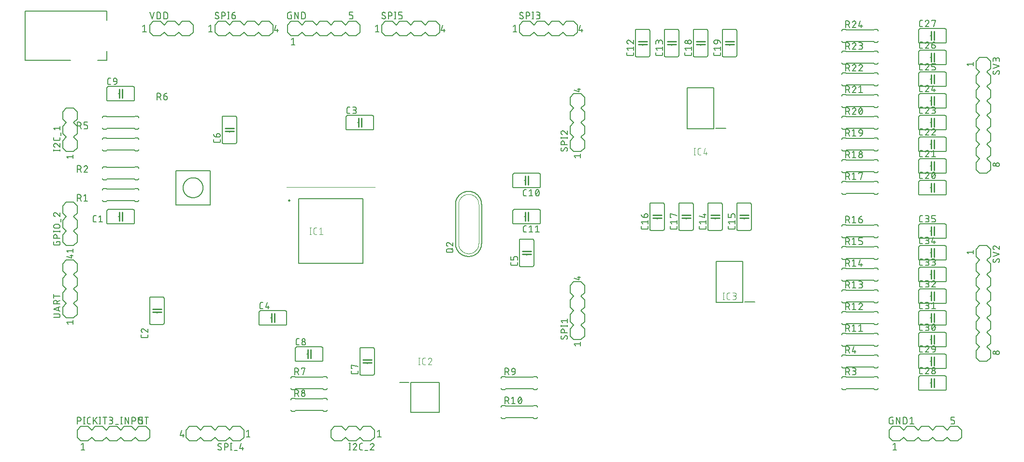
<source format=gbr>
G04 EAGLE Gerber RS-274X export*
G75*
%MOMM*%
%FSLAX34Y34*%
%LPD*%
%INSilkscreen Top*%
%IPPOS*%
%AMOC8*
5,1,8,0,0,1.08239X$1,22.5*%
G01*
%ADD10C,0.152400*%
%ADD11C,0.254000*%
%ADD12C,0.127000*%
%ADD13C,0.050000*%
%ADD14C,0.200000*%
%ADD15C,0.101600*%
%ADD16C,0.050800*%
%ADD17C,0.203200*%


D10*
X118110Y444500D02*
X161290Y444500D01*
X161290Y419100D02*
X118110Y419100D01*
X163830Y421640D02*
X163830Y441960D01*
X115570Y441960D02*
X115570Y421640D01*
X161290Y444500D02*
X161390Y444498D01*
X161489Y444492D01*
X161589Y444482D01*
X161687Y444469D01*
X161786Y444451D01*
X161883Y444430D01*
X161979Y444405D01*
X162075Y444376D01*
X162169Y444343D01*
X162262Y444307D01*
X162353Y444267D01*
X162443Y444223D01*
X162531Y444176D01*
X162617Y444126D01*
X162701Y444072D01*
X162783Y444015D01*
X162862Y443955D01*
X162940Y443891D01*
X163014Y443825D01*
X163086Y443756D01*
X163155Y443684D01*
X163221Y443610D01*
X163285Y443532D01*
X163345Y443453D01*
X163402Y443371D01*
X163456Y443287D01*
X163506Y443201D01*
X163553Y443113D01*
X163597Y443023D01*
X163637Y442932D01*
X163673Y442839D01*
X163706Y442745D01*
X163735Y442649D01*
X163760Y442553D01*
X163781Y442456D01*
X163799Y442357D01*
X163812Y442259D01*
X163822Y442159D01*
X163828Y442060D01*
X163830Y441960D01*
X118110Y444500D02*
X118010Y444498D01*
X117911Y444492D01*
X117811Y444482D01*
X117713Y444469D01*
X117614Y444451D01*
X117517Y444430D01*
X117421Y444405D01*
X117325Y444376D01*
X117231Y444343D01*
X117138Y444307D01*
X117047Y444267D01*
X116957Y444223D01*
X116869Y444176D01*
X116783Y444126D01*
X116699Y444072D01*
X116617Y444015D01*
X116538Y443955D01*
X116460Y443891D01*
X116386Y443825D01*
X116314Y443756D01*
X116245Y443684D01*
X116179Y443610D01*
X116115Y443532D01*
X116055Y443453D01*
X115998Y443371D01*
X115944Y443287D01*
X115894Y443201D01*
X115847Y443113D01*
X115803Y443023D01*
X115763Y442932D01*
X115727Y442839D01*
X115694Y442745D01*
X115665Y442649D01*
X115640Y442553D01*
X115619Y442456D01*
X115601Y442357D01*
X115588Y442259D01*
X115578Y442159D01*
X115572Y442060D01*
X115570Y441960D01*
X161290Y419100D02*
X161390Y419102D01*
X161489Y419108D01*
X161589Y419118D01*
X161687Y419131D01*
X161786Y419149D01*
X161883Y419170D01*
X161979Y419195D01*
X162075Y419224D01*
X162169Y419257D01*
X162262Y419293D01*
X162353Y419333D01*
X162443Y419377D01*
X162531Y419424D01*
X162617Y419474D01*
X162701Y419528D01*
X162783Y419585D01*
X162862Y419645D01*
X162940Y419709D01*
X163014Y419775D01*
X163086Y419844D01*
X163155Y419916D01*
X163221Y419990D01*
X163285Y420068D01*
X163345Y420147D01*
X163402Y420229D01*
X163456Y420313D01*
X163506Y420399D01*
X163553Y420487D01*
X163597Y420577D01*
X163637Y420668D01*
X163673Y420761D01*
X163706Y420855D01*
X163735Y420951D01*
X163760Y421047D01*
X163781Y421144D01*
X163799Y421243D01*
X163812Y421341D01*
X163822Y421441D01*
X163828Y421540D01*
X163830Y421640D01*
X118110Y419100D02*
X118010Y419102D01*
X117911Y419108D01*
X117811Y419118D01*
X117713Y419131D01*
X117614Y419149D01*
X117517Y419170D01*
X117421Y419195D01*
X117325Y419224D01*
X117231Y419257D01*
X117138Y419293D01*
X117047Y419333D01*
X116957Y419377D01*
X116869Y419424D01*
X116783Y419474D01*
X116699Y419528D01*
X116617Y419585D01*
X116538Y419645D01*
X116460Y419709D01*
X116386Y419775D01*
X116314Y419844D01*
X116245Y419916D01*
X116179Y419990D01*
X116115Y420068D01*
X116055Y420147D01*
X115998Y420229D01*
X115944Y420313D01*
X115894Y420399D01*
X115847Y420487D01*
X115803Y420577D01*
X115763Y420668D01*
X115727Y420761D01*
X115694Y420855D01*
X115665Y420951D01*
X115640Y421047D01*
X115619Y421144D01*
X115601Y421243D01*
X115588Y421341D01*
X115578Y421441D01*
X115572Y421540D01*
X115570Y421640D01*
X142240Y431800D02*
X143510Y431800D01*
D11*
X142240Y431800D02*
X142240Y439420D01*
X142240Y431800D02*
X142240Y424180D01*
X137160Y431800D02*
X137160Y439420D01*
X137160Y431800D02*
X137160Y424180D01*
D10*
X137160Y431800D02*
X135890Y431800D01*
D12*
X97155Y422275D02*
X94615Y422275D01*
X94515Y422277D01*
X94416Y422283D01*
X94316Y422293D01*
X94218Y422306D01*
X94119Y422324D01*
X94022Y422345D01*
X93926Y422370D01*
X93830Y422399D01*
X93736Y422432D01*
X93643Y422468D01*
X93552Y422508D01*
X93462Y422552D01*
X93374Y422599D01*
X93288Y422649D01*
X93204Y422703D01*
X93122Y422760D01*
X93043Y422820D01*
X92965Y422884D01*
X92891Y422950D01*
X92819Y423019D01*
X92750Y423091D01*
X92684Y423165D01*
X92620Y423243D01*
X92560Y423322D01*
X92503Y423404D01*
X92449Y423488D01*
X92399Y423574D01*
X92352Y423662D01*
X92308Y423752D01*
X92268Y423843D01*
X92232Y423936D01*
X92199Y424030D01*
X92170Y424126D01*
X92145Y424222D01*
X92124Y424319D01*
X92106Y424418D01*
X92093Y424516D01*
X92083Y424616D01*
X92077Y424715D01*
X92075Y424815D01*
X92075Y431165D01*
X92077Y431265D01*
X92083Y431364D01*
X92093Y431464D01*
X92106Y431562D01*
X92124Y431661D01*
X92145Y431758D01*
X92170Y431854D01*
X92199Y431950D01*
X92232Y432044D01*
X92268Y432137D01*
X92308Y432228D01*
X92352Y432318D01*
X92399Y432406D01*
X92449Y432492D01*
X92503Y432576D01*
X92560Y432658D01*
X92620Y432737D01*
X92684Y432815D01*
X92750Y432889D01*
X92819Y432961D01*
X92891Y433030D01*
X92965Y433096D01*
X93043Y433160D01*
X93122Y433220D01*
X93204Y433277D01*
X93288Y433331D01*
X93374Y433381D01*
X93462Y433428D01*
X93552Y433472D01*
X93643Y433512D01*
X93736Y433548D01*
X93830Y433581D01*
X93926Y433610D01*
X94022Y433635D01*
X94119Y433656D01*
X94218Y433674D01*
X94316Y433687D01*
X94416Y433697D01*
X94515Y433703D01*
X94615Y433705D01*
X97155Y433705D01*
X101637Y431165D02*
X104812Y433705D01*
X104812Y422275D01*
X101637Y422275D02*
X107987Y422275D01*
D10*
X829310Y482600D02*
X872490Y482600D01*
X872490Y508000D02*
X829310Y508000D01*
X826770Y505460D02*
X826770Y485140D01*
X875030Y485140D02*
X875030Y505460D01*
X829310Y482600D02*
X829210Y482602D01*
X829111Y482608D01*
X829011Y482618D01*
X828913Y482631D01*
X828814Y482649D01*
X828717Y482670D01*
X828621Y482695D01*
X828525Y482724D01*
X828431Y482757D01*
X828338Y482793D01*
X828247Y482833D01*
X828157Y482877D01*
X828069Y482924D01*
X827983Y482974D01*
X827899Y483028D01*
X827817Y483085D01*
X827738Y483145D01*
X827660Y483209D01*
X827586Y483275D01*
X827514Y483344D01*
X827445Y483416D01*
X827379Y483490D01*
X827315Y483568D01*
X827255Y483647D01*
X827198Y483729D01*
X827144Y483813D01*
X827094Y483899D01*
X827047Y483987D01*
X827003Y484077D01*
X826963Y484168D01*
X826927Y484261D01*
X826894Y484355D01*
X826865Y484451D01*
X826840Y484547D01*
X826819Y484644D01*
X826801Y484743D01*
X826788Y484841D01*
X826778Y484941D01*
X826772Y485040D01*
X826770Y485140D01*
X872490Y482600D02*
X872590Y482602D01*
X872689Y482608D01*
X872789Y482618D01*
X872887Y482631D01*
X872986Y482649D01*
X873083Y482670D01*
X873179Y482695D01*
X873275Y482724D01*
X873369Y482757D01*
X873462Y482793D01*
X873553Y482833D01*
X873643Y482877D01*
X873731Y482924D01*
X873817Y482974D01*
X873901Y483028D01*
X873983Y483085D01*
X874062Y483145D01*
X874140Y483209D01*
X874214Y483275D01*
X874286Y483344D01*
X874355Y483416D01*
X874421Y483490D01*
X874485Y483568D01*
X874545Y483647D01*
X874602Y483729D01*
X874656Y483813D01*
X874706Y483899D01*
X874753Y483987D01*
X874797Y484077D01*
X874837Y484168D01*
X874873Y484261D01*
X874906Y484355D01*
X874935Y484451D01*
X874960Y484547D01*
X874981Y484644D01*
X874999Y484743D01*
X875012Y484841D01*
X875022Y484941D01*
X875028Y485040D01*
X875030Y485140D01*
X829310Y508000D02*
X829210Y507998D01*
X829111Y507992D01*
X829011Y507982D01*
X828913Y507969D01*
X828814Y507951D01*
X828717Y507930D01*
X828621Y507905D01*
X828525Y507876D01*
X828431Y507843D01*
X828338Y507807D01*
X828247Y507767D01*
X828157Y507723D01*
X828069Y507676D01*
X827983Y507626D01*
X827899Y507572D01*
X827817Y507515D01*
X827738Y507455D01*
X827660Y507391D01*
X827586Y507325D01*
X827514Y507256D01*
X827445Y507184D01*
X827379Y507110D01*
X827315Y507032D01*
X827255Y506953D01*
X827198Y506871D01*
X827144Y506787D01*
X827094Y506701D01*
X827047Y506613D01*
X827003Y506523D01*
X826963Y506432D01*
X826927Y506339D01*
X826894Y506245D01*
X826865Y506149D01*
X826840Y506053D01*
X826819Y505956D01*
X826801Y505857D01*
X826788Y505759D01*
X826778Y505659D01*
X826772Y505560D01*
X826770Y505460D01*
X872490Y508000D02*
X872590Y507998D01*
X872689Y507992D01*
X872789Y507982D01*
X872887Y507969D01*
X872986Y507951D01*
X873083Y507930D01*
X873179Y507905D01*
X873275Y507876D01*
X873369Y507843D01*
X873462Y507807D01*
X873553Y507767D01*
X873643Y507723D01*
X873731Y507676D01*
X873817Y507626D01*
X873901Y507572D01*
X873983Y507515D01*
X874062Y507455D01*
X874140Y507391D01*
X874214Y507325D01*
X874286Y507256D01*
X874355Y507184D01*
X874421Y507110D01*
X874485Y507032D01*
X874545Y506953D01*
X874602Y506871D01*
X874656Y506787D01*
X874706Y506701D01*
X874753Y506613D01*
X874797Y506523D01*
X874837Y506432D01*
X874873Y506339D01*
X874906Y506245D01*
X874935Y506149D01*
X874960Y506053D01*
X874981Y505956D01*
X874999Y505857D01*
X875012Y505759D01*
X875022Y505659D01*
X875028Y505560D01*
X875030Y505460D01*
X848360Y495300D02*
X847090Y495300D01*
D11*
X848360Y495300D02*
X848360Y487680D01*
X848360Y495300D02*
X848360Y502920D01*
X853440Y495300D02*
X853440Y487680D01*
X853440Y495300D02*
X853440Y502920D01*
D10*
X853440Y495300D02*
X854710Y495300D01*
D12*
X850863Y467995D02*
X848323Y467995D01*
X848223Y467997D01*
X848124Y468003D01*
X848024Y468013D01*
X847926Y468026D01*
X847827Y468044D01*
X847730Y468065D01*
X847634Y468090D01*
X847538Y468119D01*
X847444Y468152D01*
X847351Y468188D01*
X847260Y468228D01*
X847170Y468272D01*
X847082Y468319D01*
X846996Y468369D01*
X846912Y468423D01*
X846830Y468480D01*
X846751Y468540D01*
X846673Y468604D01*
X846599Y468670D01*
X846527Y468739D01*
X846458Y468811D01*
X846392Y468885D01*
X846328Y468963D01*
X846268Y469042D01*
X846211Y469124D01*
X846157Y469208D01*
X846107Y469294D01*
X846060Y469382D01*
X846016Y469472D01*
X845976Y469563D01*
X845940Y469656D01*
X845907Y469750D01*
X845878Y469846D01*
X845853Y469942D01*
X845832Y470039D01*
X845814Y470138D01*
X845801Y470236D01*
X845791Y470336D01*
X845785Y470435D01*
X845783Y470535D01*
X845783Y476885D01*
X845785Y476985D01*
X845791Y477084D01*
X845801Y477184D01*
X845814Y477282D01*
X845832Y477381D01*
X845853Y477478D01*
X845878Y477574D01*
X845907Y477670D01*
X845940Y477764D01*
X845976Y477857D01*
X846016Y477948D01*
X846060Y478038D01*
X846107Y478126D01*
X846157Y478212D01*
X846211Y478296D01*
X846268Y478378D01*
X846328Y478457D01*
X846392Y478535D01*
X846458Y478609D01*
X846527Y478681D01*
X846599Y478750D01*
X846673Y478816D01*
X846751Y478880D01*
X846830Y478940D01*
X846912Y478997D01*
X846996Y479051D01*
X847082Y479101D01*
X847170Y479148D01*
X847260Y479192D01*
X847351Y479232D01*
X847444Y479268D01*
X847538Y479301D01*
X847634Y479330D01*
X847730Y479355D01*
X847827Y479376D01*
X847926Y479394D01*
X848024Y479407D01*
X848124Y479417D01*
X848223Y479423D01*
X848323Y479425D01*
X850863Y479425D01*
X855345Y476885D02*
X858520Y479425D01*
X858520Y467995D01*
X855345Y467995D02*
X861695Y467995D01*
X866775Y473710D02*
X866778Y473935D01*
X866786Y474160D01*
X866799Y474384D01*
X866818Y474608D01*
X866842Y474832D01*
X866871Y475055D01*
X866906Y475277D01*
X866946Y475498D01*
X866992Y475718D01*
X867042Y475937D01*
X867098Y476155D01*
X867159Y476372D01*
X867225Y476587D01*
X867296Y476800D01*
X867373Y477011D01*
X867454Y477221D01*
X867540Y477429D01*
X867631Y477634D01*
X867727Y477837D01*
X867727Y477838D02*
X867759Y477926D01*
X867795Y478013D01*
X867834Y478099D01*
X867877Y478183D01*
X867923Y478265D01*
X867972Y478345D01*
X868024Y478423D01*
X868080Y478499D01*
X868138Y478573D01*
X868200Y478644D01*
X868264Y478713D01*
X868331Y478779D01*
X868400Y478842D01*
X868472Y478903D01*
X868546Y478961D01*
X868623Y479015D01*
X868701Y479067D01*
X868782Y479115D01*
X868864Y479160D01*
X868949Y479202D01*
X869035Y479240D01*
X869122Y479275D01*
X869210Y479307D01*
X869300Y479334D01*
X869391Y479359D01*
X869483Y479379D01*
X869575Y479396D01*
X869669Y479409D01*
X869762Y479418D01*
X869856Y479424D01*
X869950Y479426D01*
X870044Y479424D01*
X870138Y479418D01*
X870231Y479409D01*
X870325Y479396D01*
X870417Y479379D01*
X870509Y479359D01*
X870600Y479334D01*
X870690Y479307D01*
X870778Y479275D01*
X870865Y479240D01*
X870951Y479202D01*
X871036Y479160D01*
X871118Y479115D01*
X871199Y479067D01*
X871277Y479015D01*
X871354Y478961D01*
X871428Y478903D01*
X871500Y478842D01*
X871569Y478779D01*
X871636Y478713D01*
X871700Y478644D01*
X871762Y478573D01*
X871820Y478499D01*
X871876Y478423D01*
X871928Y478345D01*
X871977Y478265D01*
X872023Y478183D01*
X872066Y478099D01*
X872105Y478013D01*
X872141Y477926D01*
X872173Y477838D01*
X872173Y477837D02*
X872269Y477634D01*
X872360Y477429D01*
X872446Y477221D01*
X872527Y477011D01*
X872604Y476800D01*
X872675Y476587D01*
X872741Y476372D01*
X872802Y476155D01*
X872858Y475937D01*
X872908Y475718D01*
X872954Y475498D01*
X872994Y475277D01*
X873029Y475055D01*
X873058Y474832D01*
X873082Y474608D01*
X873101Y474384D01*
X873114Y474160D01*
X873122Y473935D01*
X873125Y473710D01*
X866775Y473710D02*
X866778Y473485D01*
X866786Y473260D01*
X866799Y473036D01*
X866818Y472812D01*
X866842Y472588D01*
X866871Y472365D01*
X866906Y472143D01*
X866946Y471922D01*
X866992Y471702D01*
X867042Y471483D01*
X867098Y471265D01*
X867159Y471048D01*
X867225Y470833D01*
X867296Y470620D01*
X867373Y470409D01*
X867454Y470199D01*
X867540Y469991D01*
X867631Y469786D01*
X867727Y469583D01*
X867759Y469495D01*
X867795Y469408D01*
X867834Y469322D01*
X867877Y469238D01*
X867923Y469156D01*
X867972Y469076D01*
X868024Y468998D01*
X868080Y468922D01*
X868138Y468848D01*
X868200Y468777D01*
X868264Y468708D01*
X868331Y468642D01*
X868400Y468579D01*
X868472Y468518D01*
X868546Y468460D01*
X868623Y468406D01*
X868701Y468354D01*
X868782Y468306D01*
X868864Y468261D01*
X868949Y468219D01*
X869035Y468181D01*
X869122Y468146D01*
X869210Y468114D01*
X869300Y468087D01*
X869391Y468062D01*
X869483Y468042D01*
X869575Y468025D01*
X869669Y468012D01*
X869762Y468003D01*
X869856Y467997D01*
X869950Y467995D01*
X872173Y469583D02*
X872269Y469786D01*
X872360Y469991D01*
X872446Y470199D01*
X872527Y470409D01*
X872604Y470620D01*
X872675Y470833D01*
X872741Y471048D01*
X872802Y471265D01*
X872858Y471483D01*
X872908Y471702D01*
X872954Y471922D01*
X872994Y472143D01*
X873029Y472365D01*
X873058Y472588D01*
X873082Y472812D01*
X873101Y473036D01*
X873114Y473260D01*
X873122Y473485D01*
X873125Y473710D01*
X872173Y469583D02*
X872141Y469495D01*
X872105Y469408D01*
X872066Y469322D01*
X872023Y469238D01*
X871977Y469156D01*
X871928Y469076D01*
X871876Y468998D01*
X871820Y468922D01*
X871762Y468848D01*
X871700Y468777D01*
X871636Y468708D01*
X871569Y468642D01*
X871500Y468579D01*
X871428Y468518D01*
X871354Y468460D01*
X871277Y468406D01*
X871199Y468354D01*
X871118Y468306D01*
X871036Y468261D01*
X870951Y468219D01*
X870865Y468181D01*
X870778Y468146D01*
X870690Y468114D01*
X870600Y468087D01*
X870509Y468062D01*
X870417Y468042D01*
X870325Y468025D01*
X870231Y468012D01*
X870138Y468003D01*
X870044Y467997D01*
X869950Y467995D01*
X867410Y470535D02*
X872490Y476885D01*
D10*
X872490Y419100D02*
X829310Y419100D01*
X829310Y444500D02*
X872490Y444500D01*
X826770Y441960D02*
X826770Y421640D01*
X875030Y421640D02*
X875030Y441960D01*
X829310Y419100D02*
X829210Y419102D01*
X829111Y419108D01*
X829011Y419118D01*
X828913Y419131D01*
X828814Y419149D01*
X828717Y419170D01*
X828621Y419195D01*
X828525Y419224D01*
X828431Y419257D01*
X828338Y419293D01*
X828247Y419333D01*
X828157Y419377D01*
X828069Y419424D01*
X827983Y419474D01*
X827899Y419528D01*
X827817Y419585D01*
X827738Y419645D01*
X827660Y419709D01*
X827586Y419775D01*
X827514Y419844D01*
X827445Y419916D01*
X827379Y419990D01*
X827315Y420068D01*
X827255Y420147D01*
X827198Y420229D01*
X827144Y420313D01*
X827094Y420399D01*
X827047Y420487D01*
X827003Y420577D01*
X826963Y420668D01*
X826927Y420761D01*
X826894Y420855D01*
X826865Y420951D01*
X826840Y421047D01*
X826819Y421144D01*
X826801Y421243D01*
X826788Y421341D01*
X826778Y421441D01*
X826772Y421540D01*
X826770Y421640D01*
X872490Y419100D02*
X872590Y419102D01*
X872689Y419108D01*
X872789Y419118D01*
X872887Y419131D01*
X872986Y419149D01*
X873083Y419170D01*
X873179Y419195D01*
X873275Y419224D01*
X873369Y419257D01*
X873462Y419293D01*
X873553Y419333D01*
X873643Y419377D01*
X873731Y419424D01*
X873817Y419474D01*
X873901Y419528D01*
X873983Y419585D01*
X874062Y419645D01*
X874140Y419709D01*
X874214Y419775D01*
X874286Y419844D01*
X874355Y419916D01*
X874421Y419990D01*
X874485Y420068D01*
X874545Y420147D01*
X874602Y420229D01*
X874656Y420313D01*
X874706Y420399D01*
X874753Y420487D01*
X874797Y420577D01*
X874837Y420668D01*
X874873Y420761D01*
X874906Y420855D01*
X874935Y420951D01*
X874960Y421047D01*
X874981Y421144D01*
X874999Y421243D01*
X875012Y421341D01*
X875022Y421441D01*
X875028Y421540D01*
X875030Y421640D01*
X829310Y444500D02*
X829210Y444498D01*
X829111Y444492D01*
X829011Y444482D01*
X828913Y444469D01*
X828814Y444451D01*
X828717Y444430D01*
X828621Y444405D01*
X828525Y444376D01*
X828431Y444343D01*
X828338Y444307D01*
X828247Y444267D01*
X828157Y444223D01*
X828069Y444176D01*
X827983Y444126D01*
X827899Y444072D01*
X827817Y444015D01*
X827738Y443955D01*
X827660Y443891D01*
X827586Y443825D01*
X827514Y443756D01*
X827445Y443684D01*
X827379Y443610D01*
X827315Y443532D01*
X827255Y443453D01*
X827198Y443371D01*
X827144Y443287D01*
X827094Y443201D01*
X827047Y443113D01*
X827003Y443023D01*
X826963Y442932D01*
X826927Y442839D01*
X826894Y442745D01*
X826865Y442649D01*
X826840Y442553D01*
X826819Y442456D01*
X826801Y442357D01*
X826788Y442259D01*
X826778Y442159D01*
X826772Y442060D01*
X826770Y441960D01*
X872490Y444500D02*
X872590Y444498D01*
X872689Y444492D01*
X872789Y444482D01*
X872887Y444469D01*
X872986Y444451D01*
X873083Y444430D01*
X873179Y444405D01*
X873275Y444376D01*
X873369Y444343D01*
X873462Y444307D01*
X873553Y444267D01*
X873643Y444223D01*
X873731Y444176D01*
X873817Y444126D01*
X873901Y444072D01*
X873983Y444015D01*
X874062Y443955D01*
X874140Y443891D01*
X874214Y443825D01*
X874286Y443756D01*
X874355Y443684D01*
X874421Y443610D01*
X874485Y443532D01*
X874545Y443453D01*
X874602Y443371D01*
X874656Y443287D01*
X874706Y443201D01*
X874753Y443113D01*
X874797Y443023D01*
X874837Y442932D01*
X874873Y442839D01*
X874906Y442745D01*
X874935Y442649D01*
X874960Y442553D01*
X874981Y442456D01*
X874999Y442357D01*
X875012Y442259D01*
X875022Y442159D01*
X875028Y442060D01*
X875030Y441960D01*
X848360Y431800D02*
X847090Y431800D01*
D11*
X848360Y431800D02*
X848360Y424180D01*
X848360Y431800D02*
X848360Y439420D01*
X853440Y431800D02*
X853440Y424180D01*
X853440Y431800D02*
X853440Y439420D01*
D10*
X853440Y431800D02*
X854710Y431800D01*
D12*
X850863Y404495D02*
X848323Y404495D01*
X848223Y404497D01*
X848124Y404503D01*
X848024Y404513D01*
X847926Y404526D01*
X847827Y404544D01*
X847730Y404565D01*
X847634Y404590D01*
X847538Y404619D01*
X847444Y404652D01*
X847351Y404688D01*
X847260Y404728D01*
X847170Y404772D01*
X847082Y404819D01*
X846996Y404869D01*
X846912Y404923D01*
X846830Y404980D01*
X846751Y405040D01*
X846673Y405104D01*
X846599Y405170D01*
X846527Y405239D01*
X846458Y405311D01*
X846392Y405385D01*
X846328Y405463D01*
X846268Y405542D01*
X846211Y405624D01*
X846157Y405708D01*
X846107Y405794D01*
X846060Y405882D01*
X846016Y405972D01*
X845976Y406063D01*
X845940Y406156D01*
X845907Y406250D01*
X845878Y406346D01*
X845853Y406442D01*
X845832Y406539D01*
X845814Y406638D01*
X845801Y406736D01*
X845791Y406836D01*
X845785Y406935D01*
X845783Y407035D01*
X845783Y413385D01*
X845785Y413485D01*
X845791Y413584D01*
X845801Y413684D01*
X845814Y413782D01*
X845832Y413881D01*
X845853Y413978D01*
X845878Y414074D01*
X845907Y414170D01*
X845940Y414264D01*
X845976Y414357D01*
X846016Y414448D01*
X846060Y414538D01*
X846107Y414626D01*
X846157Y414712D01*
X846211Y414796D01*
X846268Y414878D01*
X846328Y414957D01*
X846392Y415035D01*
X846458Y415109D01*
X846527Y415181D01*
X846599Y415250D01*
X846673Y415316D01*
X846751Y415380D01*
X846830Y415440D01*
X846912Y415497D01*
X846996Y415551D01*
X847082Y415601D01*
X847170Y415648D01*
X847260Y415692D01*
X847351Y415732D01*
X847444Y415768D01*
X847538Y415801D01*
X847634Y415830D01*
X847730Y415855D01*
X847827Y415876D01*
X847926Y415894D01*
X848024Y415907D01*
X848124Y415917D01*
X848223Y415923D01*
X848323Y415925D01*
X850863Y415925D01*
X855345Y413385D02*
X858520Y415925D01*
X858520Y404495D01*
X855345Y404495D02*
X861695Y404495D01*
X866775Y413385D02*
X869950Y415925D01*
X869950Y404495D01*
X866775Y404495D02*
X873125Y404495D01*
D10*
X190500Y288290D02*
X190500Y245110D01*
X215900Y245110D02*
X215900Y288290D01*
X213360Y290830D02*
X193040Y290830D01*
X193040Y242570D02*
X213360Y242570D01*
X190500Y288290D02*
X190502Y288390D01*
X190508Y288489D01*
X190518Y288589D01*
X190531Y288687D01*
X190549Y288786D01*
X190570Y288883D01*
X190595Y288979D01*
X190624Y289075D01*
X190657Y289169D01*
X190693Y289262D01*
X190733Y289353D01*
X190777Y289443D01*
X190824Y289531D01*
X190874Y289617D01*
X190928Y289701D01*
X190985Y289783D01*
X191045Y289862D01*
X191109Y289940D01*
X191175Y290014D01*
X191244Y290086D01*
X191316Y290155D01*
X191390Y290221D01*
X191468Y290285D01*
X191547Y290345D01*
X191629Y290402D01*
X191713Y290456D01*
X191799Y290506D01*
X191887Y290553D01*
X191977Y290597D01*
X192068Y290637D01*
X192161Y290673D01*
X192255Y290706D01*
X192351Y290735D01*
X192447Y290760D01*
X192544Y290781D01*
X192643Y290799D01*
X192741Y290812D01*
X192841Y290822D01*
X192940Y290828D01*
X193040Y290830D01*
X190500Y245110D02*
X190502Y245010D01*
X190508Y244911D01*
X190518Y244811D01*
X190531Y244713D01*
X190549Y244614D01*
X190570Y244517D01*
X190595Y244421D01*
X190624Y244325D01*
X190657Y244231D01*
X190693Y244138D01*
X190733Y244047D01*
X190777Y243957D01*
X190824Y243869D01*
X190874Y243783D01*
X190928Y243699D01*
X190985Y243617D01*
X191045Y243538D01*
X191109Y243460D01*
X191175Y243386D01*
X191244Y243314D01*
X191316Y243245D01*
X191390Y243179D01*
X191468Y243115D01*
X191547Y243055D01*
X191629Y242998D01*
X191713Y242944D01*
X191799Y242894D01*
X191887Y242847D01*
X191977Y242803D01*
X192068Y242763D01*
X192161Y242727D01*
X192255Y242694D01*
X192351Y242665D01*
X192447Y242640D01*
X192544Y242619D01*
X192643Y242601D01*
X192741Y242588D01*
X192841Y242578D01*
X192940Y242572D01*
X193040Y242570D01*
X215900Y288290D02*
X215898Y288390D01*
X215892Y288489D01*
X215882Y288589D01*
X215869Y288687D01*
X215851Y288786D01*
X215830Y288883D01*
X215805Y288979D01*
X215776Y289075D01*
X215743Y289169D01*
X215707Y289262D01*
X215667Y289353D01*
X215623Y289443D01*
X215576Y289531D01*
X215526Y289617D01*
X215472Y289701D01*
X215415Y289783D01*
X215355Y289862D01*
X215291Y289940D01*
X215225Y290014D01*
X215156Y290086D01*
X215084Y290155D01*
X215010Y290221D01*
X214932Y290285D01*
X214853Y290345D01*
X214771Y290402D01*
X214687Y290456D01*
X214601Y290506D01*
X214513Y290553D01*
X214423Y290597D01*
X214332Y290637D01*
X214239Y290673D01*
X214145Y290706D01*
X214049Y290735D01*
X213953Y290760D01*
X213856Y290781D01*
X213757Y290799D01*
X213659Y290812D01*
X213559Y290822D01*
X213460Y290828D01*
X213360Y290830D01*
X215900Y245110D02*
X215898Y245010D01*
X215892Y244911D01*
X215882Y244811D01*
X215869Y244713D01*
X215851Y244614D01*
X215830Y244517D01*
X215805Y244421D01*
X215776Y244325D01*
X215743Y244231D01*
X215707Y244138D01*
X215667Y244047D01*
X215623Y243957D01*
X215576Y243869D01*
X215526Y243783D01*
X215472Y243699D01*
X215415Y243617D01*
X215355Y243538D01*
X215291Y243460D01*
X215225Y243386D01*
X215156Y243314D01*
X215084Y243245D01*
X215010Y243179D01*
X214932Y243115D01*
X214853Y243055D01*
X214771Y242998D01*
X214687Y242944D01*
X214601Y242894D01*
X214513Y242847D01*
X214423Y242803D01*
X214332Y242763D01*
X214239Y242727D01*
X214145Y242694D01*
X214049Y242665D01*
X213953Y242640D01*
X213856Y242619D01*
X213757Y242601D01*
X213659Y242588D01*
X213559Y242578D01*
X213460Y242572D01*
X213360Y242570D01*
X203200Y269240D02*
X203200Y270510D01*
D11*
X203200Y269240D02*
X195580Y269240D01*
X203200Y269240D02*
X210820Y269240D01*
X203200Y264160D02*
X195580Y264160D01*
X203200Y264160D02*
X210820Y264160D01*
D10*
X203200Y264160D02*
X203200Y262890D01*
D12*
X187325Y224155D02*
X187325Y221615D01*
X187323Y221515D01*
X187317Y221416D01*
X187307Y221316D01*
X187294Y221218D01*
X187276Y221119D01*
X187255Y221022D01*
X187230Y220926D01*
X187201Y220830D01*
X187168Y220736D01*
X187132Y220643D01*
X187092Y220552D01*
X187048Y220462D01*
X187001Y220374D01*
X186951Y220288D01*
X186897Y220204D01*
X186840Y220122D01*
X186780Y220043D01*
X186716Y219965D01*
X186650Y219891D01*
X186581Y219819D01*
X186509Y219750D01*
X186435Y219684D01*
X186357Y219620D01*
X186278Y219560D01*
X186196Y219503D01*
X186112Y219449D01*
X186026Y219399D01*
X185938Y219352D01*
X185848Y219308D01*
X185757Y219268D01*
X185664Y219232D01*
X185570Y219199D01*
X185474Y219170D01*
X185378Y219145D01*
X185281Y219124D01*
X185182Y219106D01*
X185084Y219093D01*
X184984Y219083D01*
X184885Y219077D01*
X184785Y219075D01*
X178435Y219075D01*
X178335Y219077D01*
X178236Y219083D01*
X178136Y219093D01*
X178038Y219106D01*
X177939Y219124D01*
X177842Y219145D01*
X177746Y219170D01*
X177650Y219199D01*
X177556Y219232D01*
X177463Y219268D01*
X177372Y219308D01*
X177282Y219352D01*
X177194Y219399D01*
X177108Y219449D01*
X177024Y219503D01*
X176942Y219560D01*
X176863Y219620D01*
X176785Y219684D01*
X176711Y219750D01*
X176639Y219819D01*
X176570Y219891D01*
X176504Y219965D01*
X176440Y220043D01*
X176380Y220122D01*
X176323Y220204D01*
X176269Y220288D01*
X176219Y220374D01*
X176172Y220462D01*
X176128Y220552D01*
X176088Y220643D01*
X176052Y220736D01*
X176019Y220830D01*
X175990Y220926D01*
X175965Y221022D01*
X175944Y221119D01*
X175926Y221218D01*
X175913Y221316D01*
X175903Y221416D01*
X175897Y221515D01*
X175895Y221615D01*
X175895Y224155D01*
X175895Y232130D02*
X175897Y232234D01*
X175903Y232339D01*
X175912Y232443D01*
X175925Y232546D01*
X175943Y232649D01*
X175963Y232751D01*
X175988Y232853D01*
X176016Y232953D01*
X176048Y233053D01*
X176084Y233151D01*
X176123Y233248D01*
X176165Y233343D01*
X176211Y233437D01*
X176261Y233529D01*
X176313Y233619D01*
X176369Y233707D01*
X176429Y233793D01*
X176491Y233877D01*
X176556Y233958D01*
X176624Y234037D01*
X176696Y234114D01*
X176769Y234187D01*
X176846Y234259D01*
X176925Y234327D01*
X177006Y234392D01*
X177090Y234454D01*
X177176Y234514D01*
X177264Y234570D01*
X177354Y234622D01*
X177446Y234672D01*
X177540Y234718D01*
X177635Y234760D01*
X177732Y234799D01*
X177830Y234835D01*
X177930Y234867D01*
X178030Y234895D01*
X178132Y234920D01*
X178234Y234940D01*
X178337Y234958D01*
X178440Y234971D01*
X178544Y234980D01*
X178649Y234986D01*
X178753Y234988D01*
X175895Y232130D02*
X175897Y232012D01*
X175903Y231893D01*
X175912Y231775D01*
X175925Y231658D01*
X175943Y231541D01*
X175963Y231424D01*
X175988Y231308D01*
X176016Y231193D01*
X176049Y231080D01*
X176084Y230967D01*
X176124Y230855D01*
X176166Y230745D01*
X176213Y230636D01*
X176263Y230528D01*
X176316Y230423D01*
X176373Y230319D01*
X176433Y230217D01*
X176496Y230117D01*
X176563Y230019D01*
X176632Y229923D01*
X176705Y229830D01*
X176781Y229739D01*
X176859Y229650D01*
X176941Y229564D01*
X177025Y229481D01*
X177111Y229400D01*
X177201Y229323D01*
X177292Y229248D01*
X177386Y229176D01*
X177483Y229107D01*
X177581Y229042D01*
X177682Y228979D01*
X177785Y228920D01*
X177889Y228864D01*
X177995Y228812D01*
X178103Y228763D01*
X178212Y228718D01*
X178323Y228676D01*
X178435Y228638D01*
X180975Y234035D02*
X180900Y234111D01*
X180821Y234186D01*
X180740Y234257D01*
X180656Y234326D01*
X180570Y234391D01*
X180482Y234453D01*
X180392Y234513D01*
X180300Y234569D01*
X180205Y234622D01*
X180109Y234671D01*
X180011Y234717D01*
X179912Y234760D01*
X179811Y234799D01*
X179709Y234834D01*
X179606Y234866D01*
X179502Y234894D01*
X179397Y234919D01*
X179290Y234940D01*
X179184Y234957D01*
X179077Y234970D01*
X178969Y234979D01*
X178861Y234985D01*
X178753Y234987D01*
X180975Y234035D02*
X187325Y228637D01*
X187325Y234987D01*
D10*
X537210Y609600D02*
X580390Y609600D01*
X580390Y584200D02*
X537210Y584200D01*
X582930Y586740D02*
X582930Y607060D01*
X534670Y607060D02*
X534670Y586740D01*
X580390Y609600D02*
X580490Y609598D01*
X580589Y609592D01*
X580689Y609582D01*
X580787Y609569D01*
X580886Y609551D01*
X580983Y609530D01*
X581079Y609505D01*
X581175Y609476D01*
X581269Y609443D01*
X581362Y609407D01*
X581453Y609367D01*
X581543Y609323D01*
X581631Y609276D01*
X581717Y609226D01*
X581801Y609172D01*
X581883Y609115D01*
X581962Y609055D01*
X582040Y608991D01*
X582114Y608925D01*
X582186Y608856D01*
X582255Y608784D01*
X582321Y608710D01*
X582385Y608632D01*
X582445Y608553D01*
X582502Y608471D01*
X582556Y608387D01*
X582606Y608301D01*
X582653Y608213D01*
X582697Y608123D01*
X582737Y608032D01*
X582773Y607939D01*
X582806Y607845D01*
X582835Y607749D01*
X582860Y607653D01*
X582881Y607556D01*
X582899Y607457D01*
X582912Y607359D01*
X582922Y607259D01*
X582928Y607160D01*
X582930Y607060D01*
X537210Y609600D02*
X537110Y609598D01*
X537011Y609592D01*
X536911Y609582D01*
X536813Y609569D01*
X536714Y609551D01*
X536617Y609530D01*
X536521Y609505D01*
X536425Y609476D01*
X536331Y609443D01*
X536238Y609407D01*
X536147Y609367D01*
X536057Y609323D01*
X535969Y609276D01*
X535883Y609226D01*
X535799Y609172D01*
X535717Y609115D01*
X535638Y609055D01*
X535560Y608991D01*
X535486Y608925D01*
X535414Y608856D01*
X535345Y608784D01*
X535279Y608710D01*
X535215Y608632D01*
X535155Y608553D01*
X535098Y608471D01*
X535044Y608387D01*
X534994Y608301D01*
X534947Y608213D01*
X534903Y608123D01*
X534863Y608032D01*
X534827Y607939D01*
X534794Y607845D01*
X534765Y607749D01*
X534740Y607653D01*
X534719Y607556D01*
X534701Y607457D01*
X534688Y607359D01*
X534678Y607259D01*
X534672Y607160D01*
X534670Y607060D01*
X580390Y584200D02*
X580490Y584202D01*
X580589Y584208D01*
X580689Y584218D01*
X580787Y584231D01*
X580886Y584249D01*
X580983Y584270D01*
X581079Y584295D01*
X581175Y584324D01*
X581269Y584357D01*
X581362Y584393D01*
X581453Y584433D01*
X581543Y584477D01*
X581631Y584524D01*
X581717Y584574D01*
X581801Y584628D01*
X581883Y584685D01*
X581962Y584745D01*
X582040Y584809D01*
X582114Y584875D01*
X582186Y584944D01*
X582255Y585016D01*
X582321Y585090D01*
X582385Y585168D01*
X582445Y585247D01*
X582502Y585329D01*
X582556Y585413D01*
X582606Y585499D01*
X582653Y585587D01*
X582697Y585677D01*
X582737Y585768D01*
X582773Y585861D01*
X582806Y585955D01*
X582835Y586051D01*
X582860Y586147D01*
X582881Y586244D01*
X582899Y586343D01*
X582912Y586441D01*
X582922Y586541D01*
X582928Y586640D01*
X582930Y586740D01*
X537210Y584200D02*
X537110Y584202D01*
X537011Y584208D01*
X536911Y584218D01*
X536813Y584231D01*
X536714Y584249D01*
X536617Y584270D01*
X536521Y584295D01*
X536425Y584324D01*
X536331Y584357D01*
X536238Y584393D01*
X536147Y584433D01*
X536057Y584477D01*
X535969Y584524D01*
X535883Y584574D01*
X535799Y584628D01*
X535717Y584685D01*
X535638Y584745D01*
X535560Y584809D01*
X535486Y584875D01*
X535414Y584944D01*
X535345Y585016D01*
X535279Y585090D01*
X535215Y585168D01*
X535155Y585247D01*
X535098Y585329D01*
X535044Y585413D01*
X534994Y585499D01*
X534947Y585587D01*
X534903Y585677D01*
X534863Y585768D01*
X534827Y585861D01*
X534794Y585955D01*
X534765Y586051D01*
X534740Y586147D01*
X534719Y586244D01*
X534701Y586343D01*
X534688Y586441D01*
X534678Y586541D01*
X534672Y586640D01*
X534670Y586740D01*
X561340Y596900D02*
X562610Y596900D01*
D11*
X561340Y596900D02*
X561340Y604520D01*
X561340Y596900D02*
X561340Y589280D01*
X556260Y596900D02*
X556260Y604520D01*
X556260Y596900D02*
X556260Y589280D01*
D10*
X556260Y596900D02*
X554990Y596900D01*
D12*
X541655Y612775D02*
X539115Y612775D01*
X539015Y612777D01*
X538916Y612783D01*
X538816Y612793D01*
X538718Y612806D01*
X538619Y612824D01*
X538522Y612845D01*
X538426Y612870D01*
X538330Y612899D01*
X538236Y612932D01*
X538143Y612968D01*
X538052Y613008D01*
X537962Y613052D01*
X537874Y613099D01*
X537788Y613149D01*
X537704Y613203D01*
X537622Y613260D01*
X537543Y613320D01*
X537465Y613384D01*
X537391Y613450D01*
X537319Y613519D01*
X537250Y613591D01*
X537184Y613665D01*
X537120Y613743D01*
X537060Y613822D01*
X537003Y613904D01*
X536949Y613988D01*
X536899Y614074D01*
X536852Y614162D01*
X536808Y614252D01*
X536768Y614343D01*
X536732Y614436D01*
X536699Y614530D01*
X536670Y614626D01*
X536645Y614722D01*
X536624Y614819D01*
X536606Y614918D01*
X536593Y615016D01*
X536583Y615116D01*
X536577Y615215D01*
X536575Y615315D01*
X536575Y621665D01*
X536577Y621765D01*
X536583Y621864D01*
X536593Y621964D01*
X536606Y622062D01*
X536624Y622161D01*
X536645Y622258D01*
X536670Y622354D01*
X536699Y622450D01*
X536732Y622544D01*
X536768Y622637D01*
X536808Y622728D01*
X536852Y622818D01*
X536899Y622906D01*
X536949Y622992D01*
X537003Y623076D01*
X537060Y623158D01*
X537120Y623237D01*
X537184Y623315D01*
X537250Y623389D01*
X537319Y623461D01*
X537391Y623530D01*
X537465Y623596D01*
X537543Y623660D01*
X537622Y623720D01*
X537704Y623777D01*
X537788Y623831D01*
X537874Y623881D01*
X537962Y623928D01*
X538052Y623972D01*
X538143Y624012D01*
X538236Y624048D01*
X538330Y624081D01*
X538426Y624110D01*
X538522Y624135D01*
X538619Y624156D01*
X538718Y624174D01*
X538816Y624187D01*
X538916Y624197D01*
X539015Y624203D01*
X539115Y624205D01*
X541655Y624205D01*
X546137Y612775D02*
X549312Y612775D01*
X549423Y612777D01*
X549533Y612783D01*
X549644Y612792D01*
X549754Y612806D01*
X549863Y612823D01*
X549972Y612844D01*
X550080Y612869D01*
X550187Y612898D01*
X550293Y612930D01*
X550398Y612966D01*
X550501Y613006D01*
X550603Y613049D01*
X550704Y613096D01*
X550803Y613147D01*
X550900Y613200D01*
X550994Y613257D01*
X551087Y613318D01*
X551178Y613381D01*
X551267Y613448D01*
X551353Y613518D01*
X551436Y613591D01*
X551518Y613666D01*
X551596Y613744D01*
X551671Y613826D01*
X551744Y613909D01*
X551814Y613995D01*
X551881Y614084D01*
X551944Y614175D01*
X552005Y614268D01*
X552062Y614363D01*
X552115Y614459D01*
X552166Y614558D01*
X552213Y614659D01*
X552256Y614761D01*
X552296Y614864D01*
X552332Y614969D01*
X552364Y615075D01*
X552393Y615182D01*
X552418Y615290D01*
X552439Y615399D01*
X552456Y615508D01*
X552470Y615618D01*
X552479Y615729D01*
X552485Y615839D01*
X552487Y615950D01*
X552485Y616061D01*
X552479Y616171D01*
X552470Y616282D01*
X552456Y616392D01*
X552439Y616501D01*
X552418Y616610D01*
X552393Y616718D01*
X552364Y616825D01*
X552332Y616931D01*
X552296Y617036D01*
X552256Y617139D01*
X552213Y617241D01*
X552166Y617342D01*
X552115Y617441D01*
X552062Y617537D01*
X552005Y617632D01*
X551944Y617725D01*
X551881Y617816D01*
X551814Y617905D01*
X551744Y617991D01*
X551671Y618074D01*
X551596Y618156D01*
X551518Y618234D01*
X551436Y618309D01*
X551353Y618382D01*
X551267Y618452D01*
X551178Y618519D01*
X551087Y618582D01*
X550994Y618643D01*
X550900Y618700D01*
X550803Y618753D01*
X550704Y618804D01*
X550603Y618851D01*
X550501Y618894D01*
X550398Y618934D01*
X550293Y618970D01*
X550187Y619002D01*
X550080Y619031D01*
X549972Y619056D01*
X549863Y619077D01*
X549754Y619094D01*
X549644Y619108D01*
X549533Y619117D01*
X549423Y619123D01*
X549312Y619125D01*
X549947Y624205D02*
X546137Y624205D01*
X549947Y624205D02*
X550047Y624203D01*
X550146Y624197D01*
X550246Y624187D01*
X550344Y624174D01*
X550443Y624156D01*
X550540Y624135D01*
X550636Y624110D01*
X550732Y624081D01*
X550826Y624048D01*
X550919Y624012D01*
X551010Y623972D01*
X551100Y623928D01*
X551188Y623881D01*
X551274Y623831D01*
X551358Y623777D01*
X551440Y623720D01*
X551519Y623660D01*
X551597Y623596D01*
X551671Y623530D01*
X551743Y623461D01*
X551812Y623389D01*
X551878Y623315D01*
X551942Y623237D01*
X552002Y623158D01*
X552059Y623076D01*
X552113Y622992D01*
X552163Y622906D01*
X552210Y622818D01*
X552254Y622728D01*
X552294Y622637D01*
X552330Y622544D01*
X552363Y622450D01*
X552392Y622354D01*
X552417Y622258D01*
X552438Y622161D01*
X552456Y622062D01*
X552469Y621964D01*
X552479Y621864D01*
X552485Y621765D01*
X552487Y621665D01*
X552485Y621565D01*
X552479Y621466D01*
X552469Y621366D01*
X552456Y621268D01*
X552438Y621169D01*
X552417Y621072D01*
X552392Y620976D01*
X552363Y620880D01*
X552330Y620786D01*
X552294Y620693D01*
X552254Y620602D01*
X552210Y620512D01*
X552163Y620424D01*
X552113Y620338D01*
X552059Y620254D01*
X552002Y620172D01*
X551942Y620093D01*
X551878Y620015D01*
X551812Y619941D01*
X551743Y619869D01*
X551671Y619800D01*
X551597Y619734D01*
X551519Y619670D01*
X551440Y619610D01*
X551358Y619553D01*
X551274Y619499D01*
X551188Y619449D01*
X551100Y619402D01*
X551010Y619358D01*
X550919Y619318D01*
X550826Y619282D01*
X550732Y619249D01*
X550636Y619220D01*
X550540Y619195D01*
X550443Y619174D01*
X550344Y619156D01*
X550246Y619143D01*
X550146Y619133D01*
X550047Y619127D01*
X549947Y619125D01*
X547407Y619125D01*
D10*
X427990Y266700D02*
X384810Y266700D01*
X384810Y241300D02*
X427990Y241300D01*
X430530Y243840D02*
X430530Y264160D01*
X382270Y264160D02*
X382270Y243840D01*
X427990Y266700D02*
X428090Y266698D01*
X428189Y266692D01*
X428289Y266682D01*
X428387Y266669D01*
X428486Y266651D01*
X428583Y266630D01*
X428679Y266605D01*
X428775Y266576D01*
X428869Y266543D01*
X428962Y266507D01*
X429053Y266467D01*
X429143Y266423D01*
X429231Y266376D01*
X429317Y266326D01*
X429401Y266272D01*
X429483Y266215D01*
X429562Y266155D01*
X429640Y266091D01*
X429714Y266025D01*
X429786Y265956D01*
X429855Y265884D01*
X429921Y265810D01*
X429985Y265732D01*
X430045Y265653D01*
X430102Y265571D01*
X430156Y265487D01*
X430206Y265401D01*
X430253Y265313D01*
X430297Y265223D01*
X430337Y265132D01*
X430373Y265039D01*
X430406Y264945D01*
X430435Y264849D01*
X430460Y264753D01*
X430481Y264656D01*
X430499Y264557D01*
X430512Y264459D01*
X430522Y264359D01*
X430528Y264260D01*
X430530Y264160D01*
X384810Y266700D02*
X384710Y266698D01*
X384611Y266692D01*
X384511Y266682D01*
X384413Y266669D01*
X384314Y266651D01*
X384217Y266630D01*
X384121Y266605D01*
X384025Y266576D01*
X383931Y266543D01*
X383838Y266507D01*
X383747Y266467D01*
X383657Y266423D01*
X383569Y266376D01*
X383483Y266326D01*
X383399Y266272D01*
X383317Y266215D01*
X383238Y266155D01*
X383160Y266091D01*
X383086Y266025D01*
X383014Y265956D01*
X382945Y265884D01*
X382879Y265810D01*
X382815Y265732D01*
X382755Y265653D01*
X382698Y265571D01*
X382644Y265487D01*
X382594Y265401D01*
X382547Y265313D01*
X382503Y265223D01*
X382463Y265132D01*
X382427Y265039D01*
X382394Y264945D01*
X382365Y264849D01*
X382340Y264753D01*
X382319Y264656D01*
X382301Y264557D01*
X382288Y264459D01*
X382278Y264359D01*
X382272Y264260D01*
X382270Y264160D01*
X427990Y241300D02*
X428090Y241302D01*
X428189Y241308D01*
X428289Y241318D01*
X428387Y241331D01*
X428486Y241349D01*
X428583Y241370D01*
X428679Y241395D01*
X428775Y241424D01*
X428869Y241457D01*
X428962Y241493D01*
X429053Y241533D01*
X429143Y241577D01*
X429231Y241624D01*
X429317Y241674D01*
X429401Y241728D01*
X429483Y241785D01*
X429562Y241845D01*
X429640Y241909D01*
X429714Y241975D01*
X429786Y242044D01*
X429855Y242116D01*
X429921Y242190D01*
X429985Y242268D01*
X430045Y242347D01*
X430102Y242429D01*
X430156Y242513D01*
X430206Y242599D01*
X430253Y242687D01*
X430297Y242777D01*
X430337Y242868D01*
X430373Y242961D01*
X430406Y243055D01*
X430435Y243151D01*
X430460Y243247D01*
X430481Y243344D01*
X430499Y243443D01*
X430512Y243541D01*
X430522Y243641D01*
X430528Y243740D01*
X430530Y243840D01*
X384810Y241300D02*
X384710Y241302D01*
X384611Y241308D01*
X384511Y241318D01*
X384413Y241331D01*
X384314Y241349D01*
X384217Y241370D01*
X384121Y241395D01*
X384025Y241424D01*
X383931Y241457D01*
X383838Y241493D01*
X383747Y241533D01*
X383657Y241577D01*
X383569Y241624D01*
X383483Y241674D01*
X383399Y241728D01*
X383317Y241785D01*
X383238Y241845D01*
X383160Y241909D01*
X383086Y241975D01*
X383014Y242044D01*
X382945Y242116D01*
X382879Y242190D01*
X382815Y242268D01*
X382755Y242347D01*
X382698Y242429D01*
X382644Y242513D01*
X382594Y242599D01*
X382547Y242687D01*
X382503Y242777D01*
X382463Y242868D01*
X382427Y242961D01*
X382394Y243055D01*
X382365Y243151D01*
X382340Y243247D01*
X382319Y243344D01*
X382301Y243443D01*
X382288Y243541D01*
X382278Y243641D01*
X382272Y243740D01*
X382270Y243840D01*
X408940Y254000D02*
X410210Y254000D01*
D11*
X408940Y254000D02*
X408940Y261620D01*
X408940Y254000D02*
X408940Y246380D01*
X403860Y254000D02*
X403860Y261620D01*
X403860Y254000D02*
X403860Y246380D01*
D10*
X403860Y254000D02*
X402590Y254000D01*
D12*
X389255Y269875D02*
X386715Y269875D01*
X386615Y269877D01*
X386516Y269883D01*
X386416Y269893D01*
X386318Y269906D01*
X386219Y269924D01*
X386122Y269945D01*
X386026Y269970D01*
X385930Y269999D01*
X385836Y270032D01*
X385743Y270068D01*
X385652Y270108D01*
X385562Y270152D01*
X385474Y270199D01*
X385388Y270249D01*
X385304Y270303D01*
X385222Y270360D01*
X385143Y270420D01*
X385065Y270484D01*
X384991Y270550D01*
X384919Y270619D01*
X384850Y270691D01*
X384784Y270765D01*
X384720Y270843D01*
X384660Y270922D01*
X384603Y271004D01*
X384549Y271088D01*
X384499Y271174D01*
X384452Y271262D01*
X384408Y271352D01*
X384368Y271443D01*
X384332Y271536D01*
X384299Y271630D01*
X384270Y271726D01*
X384245Y271822D01*
X384224Y271919D01*
X384206Y272018D01*
X384193Y272116D01*
X384183Y272216D01*
X384177Y272315D01*
X384175Y272415D01*
X384175Y278765D01*
X384177Y278865D01*
X384183Y278964D01*
X384193Y279064D01*
X384206Y279162D01*
X384224Y279261D01*
X384245Y279358D01*
X384270Y279454D01*
X384299Y279550D01*
X384332Y279644D01*
X384368Y279737D01*
X384408Y279828D01*
X384452Y279918D01*
X384499Y280006D01*
X384549Y280092D01*
X384603Y280176D01*
X384660Y280258D01*
X384720Y280337D01*
X384784Y280415D01*
X384850Y280489D01*
X384919Y280561D01*
X384991Y280630D01*
X385065Y280696D01*
X385143Y280760D01*
X385222Y280820D01*
X385304Y280877D01*
X385388Y280931D01*
X385474Y280981D01*
X385562Y281028D01*
X385652Y281072D01*
X385743Y281112D01*
X385836Y281148D01*
X385930Y281181D01*
X386026Y281210D01*
X386122Y281235D01*
X386219Y281256D01*
X386318Y281274D01*
X386416Y281287D01*
X386516Y281297D01*
X386615Y281303D01*
X386715Y281305D01*
X389255Y281305D01*
X396277Y281305D02*
X393737Y272415D01*
X400087Y272415D01*
X398182Y274955D02*
X398182Y269875D01*
D10*
X838200Y346710D02*
X838200Y389890D01*
X863600Y389890D02*
X863600Y346710D01*
X861060Y392430D02*
X840740Y392430D01*
X840740Y344170D02*
X861060Y344170D01*
X838200Y389890D02*
X838202Y389990D01*
X838208Y390089D01*
X838218Y390189D01*
X838231Y390287D01*
X838249Y390386D01*
X838270Y390483D01*
X838295Y390579D01*
X838324Y390675D01*
X838357Y390769D01*
X838393Y390862D01*
X838433Y390953D01*
X838477Y391043D01*
X838524Y391131D01*
X838574Y391217D01*
X838628Y391301D01*
X838685Y391383D01*
X838745Y391462D01*
X838809Y391540D01*
X838875Y391614D01*
X838944Y391686D01*
X839016Y391755D01*
X839090Y391821D01*
X839168Y391885D01*
X839247Y391945D01*
X839329Y392002D01*
X839413Y392056D01*
X839499Y392106D01*
X839587Y392153D01*
X839677Y392197D01*
X839768Y392237D01*
X839861Y392273D01*
X839955Y392306D01*
X840051Y392335D01*
X840147Y392360D01*
X840244Y392381D01*
X840343Y392399D01*
X840441Y392412D01*
X840541Y392422D01*
X840640Y392428D01*
X840740Y392430D01*
X838200Y346710D02*
X838202Y346610D01*
X838208Y346511D01*
X838218Y346411D01*
X838231Y346313D01*
X838249Y346214D01*
X838270Y346117D01*
X838295Y346021D01*
X838324Y345925D01*
X838357Y345831D01*
X838393Y345738D01*
X838433Y345647D01*
X838477Y345557D01*
X838524Y345469D01*
X838574Y345383D01*
X838628Y345299D01*
X838685Y345217D01*
X838745Y345138D01*
X838809Y345060D01*
X838875Y344986D01*
X838944Y344914D01*
X839016Y344845D01*
X839090Y344779D01*
X839168Y344715D01*
X839247Y344655D01*
X839329Y344598D01*
X839413Y344544D01*
X839499Y344494D01*
X839587Y344447D01*
X839677Y344403D01*
X839768Y344363D01*
X839861Y344327D01*
X839955Y344294D01*
X840051Y344265D01*
X840147Y344240D01*
X840244Y344219D01*
X840343Y344201D01*
X840441Y344188D01*
X840541Y344178D01*
X840640Y344172D01*
X840740Y344170D01*
X863600Y389890D02*
X863598Y389990D01*
X863592Y390089D01*
X863582Y390189D01*
X863569Y390287D01*
X863551Y390386D01*
X863530Y390483D01*
X863505Y390579D01*
X863476Y390675D01*
X863443Y390769D01*
X863407Y390862D01*
X863367Y390953D01*
X863323Y391043D01*
X863276Y391131D01*
X863226Y391217D01*
X863172Y391301D01*
X863115Y391383D01*
X863055Y391462D01*
X862991Y391540D01*
X862925Y391614D01*
X862856Y391686D01*
X862784Y391755D01*
X862710Y391821D01*
X862632Y391885D01*
X862553Y391945D01*
X862471Y392002D01*
X862387Y392056D01*
X862301Y392106D01*
X862213Y392153D01*
X862123Y392197D01*
X862032Y392237D01*
X861939Y392273D01*
X861845Y392306D01*
X861749Y392335D01*
X861653Y392360D01*
X861556Y392381D01*
X861457Y392399D01*
X861359Y392412D01*
X861259Y392422D01*
X861160Y392428D01*
X861060Y392430D01*
X863600Y346710D02*
X863598Y346610D01*
X863592Y346511D01*
X863582Y346411D01*
X863569Y346313D01*
X863551Y346214D01*
X863530Y346117D01*
X863505Y346021D01*
X863476Y345925D01*
X863443Y345831D01*
X863407Y345738D01*
X863367Y345647D01*
X863323Y345557D01*
X863276Y345469D01*
X863226Y345383D01*
X863172Y345299D01*
X863115Y345217D01*
X863055Y345138D01*
X862991Y345060D01*
X862925Y344986D01*
X862856Y344914D01*
X862784Y344845D01*
X862710Y344779D01*
X862632Y344715D01*
X862553Y344655D01*
X862471Y344598D01*
X862387Y344544D01*
X862301Y344494D01*
X862213Y344447D01*
X862123Y344403D01*
X862032Y344363D01*
X861939Y344327D01*
X861845Y344294D01*
X861749Y344265D01*
X861653Y344240D01*
X861556Y344219D01*
X861457Y344201D01*
X861359Y344188D01*
X861259Y344178D01*
X861160Y344172D01*
X861060Y344170D01*
X850900Y370840D02*
X850900Y372110D01*
D11*
X850900Y370840D02*
X843280Y370840D01*
X850900Y370840D02*
X858520Y370840D01*
X850900Y365760D02*
X843280Y365760D01*
X850900Y365760D02*
X858520Y365760D01*
D10*
X850900Y365760D02*
X850900Y364490D01*
D12*
X835025Y351155D02*
X835025Y348615D01*
X835023Y348515D01*
X835017Y348416D01*
X835007Y348316D01*
X834994Y348218D01*
X834976Y348119D01*
X834955Y348022D01*
X834930Y347926D01*
X834901Y347830D01*
X834868Y347736D01*
X834832Y347643D01*
X834792Y347552D01*
X834748Y347462D01*
X834701Y347374D01*
X834651Y347288D01*
X834597Y347204D01*
X834540Y347122D01*
X834480Y347043D01*
X834416Y346965D01*
X834350Y346891D01*
X834281Y346819D01*
X834209Y346750D01*
X834135Y346684D01*
X834057Y346620D01*
X833978Y346560D01*
X833896Y346503D01*
X833812Y346449D01*
X833726Y346399D01*
X833638Y346352D01*
X833548Y346308D01*
X833457Y346268D01*
X833364Y346232D01*
X833270Y346199D01*
X833174Y346170D01*
X833078Y346145D01*
X832981Y346124D01*
X832882Y346106D01*
X832784Y346093D01*
X832684Y346083D01*
X832585Y346077D01*
X832485Y346075D01*
X826135Y346075D01*
X826035Y346077D01*
X825936Y346083D01*
X825836Y346093D01*
X825738Y346106D01*
X825639Y346124D01*
X825542Y346145D01*
X825446Y346170D01*
X825350Y346199D01*
X825256Y346232D01*
X825163Y346268D01*
X825072Y346308D01*
X824982Y346352D01*
X824894Y346399D01*
X824808Y346449D01*
X824724Y346503D01*
X824642Y346560D01*
X824563Y346620D01*
X824485Y346684D01*
X824411Y346750D01*
X824339Y346819D01*
X824270Y346891D01*
X824204Y346965D01*
X824140Y347043D01*
X824080Y347122D01*
X824023Y347204D01*
X823969Y347288D01*
X823919Y347374D01*
X823872Y347462D01*
X823828Y347552D01*
X823788Y347643D01*
X823752Y347736D01*
X823719Y347830D01*
X823690Y347926D01*
X823665Y348022D01*
X823644Y348119D01*
X823626Y348218D01*
X823613Y348316D01*
X823603Y348416D01*
X823597Y348515D01*
X823595Y348615D01*
X823595Y351155D01*
X835025Y355637D02*
X835025Y359447D01*
X835023Y359547D01*
X835017Y359646D01*
X835007Y359746D01*
X834994Y359844D01*
X834976Y359943D01*
X834955Y360040D01*
X834930Y360136D01*
X834901Y360232D01*
X834868Y360326D01*
X834832Y360419D01*
X834792Y360510D01*
X834748Y360600D01*
X834701Y360688D01*
X834651Y360774D01*
X834597Y360858D01*
X834540Y360940D01*
X834480Y361019D01*
X834416Y361097D01*
X834350Y361171D01*
X834281Y361243D01*
X834209Y361312D01*
X834135Y361378D01*
X834057Y361442D01*
X833978Y361502D01*
X833896Y361559D01*
X833812Y361613D01*
X833726Y361663D01*
X833638Y361710D01*
X833548Y361754D01*
X833457Y361794D01*
X833364Y361830D01*
X833270Y361863D01*
X833174Y361892D01*
X833078Y361917D01*
X832981Y361938D01*
X832882Y361956D01*
X832784Y361969D01*
X832684Y361979D01*
X832585Y361985D01*
X832485Y361987D01*
X831215Y361987D01*
X831115Y361985D01*
X831016Y361979D01*
X830916Y361969D01*
X830818Y361956D01*
X830719Y361938D01*
X830622Y361917D01*
X830526Y361892D01*
X830430Y361863D01*
X830336Y361830D01*
X830243Y361794D01*
X830152Y361754D01*
X830062Y361710D01*
X829974Y361663D01*
X829888Y361613D01*
X829804Y361559D01*
X829722Y361502D01*
X829643Y361442D01*
X829565Y361378D01*
X829491Y361312D01*
X829419Y361243D01*
X829350Y361171D01*
X829284Y361097D01*
X829220Y361019D01*
X829160Y360940D01*
X829103Y360858D01*
X829049Y360774D01*
X828999Y360688D01*
X828952Y360600D01*
X828908Y360510D01*
X828868Y360419D01*
X828832Y360326D01*
X828799Y360232D01*
X828770Y360136D01*
X828745Y360040D01*
X828724Y359943D01*
X828706Y359844D01*
X828693Y359746D01*
X828683Y359646D01*
X828677Y359547D01*
X828675Y359447D01*
X828675Y355637D01*
X823595Y355637D01*
X823595Y361987D01*
D10*
X317500Y562610D02*
X317500Y605790D01*
X342900Y605790D02*
X342900Y562610D01*
X340360Y608330D02*
X320040Y608330D01*
X320040Y560070D02*
X340360Y560070D01*
X317500Y605790D02*
X317502Y605890D01*
X317508Y605989D01*
X317518Y606089D01*
X317531Y606187D01*
X317549Y606286D01*
X317570Y606383D01*
X317595Y606479D01*
X317624Y606575D01*
X317657Y606669D01*
X317693Y606762D01*
X317733Y606853D01*
X317777Y606943D01*
X317824Y607031D01*
X317874Y607117D01*
X317928Y607201D01*
X317985Y607283D01*
X318045Y607362D01*
X318109Y607440D01*
X318175Y607514D01*
X318244Y607586D01*
X318316Y607655D01*
X318390Y607721D01*
X318468Y607785D01*
X318547Y607845D01*
X318629Y607902D01*
X318713Y607956D01*
X318799Y608006D01*
X318887Y608053D01*
X318977Y608097D01*
X319068Y608137D01*
X319161Y608173D01*
X319255Y608206D01*
X319351Y608235D01*
X319447Y608260D01*
X319544Y608281D01*
X319643Y608299D01*
X319741Y608312D01*
X319841Y608322D01*
X319940Y608328D01*
X320040Y608330D01*
X317500Y562610D02*
X317502Y562510D01*
X317508Y562411D01*
X317518Y562311D01*
X317531Y562213D01*
X317549Y562114D01*
X317570Y562017D01*
X317595Y561921D01*
X317624Y561825D01*
X317657Y561731D01*
X317693Y561638D01*
X317733Y561547D01*
X317777Y561457D01*
X317824Y561369D01*
X317874Y561283D01*
X317928Y561199D01*
X317985Y561117D01*
X318045Y561038D01*
X318109Y560960D01*
X318175Y560886D01*
X318244Y560814D01*
X318316Y560745D01*
X318390Y560679D01*
X318468Y560615D01*
X318547Y560555D01*
X318629Y560498D01*
X318713Y560444D01*
X318799Y560394D01*
X318887Y560347D01*
X318977Y560303D01*
X319068Y560263D01*
X319161Y560227D01*
X319255Y560194D01*
X319351Y560165D01*
X319447Y560140D01*
X319544Y560119D01*
X319643Y560101D01*
X319741Y560088D01*
X319841Y560078D01*
X319940Y560072D01*
X320040Y560070D01*
X342900Y605790D02*
X342898Y605890D01*
X342892Y605989D01*
X342882Y606089D01*
X342869Y606187D01*
X342851Y606286D01*
X342830Y606383D01*
X342805Y606479D01*
X342776Y606575D01*
X342743Y606669D01*
X342707Y606762D01*
X342667Y606853D01*
X342623Y606943D01*
X342576Y607031D01*
X342526Y607117D01*
X342472Y607201D01*
X342415Y607283D01*
X342355Y607362D01*
X342291Y607440D01*
X342225Y607514D01*
X342156Y607586D01*
X342084Y607655D01*
X342010Y607721D01*
X341932Y607785D01*
X341853Y607845D01*
X341771Y607902D01*
X341687Y607956D01*
X341601Y608006D01*
X341513Y608053D01*
X341423Y608097D01*
X341332Y608137D01*
X341239Y608173D01*
X341145Y608206D01*
X341049Y608235D01*
X340953Y608260D01*
X340856Y608281D01*
X340757Y608299D01*
X340659Y608312D01*
X340559Y608322D01*
X340460Y608328D01*
X340360Y608330D01*
X342900Y562610D02*
X342898Y562510D01*
X342892Y562411D01*
X342882Y562311D01*
X342869Y562213D01*
X342851Y562114D01*
X342830Y562017D01*
X342805Y561921D01*
X342776Y561825D01*
X342743Y561731D01*
X342707Y561638D01*
X342667Y561547D01*
X342623Y561457D01*
X342576Y561369D01*
X342526Y561283D01*
X342472Y561199D01*
X342415Y561117D01*
X342355Y561038D01*
X342291Y560960D01*
X342225Y560886D01*
X342156Y560814D01*
X342084Y560745D01*
X342010Y560679D01*
X341932Y560615D01*
X341853Y560555D01*
X341771Y560498D01*
X341687Y560444D01*
X341601Y560394D01*
X341513Y560347D01*
X341423Y560303D01*
X341332Y560263D01*
X341239Y560227D01*
X341145Y560194D01*
X341049Y560165D01*
X340953Y560140D01*
X340856Y560119D01*
X340757Y560101D01*
X340659Y560088D01*
X340559Y560078D01*
X340460Y560072D01*
X340360Y560070D01*
X330200Y586740D02*
X330200Y588010D01*
D11*
X330200Y586740D02*
X322580Y586740D01*
X330200Y586740D02*
X337820Y586740D01*
X330200Y581660D02*
X322580Y581660D01*
X330200Y581660D02*
X337820Y581660D01*
D10*
X330200Y581660D02*
X330200Y580390D01*
D12*
X314325Y567055D02*
X314325Y564515D01*
X314323Y564415D01*
X314317Y564316D01*
X314307Y564216D01*
X314294Y564118D01*
X314276Y564019D01*
X314255Y563922D01*
X314230Y563826D01*
X314201Y563730D01*
X314168Y563636D01*
X314132Y563543D01*
X314092Y563452D01*
X314048Y563362D01*
X314001Y563274D01*
X313951Y563188D01*
X313897Y563104D01*
X313840Y563022D01*
X313780Y562943D01*
X313716Y562865D01*
X313650Y562791D01*
X313581Y562719D01*
X313509Y562650D01*
X313435Y562584D01*
X313357Y562520D01*
X313278Y562460D01*
X313196Y562403D01*
X313112Y562349D01*
X313026Y562299D01*
X312938Y562252D01*
X312848Y562208D01*
X312757Y562168D01*
X312664Y562132D01*
X312570Y562099D01*
X312474Y562070D01*
X312378Y562045D01*
X312281Y562024D01*
X312182Y562006D01*
X312084Y561993D01*
X311984Y561983D01*
X311885Y561977D01*
X311785Y561975D01*
X305435Y561975D01*
X305335Y561977D01*
X305236Y561983D01*
X305136Y561993D01*
X305038Y562006D01*
X304939Y562024D01*
X304842Y562045D01*
X304746Y562070D01*
X304650Y562099D01*
X304556Y562132D01*
X304463Y562168D01*
X304372Y562208D01*
X304282Y562252D01*
X304194Y562299D01*
X304108Y562349D01*
X304024Y562403D01*
X303942Y562460D01*
X303863Y562520D01*
X303785Y562584D01*
X303711Y562650D01*
X303639Y562719D01*
X303570Y562791D01*
X303504Y562865D01*
X303440Y562943D01*
X303380Y563022D01*
X303323Y563104D01*
X303269Y563188D01*
X303219Y563274D01*
X303172Y563362D01*
X303128Y563452D01*
X303088Y563543D01*
X303052Y563636D01*
X303019Y563730D01*
X302990Y563826D01*
X302965Y563922D01*
X302944Y564019D01*
X302926Y564118D01*
X302913Y564216D01*
X302903Y564316D01*
X302897Y564415D01*
X302895Y564515D01*
X302895Y567055D01*
X307975Y571537D02*
X307975Y575347D01*
X307977Y575447D01*
X307983Y575546D01*
X307993Y575646D01*
X308006Y575744D01*
X308024Y575843D01*
X308045Y575940D01*
X308070Y576036D01*
X308099Y576132D01*
X308132Y576226D01*
X308168Y576319D01*
X308208Y576410D01*
X308252Y576500D01*
X308299Y576588D01*
X308349Y576674D01*
X308403Y576758D01*
X308460Y576840D01*
X308520Y576919D01*
X308584Y576997D01*
X308650Y577071D01*
X308719Y577143D01*
X308791Y577212D01*
X308865Y577278D01*
X308943Y577342D01*
X309022Y577402D01*
X309104Y577459D01*
X309188Y577513D01*
X309274Y577563D01*
X309362Y577610D01*
X309452Y577654D01*
X309543Y577694D01*
X309636Y577730D01*
X309730Y577763D01*
X309826Y577792D01*
X309922Y577817D01*
X310019Y577838D01*
X310118Y577856D01*
X310216Y577869D01*
X310316Y577879D01*
X310415Y577885D01*
X310515Y577887D01*
X311150Y577887D01*
X311261Y577885D01*
X311371Y577879D01*
X311482Y577870D01*
X311592Y577856D01*
X311701Y577839D01*
X311810Y577818D01*
X311918Y577793D01*
X312025Y577764D01*
X312131Y577732D01*
X312236Y577696D01*
X312339Y577656D01*
X312441Y577613D01*
X312542Y577566D01*
X312641Y577515D01*
X312738Y577462D01*
X312832Y577405D01*
X312925Y577344D01*
X313016Y577281D01*
X313105Y577214D01*
X313191Y577144D01*
X313274Y577071D01*
X313356Y576996D01*
X313434Y576918D01*
X313509Y576836D01*
X313582Y576753D01*
X313652Y576667D01*
X313719Y576578D01*
X313782Y576487D01*
X313843Y576394D01*
X313900Y576299D01*
X313953Y576203D01*
X314004Y576104D01*
X314051Y576003D01*
X314094Y575901D01*
X314134Y575798D01*
X314170Y575693D01*
X314202Y575587D01*
X314231Y575480D01*
X314256Y575372D01*
X314277Y575263D01*
X314294Y575154D01*
X314308Y575044D01*
X314317Y574933D01*
X314323Y574823D01*
X314325Y574712D01*
X314323Y574601D01*
X314317Y574491D01*
X314308Y574380D01*
X314294Y574270D01*
X314277Y574161D01*
X314256Y574052D01*
X314231Y573944D01*
X314202Y573837D01*
X314170Y573731D01*
X314134Y573626D01*
X314094Y573523D01*
X314051Y573421D01*
X314004Y573320D01*
X313953Y573221D01*
X313900Y573125D01*
X313843Y573030D01*
X313782Y572937D01*
X313719Y572846D01*
X313652Y572757D01*
X313582Y572671D01*
X313509Y572588D01*
X313434Y572506D01*
X313356Y572428D01*
X313274Y572353D01*
X313191Y572280D01*
X313105Y572210D01*
X313016Y572143D01*
X312925Y572080D01*
X312832Y572019D01*
X312738Y571962D01*
X312641Y571909D01*
X312542Y571858D01*
X312441Y571811D01*
X312339Y571768D01*
X312236Y571728D01*
X312131Y571692D01*
X312025Y571660D01*
X311918Y571631D01*
X311810Y571606D01*
X311701Y571585D01*
X311592Y571568D01*
X311482Y571554D01*
X311371Y571545D01*
X311261Y571539D01*
X311150Y571537D01*
X307975Y571537D01*
X307835Y571539D01*
X307695Y571545D01*
X307555Y571554D01*
X307416Y571568D01*
X307277Y571585D01*
X307139Y571606D01*
X307001Y571631D01*
X306864Y571660D01*
X306728Y571692D01*
X306593Y571729D01*
X306459Y571769D01*
X306326Y571812D01*
X306194Y571860D01*
X306063Y571910D01*
X305934Y571965D01*
X305807Y572023D01*
X305681Y572084D01*
X305557Y572149D01*
X305435Y572218D01*
X305315Y572289D01*
X305197Y572364D01*
X305080Y572442D01*
X304966Y572524D01*
X304855Y572608D01*
X304746Y572696D01*
X304639Y572786D01*
X304534Y572880D01*
X304433Y572976D01*
X304334Y573075D01*
X304238Y573176D01*
X304144Y573281D01*
X304054Y573388D01*
X303966Y573497D01*
X303882Y573608D01*
X303800Y573722D01*
X303722Y573839D01*
X303647Y573957D01*
X303576Y574077D01*
X303507Y574199D01*
X303442Y574323D01*
X303381Y574449D01*
X303323Y574576D01*
X303268Y574705D01*
X303218Y574836D01*
X303170Y574968D01*
X303127Y575101D01*
X303087Y575235D01*
X303050Y575370D01*
X303018Y575506D01*
X302989Y575643D01*
X302964Y575781D01*
X302943Y575919D01*
X302926Y576058D01*
X302912Y576197D01*
X302903Y576337D01*
X302897Y576477D01*
X302895Y576617D01*
D10*
X558800Y199390D02*
X558800Y156210D01*
X584200Y156210D02*
X584200Y199390D01*
X581660Y201930D02*
X561340Y201930D01*
X561340Y153670D02*
X581660Y153670D01*
X558800Y199390D02*
X558802Y199490D01*
X558808Y199589D01*
X558818Y199689D01*
X558831Y199787D01*
X558849Y199886D01*
X558870Y199983D01*
X558895Y200079D01*
X558924Y200175D01*
X558957Y200269D01*
X558993Y200362D01*
X559033Y200453D01*
X559077Y200543D01*
X559124Y200631D01*
X559174Y200717D01*
X559228Y200801D01*
X559285Y200883D01*
X559345Y200962D01*
X559409Y201040D01*
X559475Y201114D01*
X559544Y201186D01*
X559616Y201255D01*
X559690Y201321D01*
X559768Y201385D01*
X559847Y201445D01*
X559929Y201502D01*
X560013Y201556D01*
X560099Y201606D01*
X560187Y201653D01*
X560277Y201697D01*
X560368Y201737D01*
X560461Y201773D01*
X560555Y201806D01*
X560651Y201835D01*
X560747Y201860D01*
X560844Y201881D01*
X560943Y201899D01*
X561041Y201912D01*
X561141Y201922D01*
X561240Y201928D01*
X561340Y201930D01*
X558800Y156210D02*
X558802Y156110D01*
X558808Y156011D01*
X558818Y155911D01*
X558831Y155813D01*
X558849Y155714D01*
X558870Y155617D01*
X558895Y155521D01*
X558924Y155425D01*
X558957Y155331D01*
X558993Y155238D01*
X559033Y155147D01*
X559077Y155057D01*
X559124Y154969D01*
X559174Y154883D01*
X559228Y154799D01*
X559285Y154717D01*
X559345Y154638D01*
X559409Y154560D01*
X559475Y154486D01*
X559544Y154414D01*
X559616Y154345D01*
X559690Y154279D01*
X559768Y154215D01*
X559847Y154155D01*
X559929Y154098D01*
X560013Y154044D01*
X560099Y153994D01*
X560187Y153947D01*
X560277Y153903D01*
X560368Y153863D01*
X560461Y153827D01*
X560555Y153794D01*
X560651Y153765D01*
X560747Y153740D01*
X560844Y153719D01*
X560943Y153701D01*
X561041Y153688D01*
X561141Y153678D01*
X561240Y153672D01*
X561340Y153670D01*
X584200Y199390D02*
X584198Y199490D01*
X584192Y199589D01*
X584182Y199689D01*
X584169Y199787D01*
X584151Y199886D01*
X584130Y199983D01*
X584105Y200079D01*
X584076Y200175D01*
X584043Y200269D01*
X584007Y200362D01*
X583967Y200453D01*
X583923Y200543D01*
X583876Y200631D01*
X583826Y200717D01*
X583772Y200801D01*
X583715Y200883D01*
X583655Y200962D01*
X583591Y201040D01*
X583525Y201114D01*
X583456Y201186D01*
X583384Y201255D01*
X583310Y201321D01*
X583232Y201385D01*
X583153Y201445D01*
X583071Y201502D01*
X582987Y201556D01*
X582901Y201606D01*
X582813Y201653D01*
X582723Y201697D01*
X582632Y201737D01*
X582539Y201773D01*
X582445Y201806D01*
X582349Y201835D01*
X582253Y201860D01*
X582156Y201881D01*
X582057Y201899D01*
X581959Y201912D01*
X581859Y201922D01*
X581760Y201928D01*
X581660Y201930D01*
X584200Y156210D02*
X584198Y156110D01*
X584192Y156011D01*
X584182Y155911D01*
X584169Y155813D01*
X584151Y155714D01*
X584130Y155617D01*
X584105Y155521D01*
X584076Y155425D01*
X584043Y155331D01*
X584007Y155238D01*
X583967Y155147D01*
X583923Y155057D01*
X583876Y154969D01*
X583826Y154883D01*
X583772Y154799D01*
X583715Y154717D01*
X583655Y154638D01*
X583591Y154560D01*
X583525Y154486D01*
X583456Y154414D01*
X583384Y154345D01*
X583310Y154279D01*
X583232Y154215D01*
X583153Y154155D01*
X583071Y154098D01*
X582987Y154044D01*
X582901Y153994D01*
X582813Y153947D01*
X582723Y153903D01*
X582632Y153863D01*
X582539Y153827D01*
X582445Y153794D01*
X582349Y153765D01*
X582253Y153740D01*
X582156Y153719D01*
X582057Y153701D01*
X581959Y153688D01*
X581859Y153678D01*
X581760Y153672D01*
X581660Y153670D01*
X571500Y180340D02*
X571500Y181610D01*
D11*
X571500Y180340D02*
X563880Y180340D01*
X571500Y180340D02*
X579120Y180340D01*
X571500Y175260D02*
X563880Y175260D01*
X571500Y175260D02*
X579120Y175260D01*
D10*
X571500Y175260D02*
X571500Y173990D01*
D12*
X555625Y160655D02*
X555625Y158115D01*
X555623Y158015D01*
X555617Y157916D01*
X555607Y157816D01*
X555594Y157718D01*
X555576Y157619D01*
X555555Y157522D01*
X555530Y157426D01*
X555501Y157330D01*
X555468Y157236D01*
X555432Y157143D01*
X555392Y157052D01*
X555348Y156962D01*
X555301Y156874D01*
X555251Y156788D01*
X555197Y156704D01*
X555140Y156622D01*
X555080Y156543D01*
X555016Y156465D01*
X554950Y156391D01*
X554881Y156319D01*
X554809Y156250D01*
X554735Y156184D01*
X554657Y156120D01*
X554578Y156060D01*
X554496Y156003D01*
X554412Y155949D01*
X554326Y155899D01*
X554238Y155852D01*
X554148Y155808D01*
X554057Y155768D01*
X553964Y155732D01*
X553870Y155699D01*
X553774Y155670D01*
X553678Y155645D01*
X553581Y155624D01*
X553482Y155606D01*
X553384Y155593D01*
X553284Y155583D01*
X553185Y155577D01*
X553085Y155575D01*
X546735Y155575D01*
X546635Y155577D01*
X546536Y155583D01*
X546436Y155593D01*
X546338Y155606D01*
X546239Y155624D01*
X546142Y155645D01*
X546046Y155670D01*
X545950Y155699D01*
X545856Y155732D01*
X545763Y155768D01*
X545672Y155808D01*
X545582Y155852D01*
X545494Y155899D01*
X545408Y155949D01*
X545324Y156003D01*
X545242Y156060D01*
X545163Y156120D01*
X545085Y156184D01*
X545011Y156250D01*
X544939Y156319D01*
X544870Y156391D01*
X544804Y156465D01*
X544740Y156543D01*
X544680Y156622D01*
X544623Y156704D01*
X544569Y156788D01*
X544519Y156874D01*
X544472Y156962D01*
X544428Y157052D01*
X544388Y157143D01*
X544352Y157236D01*
X544319Y157330D01*
X544290Y157426D01*
X544265Y157522D01*
X544244Y157619D01*
X544226Y157718D01*
X544213Y157816D01*
X544203Y157916D01*
X544197Y158015D01*
X544195Y158115D01*
X544195Y160655D01*
X544195Y165137D02*
X545465Y165137D01*
X544195Y165137D02*
X544195Y171487D01*
X555625Y168312D01*
D10*
X491490Y203200D02*
X448310Y203200D01*
X448310Y177800D02*
X491490Y177800D01*
X494030Y180340D02*
X494030Y200660D01*
X445770Y200660D02*
X445770Y180340D01*
X491490Y203200D02*
X491590Y203198D01*
X491689Y203192D01*
X491789Y203182D01*
X491887Y203169D01*
X491986Y203151D01*
X492083Y203130D01*
X492179Y203105D01*
X492275Y203076D01*
X492369Y203043D01*
X492462Y203007D01*
X492553Y202967D01*
X492643Y202923D01*
X492731Y202876D01*
X492817Y202826D01*
X492901Y202772D01*
X492983Y202715D01*
X493062Y202655D01*
X493140Y202591D01*
X493214Y202525D01*
X493286Y202456D01*
X493355Y202384D01*
X493421Y202310D01*
X493485Y202232D01*
X493545Y202153D01*
X493602Y202071D01*
X493656Y201987D01*
X493706Y201901D01*
X493753Y201813D01*
X493797Y201723D01*
X493837Y201632D01*
X493873Y201539D01*
X493906Y201445D01*
X493935Y201349D01*
X493960Y201253D01*
X493981Y201156D01*
X493999Y201057D01*
X494012Y200959D01*
X494022Y200859D01*
X494028Y200760D01*
X494030Y200660D01*
X448310Y203200D02*
X448210Y203198D01*
X448111Y203192D01*
X448011Y203182D01*
X447913Y203169D01*
X447814Y203151D01*
X447717Y203130D01*
X447621Y203105D01*
X447525Y203076D01*
X447431Y203043D01*
X447338Y203007D01*
X447247Y202967D01*
X447157Y202923D01*
X447069Y202876D01*
X446983Y202826D01*
X446899Y202772D01*
X446817Y202715D01*
X446738Y202655D01*
X446660Y202591D01*
X446586Y202525D01*
X446514Y202456D01*
X446445Y202384D01*
X446379Y202310D01*
X446315Y202232D01*
X446255Y202153D01*
X446198Y202071D01*
X446144Y201987D01*
X446094Y201901D01*
X446047Y201813D01*
X446003Y201723D01*
X445963Y201632D01*
X445927Y201539D01*
X445894Y201445D01*
X445865Y201349D01*
X445840Y201253D01*
X445819Y201156D01*
X445801Y201057D01*
X445788Y200959D01*
X445778Y200859D01*
X445772Y200760D01*
X445770Y200660D01*
X491490Y177800D02*
X491590Y177802D01*
X491689Y177808D01*
X491789Y177818D01*
X491887Y177831D01*
X491986Y177849D01*
X492083Y177870D01*
X492179Y177895D01*
X492275Y177924D01*
X492369Y177957D01*
X492462Y177993D01*
X492553Y178033D01*
X492643Y178077D01*
X492731Y178124D01*
X492817Y178174D01*
X492901Y178228D01*
X492983Y178285D01*
X493062Y178345D01*
X493140Y178409D01*
X493214Y178475D01*
X493286Y178544D01*
X493355Y178616D01*
X493421Y178690D01*
X493485Y178768D01*
X493545Y178847D01*
X493602Y178929D01*
X493656Y179013D01*
X493706Y179099D01*
X493753Y179187D01*
X493797Y179277D01*
X493837Y179368D01*
X493873Y179461D01*
X493906Y179555D01*
X493935Y179651D01*
X493960Y179747D01*
X493981Y179844D01*
X493999Y179943D01*
X494012Y180041D01*
X494022Y180141D01*
X494028Y180240D01*
X494030Y180340D01*
X448310Y177800D02*
X448210Y177802D01*
X448111Y177808D01*
X448011Y177818D01*
X447913Y177831D01*
X447814Y177849D01*
X447717Y177870D01*
X447621Y177895D01*
X447525Y177924D01*
X447431Y177957D01*
X447338Y177993D01*
X447247Y178033D01*
X447157Y178077D01*
X447069Y178124D01*
X446983Y178174D01*
X446899Y178228D01*
X446817Y178285D01*
X446738Y178345D01*
X446660Y178409D01*
X446586Y178475D01*
X446514Y178544D01*
X446445Y178616D01*
X446379Y178690D01*
X446315Y178768D01*
X446255Y178847D01*
X446198Y178929D01*
X446144Y179013D01*
X446094Y179099D01*
X446047Y179187D01*
X446003Y179277D01*
X445963Y179368D01*
X445927Y179461D01*
X445894Y179555D01*
X445865Y179651D01*
X445840Y179747D01*
X445819Y179844D01*
X445801Y179943D01*
X445788Y180041D01*
X445778Y180141D01*
X445772Y180240D01*
X445770Y180340D01*
X472440Y190500D02*
X473710Y190500D01*
D11*
X472440Y190500D02*
X472440Y198120D01*
X472440Y190500D02*
X472440Y182880D01*
X467360Y190500D02*
X467360Y198120D01*
X467360Y190500D02*
X467360Y182880D01*
D10*
X467360Y190500D02*
X466090Y190500D01*
D12*
X452755Y206375D02*
X450215Y206375D01*
X450115Y206377D01*
X450016Y206383D01*
X449916Y206393D01*
X449818Y206406D01*
X449719Y206424D01*
X449622Y206445D01*
X449526Y206470D01*
X449430Y206499D01*
X449336Y206532D01*
X449243Y206568D01*
X449152Y206608D01*
X449062Y206652D01*
X448974Y206699D01*
X448888Y206749D01*
X448804Y206803D01*
X448722Y206860D01*
X448643Y206920D01*
X448565Y206984D01*
X448491Y207050D01*
X448419Y207119D01*
X448350Y207191D01*
X448284Y207265D01*
X448220Y207343D01*
X448160Y207422D01*
X448103Y207504D01*
X448049Y207588D01*
X447999Y207674D01*
X447952Y207762D01*
X447908Y207852D01*
X447868Y207943D01*
X447832Y208036D01*
X447799Y208130D01*
X447770Y208226D01*
X447745Y208322D01*
X447724Y208419D01*
X447706Y208518D01*
X447693Y208616D01*
X447683Y208716D01*
X447677Y208815D01*
X447675Y208915D01*
X447675Y215265D01*
X447677Y215365D01*
X447683Y215464D01*
X447693Y215564D01*
X447706Y215662D01*
X447724Y215761D01*
X447745Y215858D01*
X447770Y215954D01*
X447799Y216050D01*
X447832Y216144D01*
X447868Y216237D01*
X447908Y216328D01*
X447952Y216418D01*
X447999Y216506D01*
X448049Y216592D01*
X448103Y216676D01*
X448160Y216758D01*
X448220Y216837D01*
X448284Y216915D01*
X448350Y216989D01*
X448419Y217061D01*
X448491Y217130D01*
X448565Y217196D01*
X448643Y217260D01*
X448722Y217320D01*
X448804Y217377D01*
X448888Y217431D01*
X448974Y217481D01*
X449062Y217528D01*
X449152Y217572D01*
X449243Y217612D01*
X449336Y217648D01*
X449430Y217681D01*
X449526Y217710D01*
X449622Y217735D01*
X449719Y217756D01*
X449818Y217774D01*
X449916Y217787D01*
X450016Y217797D01*
X450115Y217803D01*
X450215Y217805D01*
X452755Y217805D01*
X457237Y209550D02*
X457239Y209661D01*
X457245Y209771D01*
X457254Y209882D01*
X457268Y209992D01*
X457285Y210101D01*
X457306Y210210D01*
X457331Y210318D01*
X457360Y210425D01*
X457392Y210531D01*
X457428Y210636D01*
X457468Y210739D01*
X457511Y210841D01*
X457558Y210942D01*
X457609Y211041D01*
X457662Y211138D01*
X457719Y211232D01*
X457780Y211325D01*
X457843Y211416D01*
X457910Y211505D01*
X457980Y211591D01*
X458053Y211674D01*
X458128Y211756D01*
X458206Y211834D01*
X458288Y211909D01*
X458371Y211982D01*
X458457Y212052D01*
X458546Y212119D01*
X458637Y212182D01*
X458730Y212243D01*
X458825Y212300D01*
X458921Y212353D01*
X459020Y212404D01*
X459121Y212451D01*
X459223Y212494D01*
X459326Y212534D01*
X459431Y212570D01*
X459537Y212602D01*
X459644Y212631D01*
X459752Y212656D01*
X459861Y212677D01*
X459970Y212694D01*
X460080Y212708D01*
X460191Y212717D01*
X460301Y212723D01*
X460412Y212725D01*
X460523Y212723D01*
X460633Y212717D01*
X460744Y212708D01*
X460854Y212694D01*
X460963Y212677D01*
X461072Y212656D01*
X461180Y212631D01*
X461287Y212602D01*
X461393Y212570D01*
X461498Y212534D01*
X461601Y212494D01*
X461703Y212451D01*
X461804Y212404D01*
X461903Y212353D01*
X462000Y212300D01*
X462094Y212243D01*
X462187Y212182D01*
X462278Y212119D01*
X462367Y212052D01*
X462453Y211982D01*
X462536Y211909D01*
X462618Y211834D01*
X462696Y211756D01*
X462771Y211674D01*
X462844Y211591D01*
X462914Y211505D01*
X462981Y211416D01*
X463044Y211325D01*
X463105Y211232D01*
X463162Y211138D01*
X463215Y211041D01*
X463266Y210942D01*
X463313Y210841D01*
X463356Y210739D01*
X463396Y210636D01*
X463432Y210531D01*
X463464Y210425D01*
X463493Y210318D01*
X463518Y210210D01*
X463539Y210101D01*
X463556Y209992D01*
X463570Y209882D01*
X463579Y209771D01*
X463585Y209661D01*
X463587Y209550D01*
X463585Y209439D01*
X463579Y209329D01*
X463570Y209218D01*
X463556Y209108D01*
X463539Y208999D01*
X463518Y208890D01*
X463493Y208782D01*
X463464Y208675D01*
X463432Y208569D01*
X463396Y208464D01*
X463356Y208361D01*
X463313Y208259D01*
X463266Y208158D01*
X463215Y208059D01*
X463162Y207962D01*
X463105Y207868D01*
X463044Y207775D01*
X462981Y207684D01*
X462914Y207595D01*
X462844Y207509D01*
X462771Y207426D01*
X462696Y207344D01*
X462618Y207266D01*
X462536Y207191D01*
X462453Y207118D01*
X462367Y207048D01*
X462278Y206981D01*
X462187Y206918D01*
X462094Y206857D01*
X461999Y206800D01*
X461903Y206747D01*
X461804Y206696D01*
X461703Y206649D01*
X461601Y206606D01*
X461498Y206566D01*
X461393Y206530D01*
X461287Y206498D01*
X461180Y206469D01*
X461072Y206444D01*
X460963Y206423D01*
X460854Y206406D01*
X460744Y206392D01*
X460633Y206383D01*
X460523Y206377D01*
X460412Y206375D01*
X460301Y206377D01*
X460191Y206383D01*
X460080Y206392D01*
X459970Y206406D01*
X459861Y206423D01*
X459752Y206444D01*
X459644Y206469D01*
X459537Y206498D01*
X459431Y206530D01*
X459326Y206566D01*
X459223Y206606D01*
X459121Y206649D01*
X459020Y206696D01*
X458921Y206747D01*
X458825Y206800D01*
X458730Y206857D01*
X458637Y206918D01*
X458546Y206981D01*
X458457Y207048D01*
X458371Y207118D01*
X458288Y207191D01*
X458206Y207266D01*
X458128Y207344D01*
X458053Y207426D01*
X457980Y207509D01*
X457910Y207595D01*
X457843Y207684D01*
X457780Y207775D01*
X457719Y207868D01*
X457662Y207963D01*
X457609Y208059D01*
X457558Y208158D01*
X457511Y208259D01*
X457468Y208361D01*
X457428Y208464D01*
X457392Y208569D01*
X457360Y208675D01*
X457331Y208782D01*
X457306Y208890D01*
X457285Y208999D01*
X457268Y209108D01*
X457254Y209218D01*
X457245Y209329D01*
X457239Y209439D01*
X457237Y209550D01*
X457872Y215265D02*
X457874Y215365D01*
X457880Y215464D01*
X457890Y215564D01*
X457903Y215662D01*
X457921Y215761D01*
X457942Y215858D01*
X457967Y215954D01*
X457996Y216050D01*
X458029Y216144D01*
X458065Y216237D01*
X458105Y216328D01*
X458149Y216418D01*
X458196Y216506D01*
X458246Y216592D01*
X458300Y216676D01*
X458357Y216758D01*
X458417Y216837D01*
X458481Y216915D01*
X458547Y216989D01*
X458616Y217061D01*
X458688Y217130D01*
X458762Y217196D01*
X458840Y217260D01*
X458919Y217320D01*
X459001Y217377D01*
X459085Y217431D01*
X459171Y217481D01*
X459259Y217528D01*
X459349Y217572D01*
X459440Y217612D01*
X459533Y217648D01*
X459627Y217681D01*
X459723Y217710D01*
X459819Y217735D01*
X459916Y217756D01*
X460015Y217774D01*
X460113Y217787D01*
X460213Y217797D01*
X460312Y217803D01*
X460412Y217805D01*
X460512Y217803D01*
X460611Y217797D01*
X460711Y217787D01*
X460809Y217774D01*
X460908Y217756D01*
X461005Y217735D01*
X461101Y217710D01*
X461197Y217681D01*
X461291Y217648D01*
X461384Y217612D01*
X461475Y217572D01*
X461565Y217528D01*
X461653Y217481D01*
X461739Y217431D01*
X461823Y217377D01*
X461905Y217320D01*
X461984Y217260D01*
X462062Y217196D01*
X462136Y217130D01*
X462208Y217061D01*
X462277Y216989D01*
X462343Y216915D01*
X462407Y216837D01*
X462467Y216758D01*
X462524Y216676D01*
X462578Y216592D01*
X462628Y216506D01*
X462675Y216418D01*
X462719Y216328D01*
X462759Y216237D01*
X462795Y216144D01*
X462828Y216050D01*
X462857Y215954D01*
X462882Y215858D01*
X462903Y215761D01*
X462921Y215662D01*
X462934Y215564D01*
X462944Y215464D01*
X462950Y215365D01*
X462952Y215265D01*
X462950Y215165D01*
X462944Y215066D01*
X462934Y214966D01*
X462921Y214868D01*
X462903Y214769D01*
X462882Y214672D01*
X462857Y214576D01*
X462828Y214480D01*
X462795Y214386D01*
X462759Y214293D01*
X462719Y214202D01*
X462675Y214112D01*
X462628Y214024D01*
X462578Y213938D01*
X462524Y213854D01*
X462467Y213772D01*
X462407Y213693D01*
X462343Y213615D01*
X462277Y213541D01*
X462208Y213469D01*
X462136Y213400D01*
X462062Y213334D01*
X461984Y213270D01*
X461905Y213210D01*
X461823Y213153D01*
X461739Y213099D01*
X461653Y213049D01*
X461565Y213002D01*
X461475Y212958D01*
X461384Y212918D01*
X461291Y212882D01*
X461197Y212849D01*
X461101Y212820D01*
X461005Y212795D01*
X460908Y212774D01*
X460809Y212756D01*
X460711Y212743D01*
X460611Y212733D01*
X460512Y212727D01*
X460412Y212725D01*
X460312Y212727D01*
X460213Y212733D01*
X460113Y212743D01*
X460015Y212756D01*
X459916Y212774D01*
X459819Y212795D01*
X459723Y212820D01*
X459627Y212849D01*
X459533Y212882D01*
X459440Y212918D01*
X459349Y212958D01*
X459259Y213002D01*
X459171Y213049D01*
X459085Y213099D01*
X459001Y213153D01*
X458919Y213210D01*
X458840Y213270D01*
X458762Y213334D01*
X458688Y213400D01*
X458616Y213469D01*
X458547Y213541D01*
X458481Y213615D01*
X458417Y213693D01*
X458357Y213772D01*
X458300Y213854D01*
X458246Y213938D01*
X458196Y214024D01*
X458149Y214112D01*
X458105Y214202D01*
X458065Y214293D01*
X458029Y214386D01*
X457996Y214480D01*
X457967Y214576D01*
X457942Y214672D01*
X457921Y214769D01*
X457903Y214868D01*
X457890Y214966D01*
X457880Y215066D01*
X457874Y215165D01*
X457872Y215265D01*
D10*
X161290Y660400D02*
X118110Y660400D01*
X118110Y635000D02*
X161290Y635000D01*
X163830Y637540D02*
X163830Y657860D01*
X115570Y657860D02*
X115570Y637540D01*
X161290Y660400D02*
X161390Y660398D01*
X161489Y660392D01*
X161589Y660382D01*
X161687Y660369D01*
X161786Y660351D01*
X161883Y660330D01*
X161979Y660305D01*
X162075Y660276D01*
X162169Y660243D01*
X162262Y660207D01*
X162353Y660167D01*
X162443Y660123D01*
X162531Y660076D01*
X162617Y660026D01*
X162701Y659972D01*
X162783Y659915D01*
X162862Y659855D01*
X162940Y659791D01*
X163014Y659725D01*
X163086Y659656D01*
X163155Y659584D01*
X163221Y659510D01*
X163285Y659432D01*
X163345Y659353D01*
X163402Y659271D01*
X163456Y659187D01*
X163506Y659101D01*
X163553Y659013D01*
X163597Y658923D01*
X163637Y658832D01*
X163673Y658739D01*
X163706Y658645D01*
X163735Y658549D01*
X163760Y658453D01*
X163781Y658356D01*
X163799Y658257D01*
X163812Y658159D01*
X163822Y658059D01*
X163828Y657960D01*
X163830Y657860D01*
X118110Y660400D02*
X118010Y660398D01*
X117911Y660392D01*
X117811Y660382D01*
X117713Y660369D01*
X117614Y660351D01*
X117517Y660330D01*
X117421Y660305D01*
X117325Y660276D01*
X117231Y660243D01*
X117138Y660207D01*
X117047Y660167D01*
X116957Y660123D01*
X116869Y660076D01*
X116783Y660026D01*
X116699Y659972D01*
X116617Y659915D01*
X116538Y659855D01*
X116460Y659791D01*
X116386Y659725D01*
X116314Y659656D01*
X116245Y659584D01*
X116179Y659510D01*
X116115Y659432D01*
X116055Y659353D01*
X115998Y659271D01*
X115944Y659187D01*
X115894Y659101D01*
X115847Y659013D01*
X115803Y658923D01*
X115763Y658832D01*
X115727Y658739D01*
X115694Y658645D01*
X115665Y658549D01*
X115640Y658453D01*
X115619Y658356D01*
X115601Y658257D01*
X115588Y658159D01*
X115578Y658059D01*
X115572Y657960D01*
X115570Y657860D01*
X161290Y635000D02*
X161390Y635002D01*
X161489Y635008D01*
X161589Y635018D01*
X161687Y635031D01*
X161786Y635049D01*
X161883Y635070D01*
X161979Y635095D01*
X162075Y635124D01*
X162169Y635157D01*
X162262Y635193D01*
X162353Y635233D01*
X162443Y635277D01*
X162531Y635324D01*
X162617Y635374D01*
X162701Y635428D01*
X162783Y635485D01*
X162862Y635545D01*
X162940Y635609D01*
X163014Y635675D01*
X163086Y635744D01*
X163155Y635816D01*
X163221Y635890D01*
X163285Y635968D01*
X163345Y636047D01*
X163402Y636129D01*
X163456Y636213D01*
X163506Y636299D01*
X163553Y636387D01*
X163597Y636477D01*
X163637Y636568D01*
X163673Y636661D01*
X163706Y636755D01*
X163735Y636851D01*
X163760Y636947D01*
X163781Y637044D01*
X163799Y637143D01*
X163812Y637241D01*
X163822Y637341D01*
X163828Y637440D01*
X163830Y637540D01*
X118110Y635000D02*
X118010Y635002D01*
X117911Y635008D01*
X117811Y635018D01*
X117713Y635031D01*
X117614Y635049D01*
X117517Y635070D01*
X117421Y635095D01*
X117325Y635124D01*
X117231Y635157D01*
X117138Y635193D01*
X117047Y635233D01*
X116957Y635277D01*
X116869Y635324D01*
X116783Y635374D01*
X116699Y635428D01*
X116617Y635485D01*
X116538Y635545D01*
X116460Y635609D01*
X116386Y635675D01*
X116314Y635744D01*
X116245Y635816D01*
X116179Y635890D01*
X116115Y635968D01*
X116055Y636047D01*
X115998Y636129D01*
X115944Y636213D01*
X115894Y636299D01*
X115847Y636387D01*
X115803Y636477D01*
X115763Y636568D01*
X115727Y636661D01*
X115694Y636755D01*
X115665Y636851D01*
X115640Y636947D01*
X115619Y637044D01*
X115601Y637143D01*
X115588Y637241D01*
X115578Y637341D01*
X115572Y637440D01*
X115570Y637540D01*
X142240Y647700D02*
X143510Y647700D01*
D11*
X142240Y647700D02*
X142240Y655320D01*
X142240Y647700D02*
X142240Y640080D01*
X137160Y647700D02*
X137160Y655320D01*
X137160Y647700D02*
X137160Y640080D01*
D10*
X137160Y647700D02*
X135890Y647700D01*
D12*
X122555Y663575D02*
X120015Y663575D01*
X119915Y663577D01*
X119816Y663583D01*
X119716Y663593D01*
X119618Y663606D01*
X119519Y663624D01*
X119422Y663645D01*
X119326Y663670D01*
X119230Y663699D01*
X119136Y663732D01*
X119043Y663768D01*
X118952Y663808D01*
X118862Y663852D01*
X118774Y663899D01*
X118688Y663949D01*
X118604Y664003D01*
X118522Y664060D01*
X118443Y664120D01*
X118365Y664184D01*
X118291Y664250D01*
X118219Y664319D01*
X118150Y664391D01*
X118084Y664465D01*
X118020Y664543D01*
X117960Y664622D01*
X117903Y664704D01*
X117849Y664788D01*
X117799Y664874D01*
X117752Y664962D01*
X117708Y665052D01*
X117668Y665143D01*
X117632Y665236D01*
X117599Y665330D01*
X117570Y665426D01*
X117545Y665522D01*
X117524Y665619D01*
X117506Y665718D01*
X117493Y665816D01*
X117483Y665916D01*
X117477Y666015D01*
X117475Y666115D01*
X117475Y672465D01*
X117477Y672565D01*
X117483Y672664D01*
X117493Y672764D01*
X117506Y672862D01*
X117524Y672961D01*
X117545Y673058D01*
X117570Y673154D01*
X117599Y673250D01*
X117632Y673344D01*
X117668Y673437D01*
X117708Y673528D01*
X117752Y673618D01*
X117799Y673706D01*
X117849Y673792D01*
X117903Y673876D01*
X117960Y673958D01*
X118020Y674037D01*
X118084Y674115D01*
X118150Y674189D01*
X118219Y674261D01*
X118291Y674330D01*
X118365Y674396D01*
X118443Y674460D01*
X118522Y674520D01*
X118604Y674577D01*
X118688Y674631D01*
X118774Y674681D01*
X118862Y674728D01*
X118952Y674772D01*
X119043Y674812D01*
X119136Y674848D01*
X119230Y674881D01*
X119326Y674910D01*
X119422Y674935D01*
X119519Y674956D01*
X119618Y674974D01*
X119716Y674987D01*
X119816Y674997D01*
X119915Y675003D01*
X120015Y675005D01*
X122555Y675005D01*
X129577Y668655D02*
X133387Y668655D01*
X129577Y668655D02*
X129477Y668657D01*
X129378Y668663D01*
X129278Y668673D01*
X129180Y668686D01*
X129081Y668704D01*
X128984Y668725D01*
X128888Y668750D01*
X128792Y668779D01*
X128698Y668812D01*
X128605Y668848D01*
X128514Y668888D01*
X128424Y668932D01*
X128336Y668979D01*
X128250Y669029D01*
X128166Y669083D01*
X128084Y669140D01*
X128005Y669200D01*
X127927Y669264D01*
X127853Y669330D01*
X127781Y669399D01*
X127712Y669471D01*
X127646Y669545D01*
X127582Y669623D01*
X127522Y669702D01*
X127465Y669784D01*
X127411Y669868D01*
X127361Y669954D01*
X127314Y670042D01*
X127270Y670132D01*
X127230Y670223D01*
X127194Y670316D01*
X127161Y670410D01*
X127132Y670506D01*
X127107Y670602D01*
X127086Y670699D01*
X127068Y670798D01*
X127055Y670896D01*
X127045Y670996D01*
X127039Y671095D01*
X127037Y671195D01*
X127037Y671830D01*
X127039Y671941D01*
X127045Y672051D01*
X127054Y672162D01*
X127068Y672272D01*
X127085Y672381D01*
X127106Y672490D01*
X127131Y672598D01*
X127160Y672705D01*
X127192Y672811D01*
X127228Y672916D01*
X127268Y673019D01*
X127311Y673121D01*
X127358Y673222D01*
X127409Y673321D01*
X127462Y673418D01*
X127519Y673512D01*
X127580Y673605D01*
X127643Y673696D01*
X127710Y673785D01*
X127780Y673871D01*
X127853Y673954D01*
X127928Y674036D01*
X128006Y674114D01*
X128088Y674189D01*
X128171Y674262D01*
X128257Y674332D01*
X128346Y674399D01*
X128437Y674462D01*
X128530Y674523D01*
X128625Y674580D01*
X128721Y674633D01*
X128820Y674684D01*
X128921Y674731D01*
X129023Y674774D01*
X129126Y674814D01*
X129231Y674850D01*
X129337Y674882D01*
X129444Y674911D01*
X129552Y674936D01*
X129661Y674957D01*
X129770Y674974D01*
X129880Y674988D01*
X129991Y674997D01*
X130101Y675003D01*
X130212Y675005D01*
X130323Y675003D01*
X130433Y674997D01*
X130544Y674988D01*
X130654Y674974D01*
X130763Y674957D01*
X130872Y674936D01*
X130980Y674911D01*
X131087Y674882D01*
X131193Y674850D01*
X131298Y674814D01*
X131401Y674774D01*
X131503Y674731D01*
X131604Y674684D01*
X131703Y674633D01*
X131800Y674580D01*
X131894Y674523D01*
X131987Y674462D01*
X132078Y674399D01*
X132167Y674332D01*
X132253Y674262D01*
X132336Y674189D01*
X132418Y674114D01*
X132496Y674036D01*
X132571Y673954D01*
X132644Y673871D01*
X132714Y673785D01*
X132781Y673696D01*
X132844Y673605D01*
X132905Y673512D01*
X132962Y673418D01*
X133015Y673321D01*
X133066Y673222D01*
X133113Y673121D01*
X133156Y673019D01*
X133196Y672916D01*
X133232Y672811D01*
X133264Y672705D01*
X133293Y672598D01*
X133318Y672490D01*
X133339Y672381D01*
X133356Y672272D01*
X133370Y672162D01*
X133379Y672051D01*
X133385Y671941D01*
X133387Y671830D01*
X133387Y668655D01*
X133385Y668515D01*
X133379Y668375D01*
X133370Y668235D01*
X133356Y668096D01*
X133339Y667957D01*
X133318Y667819D01*
X133293Y667681D01*
X133264Y667544D01*
X133232Y667408D01*
X133195Y667273D01*
X133155Y667139D01*
X133112Y667006D01*
X133064Y666874D01*
X133014Y666743D01*
X132959Y666614D01*
X132901Y666487D01*
X132840Y666361D01*
X132775Y666237D01*
X132706Y666115D01*
X132635Y665995D01*
X132560Y665877D01*
X132482Y665760D01*
X132400Y665646D01*
X132316Y665535D01*
X132228Y665426D01*
X132138Y665319D01*
X132044Y665214D01*
X131948Y665113D01*
X131849Y665014D01*
X131748Y664918D01*
X131643Y664824D01*
X131536Y664734D01*
X131427Y664646D01*
X131316Y664562D01*
X131202Y664480D01*
X131085Y664402D01*
X130967Y664327D01*
X130847Y664256D01*
X130725Y664187D01*
X130601Y664122D01*
X130475Y664061D01*
X130348Y664003D01*
X130219Y663948D01*
X130088Y663898D01*
X129956Y663850D01*
X129823Y663807D01*
X129689Y663767D01*
X129554Y663730D01*
X129418Y663698D01*
X129281Y663669D01*
X129143Y663644D01*
X129005Y663623D01*
X128866Y663606D01*
X128727Y663592D01*
X128587Y663583D01*
X128447Y663577D01*
X128307Y663575D01*
D13*
X430750Y483650D02*
X585250Y483650D01*
D14*
X564500Y462900D02*
X451500Y462900D01*
X564500Y462900D02*
X564500Y349900D01*
X451500Y349900D01*
X451500Y462900D01*
D10*
X434250Y460400D02*
X434252Y460463D01*
X434258Y460525D01*
X434268Y460587D01*
X434281Y460649D01*
X434299Y460709D01*
X434320Y460768D01*
X434345Y460826D01*
X434374Y460882D01*
X434406Y460936D01*
X434441Y460988D01*
X434479Y461037D01*
X434521Y461085D01*
X434565Y461129D01*
X434613Y461171D01*
X434662Y461209D01*
X434714Y461244D01*
X434768Y461276D01*
X434824Y461305D01*
X434882Y461330D01*
X434941Y461351D01*
X435001Y461369D01*
X435063Y461382D01*
X435125Y461392D01*
X435187Y461398D01*
X435250Y461400D01*
X435313Y461398D01*
X435375Y461392D01*
X435437Y461382D01*
X435499Y461369D01*
X435559Y461351D01*
X435618Y461330D01*
X435676Y461305D01*
X435732Y461276D01*
X435786Y461244D01*
X435838Y461209D01*
X435887Y461171D01*
X435935Y461129D01*
X435979Y461085D01*
X436021Y461037D01*
X436059Y460988D01*
X436094Y460936D01*
X436126Y460882D01*
X436155Y460826D01*
X436180Y460768D01*
X436201Y460709D01*
X436219Y460649D01*
X436232Y460587D01*
X436242Y460525D01*
X436248Y460463D01*
X436250Y460400D01*
X436248Y460337D01*
X436242Y460275D01*
X436232Y460213D01*
X436219Y460151D01*
X436201Y460091D01*
X436180Y460032D01*
X436155Y459974D01*
X436126Y459918D01*
X436094Y459864D01*
X436059Y459812D01*
X436021Y459763D01*
X435979Y459715D01*
X435935Y459671D01*
X435887Y459629D01*
X435838Y459591D01*
X435786Y459556D01*
X435732Y459524D01*
X435676Y459495D01*
X435618Y459470D01*
X435559Y459449D01*
X435499Y459431D01*
X435437Y459418D01*
X435375Y459408D01*
X435313Y459402D01*
X435250Y459400D01*
X435187Y459402D01*
X435125Y459408D01*
X435063Y459418D01*
X435001Y459431D01*
X434941Y459449D01*
X434882Y459470D01*
X434824Y459495D01*
X434768Y459524D01*
X434714Y459556D01*
X434662Y459591D01*
X434613Y459629D01*
X434565Y459671D01*
X434521Y459715D01*
X434479Y459763D01*
X434441Y459812D01*
X434406Y459864D01*
X434374Y459918D01*
X434345Y459974D01*
X434320Y460032D01*
X434299Y460091D01*
X434281Y460151D01*
X434268Y460213D01*
X434258Y460275D01*
X434252Y460337D01*
X434250Y460400D01*
D15*
X472292Y412242D02*
X472292Y400558D01*
X470994Y400558D02*
X473590Y400558D01*
X473590Y412242D02*
X470994Y412242D01*
X480754Y400558D02*
X483350Y400558D01*
X480754Y400558D02*
X480655Y400560D01*
X480555Y400566D01*
X480456Y400575D01*
X480358Y400588D01*
X480260Y400605D01*
X480162Y400626D01*
X480066Y400651D01*
X479971Y400679D01*
X479877Y400711D01*
X479784Y400746D01*
X479692Y400785D01*
X479602Y400828D01*
X479514Y400873D01*
X479427Y400923D01*
X479343Y400975D01*
X479260Y401031D01*
X479180Y401089D01*
X479102Y401151D01*
X479027Y401216D01*
X478954Y401284D01*
X478884Y401354D01*
X478816Y401427D01*
X478751Y401502D01*
X478689Y401580D01*
X478631Y401660D01*
X478575Y401743D01*
X478523Y401827D01*
X478473Y401914D01*
X478428Y402002D01*
X478385Y402092D01*
X478346Y402184D01*
X478311Y402277D01*
X478279Y402371D01*
X478251Y402466D01*
X478226Y402562D01*
X478205Y402660D01*
X478188Y402758D01*
X478175Y402856D01*
X478166Y402955D01*
X478160Y403055D01*
X478158Y403154D01*
X478157Y403154D02*
X478157Y409646D01*
X478158Y409646D02*
X478160Y409745D01*
X478166Y409845D01*
X478175Y409944D01*
X478188Y410042D01*
X478205Y410140D01*
X478226Y410238D01*
X478251Y410334D01*
X478279Y410429D01*
X478311Y410523D01*
X478346Y410616D01*
X478385Y410708D01*
X478428Y410798D01*
X478473Y410886D01*
X478523Y410973D01*
X478575Y411057D01*
X478631Y411140D01*
X478689Y411220D01*
X478751Y411298D01*
X478816Y411373D01*
X478884Y411446D01*
X478954Y411516D01*
X479027Y411584D01*
X479102Y411649D01*
X479180Y411711D01*
X479260Y411769D01*
X479343Y411825D01*
X479427Y411877D01*
X479514Y411927D01*
X479602Y411972D01*
X479692Y412015D01*
X479784Y412054D01*
X479876Y412089D01*
X479971Y412121D01*
X480066Y412149D01*
X480162Y412174D01*
X480260Y412195D01*
X480358Y412212D01*
X480456Y412225D01*
X480555Y412234D01*
X480655Y412240D01*
X480754Y412242D01*
X483350Y412242D01*
X487715Y409646D02*
X490961Y412242D01*
X490961Y400558D01*
X494206Y400558D02*
X487715Y400558D01*
D14*
X647850Y140600D02*
X698350Y140600D01*
X698350Y88000D01*
X647850Y88000D01*
X647850Y140600D01*
X644350Y140350D02*
X628850Y140350D01*
D15*
X662792Y171958D02*
X662792Y183642D01*
X661494Y171958D02*
X664090Y171958D01*
X664090Y183642D02*
X661494Y183642D01*
X671254Y171958D02*
X673850Y171958D01*
X671254Y171958D02*
X671155Y171960D01*
X671055Y171966D01*
X670956Y171975D01*
X670858Y171988D01*
X670760Y172005D01*
X670662Y172026D01*
X670566Y172051D01*
X670471Y172079D01*
X670377Y172111D01*
X670284Y172146D01*
X670192Y172185D01*
X670102Y172228D01*
X670014Y172273D01*
X669927Y172323D01*
X669843Y172375D01*
X669760Y172431D01*
X669680Y172489D01*
X669602Y172551D01*
X669527Y172616D01*
X669454Y172684D01*
X669384Y172754D01*
X669316Y172827D01*
X669251Y172902D01*
X669189Y172980D01*
X669131Y173060D01*
X669075Y173143D01*
X669023Y173227D01*
X668973Y173314D01*
X668928Y173402D01*
X668885Y173492D01*
X668846Y173584D01*
X668811Y173677D01*
X668779Y173771D01*
X668751Y173866D01*
X668726Y173962D01*
X668705Y174060D01*
X668688Y174158D01*
X668675Y174256D01*
X668666Y174355D01*
X668660Y174455D01*
X668658Y174554D01*
X668657Y174554D02*
X668657Y181046D01*
X668658Y181046D02*
X668660Y181145D01*
X668666Y181245D01*
X668675Y181344D01*
X668688Y181442D01*
X668705Y181540D01*
X668726Y181638D01*
X668751Y181734D01*
X668779Y181829D01*
X668811Y181923D01*
X668846Y182016D01*
X668885Y182108D01*
X668928Y182198D01*
X668973Y182286D01*
X669023Y182373D01*
X669075Y182457D01*
X669131Y182540D01*
X669189Y182620D01*
X669251Y182698D01*
X669316Y182773D01*
X669384Y182846D01*
X669454Y182916D01*
X669527Y182984D01*
X669602Y183049D01*
X669680Y183111D01*
X669760Y183169D01*
X669843Y183225D01*
X669927Y183277D01*
X670014Y183327D01*
X670102Y183372D01*
X670192Y183415D01*
X670284Y183454D01*
X670376Y183489D01*
X670471Y183521D01*
X670566Y183549D01*
X670662Y183574D01*
X670760Y183595D01*
X670858Y183612D01*
X670956Y183625D01*
X671055Y183634D01*
X671155Y183640D01*
X671254Y183642D01*
X673850Y183642D01*
X681785Y183642D02*
X681892Y183640D01*
X681998Y183634D01*
X682104Y183624D01*
X682210Y183611D01*
X682316Y183593D01*
X682420Y183572D01*
X682524Y183547D01*
X682627Y183518D01*
X682728Y183486D01*
X682828Y183449D01*
X682927Y183409D01*
X683025Y183366D01*
X683121Y183319D01*
X683215Y183268D01*
X683307Y183214D01*
X683397Y183157D01*
X683485Y183097D01*
X683570Y183033D01*
X683653Y182966D01*
X683734Y182896D01*
X683812Y182824D01*
X683888Y182748D01*
X683960Y182670D01*
X684030Y182589D01*
X684097Y182506D01*
X684161Y182421D01*
X684221Y182333D01*
X684278Y182243D01*
X684332Y182151D01*
X684383Y182057D01*
X684430Y181961D01*
X684473Y181863D01*
X684513Y181764D01*
X684550Y181664D01*
X684582Y181563D01*
X684611Y181460D01*
X684636Y181356D01*
X684657Y181252D01*
X684675Y181146D01*
X684688Y181040D01*
X684698Y180934D01*
X684704Y180828D01*
X684706Y180721D01*
X681785Y183642D02*
X681664Y183640D01*
X681543Y183634D01*
X681423Y183624D01*
X681302Y183611D01*
X681183Y183593D01*
X681063Y183572D01*
X680945Y183547D01*
X680828Y183518D01*
X680711Y183485D01*
X680596Y183449D01*
X680482Y183408D01*
X680369Y183365D01*
X680257Y183317D01*
X680148Y183266D01*
X680040Y183211D01*
X679933Y183153D01*
X679829Y183092D01*
X679727Y183027D01*
X679627Y182959D01*
X679529Y182888D01*
X679433Y182814D01*
X679340Y182737D01*
X679250Y182656D01*
X679162Y182573D01*
X679077Y182487D01*
X678994Y182398D01*
X678915Y182307D01*
X678838Y182213D01*
X678765Y182117D01*
X678695Y182019D01*
X678628Y181918D01*
X678564Y181815D01*
X678504Y181710D01*
X678447Y181603D01*
X678393Y181495D01*
X678343Y181385D01*
X678297Y181273D01*
X678254Y181160D01*
X678215Y181045D01*
X683733Y178449D02*
X683812Y178526D01*
X683888Y178607D01*
X683961Y178690D01*
X684031Y178775D01*
X684098Y178863D01*
X684162Y178953D01*
X684222Y179045D01*
X684279Y179140D01*
X684333Y179236D01*
X684384Y179334D01*
X684431Y179434D01*
X684475Y179536D01*
X684515Y179639D01*
X684551Y179743D01*
X684583Y179849D01*
X684612Y179955D01*
X684637Y180063D01*
X684659Y180171D01*
X684676Y180281D01*
X684690Y180390D01*
X684699Y180500D01*
X684705Y180611D01*
X684707Y180721D01*
X683733Y178449D02*
X678215Y171958D01*
X684706Y171958D01*
D10*
X82550Y63500D02*
X69850Y63500D01*
X82550Y63500D02*
X88900Y57150D01*
X88900Y44450D02*
X82550Y38100D01*
X88900Y57150D02*
X95250Y63500D01*
X107950Y63500D01*
X114300Y57150D01*
X114300Y44450D02*
X107950Y38100D01*
X95250Y38100D01*
X88900Y44450D01*
X63500Y44450D02*
X63500Y57150D01*
X69850Y63500D01*
X63500Y44450D02*
X69850Y38100D01*
X82550Y38100D01*
X114300Y57150D02*
X120650Y63500D01*
X133350Y63500D01*
X139700Y57150D01*
X139700Y44450D02*
X133350Y38100D01*
X120650Y38100D01*
X114300Y44450D01*
X146050Y63500D02*
X158750Y63500D01*
X165100Y57150D01*
X165100Y44450D02*
X158750Y38100D01*
X165100Y57150D02*
X171450Y63500D01*
X184150Y63500D01*
X190500Y57150D01*
X190500Y44450D01*
X184150Y38100D01*
X171450Y38100D01*
X165100Y44450D01*
X146050Y63500D02*
X139700Y57150D01*
X139700Y44450D02*
X146050Y38100D01*
X158750Y38100D01*
D12*
X73660Y33655D02*
X70485Y31115D01*
X73660Y33655D02*
X73660Y22225D01*
X70485Y22225D02*
X76835Y22225D01*
X172085Y67945D02*
X175895Y67945D01*
X175995Y67947D01*
X176094Y67953D01*
X176194Y67963D01*
X176292Y67976D01*
X176391Y67994D01*
X176488Y68015D01*
X176584Y68040D01*
X176680Y68069D01*
X176774Y68102D01*
X176867Y68138D01*
X176958Y68178D01*
X177048Y68222D01*
X177136Y68269D01*
X177222Y68319D01*
X177306Y68373D01*
X177388Y68430D01*
X177467Y68490D01*
X177545Y68554D01*
X177619Y68620D01*
X177691Y68689D01*
X177760Y68761D01*
X177826Y68835D01*
X177890Y68913D01*
X177950Y68992D01*
X178007Y69074D01*
X178061Y69158D01*
X178111Y69244D01*
X178158Y69332D01*
X178202Y69422D01*
X178242Y69513D01*
X178278Y69606D01*
X178311Y69700D01*
X178340Y69796D01*
X178365Y69892D01*
X178386Y69989D01*
X178404Y70088D01*
X178417Y70186D01*
X178427Y70286D01*
X178433Y70385D01*
X178435Y70485D01*
X178435Y71755D01*
X178433Y71855D01*
X178427Y71954D01*
X178417Y72054D01*
X178404Y72152D01*
X178386Y72251D01*
X178365Y72348D01*
X178340Y72444D01*
X178311Y72540D01*
X178278Y72634D01*
X178242Y72727D01*
X178202Y72818D01*
X178158Y72908D01*
X178111Y72996D01*
X178061Y73082D01*
X178007Y73166D01*
X177950Y73248D01*
X177890Y73327D01*
X177826Y73405D01*
X177760Y73479D01*
X177691Y73551D01*
X177619Y73620D01*
X177545Y73686D01*
X177467Y73750D01*
X177388Y73810D01*
X177306Y73867D01*
X177222Y73921D01*
X177136Y73971D01*
X177048Y74018D01*
X176958Y74062D01*
X176867Y74102D01*
X176774Y74138D01*
X176680Y74171D01*
X176584Y74200D01*
X176488Y74225D01*
X176391Y74246D01*
X176292Y74264D01*
X176194Y74277D01*
X176094Y74287D01*
X175995Y74293D01*
X175895Y74295D01*
X172085Y74295D01*
X172085Y79375D01*
X178435Y79375D01*
X64135Y79375D02*
X64135Y67945D01*
X64135Y79375D02*
X67310Y79375D01*
X67421Y79373D01*
X67531Y79367D01*
X67642Y79358D01*
X67752Y79344D01*
X67861Y79327D01*
X67970Y79306D01*
X68078Y79281D01*
X68185Y79252D01*
X68291Y79220D01*
X68396Y79184D01*
X68499Y79144D01*
X68601Y79101D01*
X68702Y79054D01*
X68801Y79003D01*
X68898Y78950D01*
X68992Y78893D01*
X69085Y78832D01*
X69176Y78769D01*
X69265Y78702D01*
X69351Y78632D01*
X69434Y78559D01*
X69516Y78484D01*
X69594Y78406D01*
X69669Y78324D01*
X69742Y78241D01*
X69812Y78155D01*
X69879Y78066D01*
X69942Y77975D01*
X70003Y77882D01*
X70060Y77787D01*
X70113Y77691D01*
X70164Y77592D01*
X70211Y77491D01*
X70254Y77389D01*
X70294Y77286D01*
X70330Y77181D01*
X70362Y77075D01*
X70391Y76968D01*
X70416Y76860D01*
X70437Y76751D01*
X70454Y76642D01*
X70468Y76532D01*
X70477Y76421D01*
X70483Y76311D01*
X70485Y76200D01*
X70483Y76089D01*
X70477Y75979D01*
X70468Y75868D01*
X70454Y75758D01*
X70437Y75649D01*
X70416Y75540D01*
X70391Y75432D01*
X70362Y75325D01*
X70330Y75219D01*
X70294Y75114D01*
X70254Y75011D01*
X70211Y74909D01*
X70164Y74808D01*
X70113Y74709D01*
X70060Y74612D01*
X70003Y74518D01*
X69942Y74425D01*
X69879Y74334D01*
X69812Y74245D01*
X69742Y74159D01*
X69669Y74076D01*
X69594Y73994D01*
X69516Y73916D01*
X69434Y73841D01*
X69351Y73768D01*
X69265Y73698D01*
X69176Y73631D01*
X69085Y73568D01*
X68992Y73507D01*
X68897Y73450D01*
X68801Y73397D01*
X68702Y73346D01*
X68601Y73299D01*
X68499Y73256D01*
X68396Y73216D01*
X68291Y73180D01*
X68185Y73148D01*
X68078Y73119D01*
X67970Y73094D01*
X67861Y73073D01*
X67752Y73056D01*
X67642Y73042D01*
X67531Y73033D01*
X67421Y73027D01*
X67310Y73025D01*
X64135Y73025D01*
X75883Y67945D02*
X75883Y79375D01*
X74613Y67945D02*
X77153Y67945D01*
X77153Y79375D02*
X74613Y79375D01*
X84354Y67945D02*
X86894Y67945D01*
X84354Y67945D02*
X84254Y67947D01*
X84155Y67953D01*
X84055Y67963D01*
X83957Y67976D01*
X83858Y67994D01*
X83761Y68015D01*
X83665Y68040D01*
X83569Y68069D01*
X83475Y68102D01*
X83382Y68138D01*
X83291Y68178D01*
X83201Y68222D01*
X83113Y68269D01*
X83027Y68319D01*
X82943Y68373D01*
X82861Y68430D01*
X82782Y68490D01*
X82704Y68554D01*
X82630Y68620D01*
X82558Y68689D01*
X82489Y68761D01*
X82423Y68835D01*
X82359Y68913D01*
X82299Y68992D01*
X82242Y69074D01*
X82188Y69158D01*
X82138Y69244D01*
X82091Y69332D01*
X82047Y69422D01*
X82007Y69513D01*
X81971Y69606D01*
X81938Y69700D01*
X81909Y69796D01*
X81884Y69892D01*
X81863Y69989D01*
X81845Y70088D01*
X81832Y70186D01*
X81822Y70286D01*
X81816Y70385D01*
X81814Y70485D01*
X81814Y76835D01*
X81816Y76935D01*
X81822Y77034D01*
X81832Y77134D01*
X81845Y77232D01*
X81863Y77331D01*
X81884Y77428D01*
X81909Y77524D01*
X81938Y77620D01*
X81971Y77714D01*
X82007Y77807D01*
X82047Y77898D01*
X82091Y77988D01*
X82138Y78076D01*
X82188Y78162D01*
X82242Y78246D01*
X82299Y78328D01*
X82359Y78407D01*
X82423Y78485D01*
X82489Y78559D01*
X82558Y78631D01*
X82630Y78700D01*
X82704Y78766D01*
X82782Y78830D01*
X82861Y78890D01*
X82943Y78947D01*
X83027Y79001D01*
X83113Y79051D01*
X83201Y79098D01*
X83291Y79142D01*
X83382Y79182D01*
X83475Y79218D01*
X83569Y79251D01*
X83665Y79280D01*
X83761Y79305D01*
X83858Y79326D01*
X83957Y79344D01*
X84055Y79357D01*
X84155Y79367D01*
X84254Y79373D01*
X84354Y79375D01*
X86894Y79375D01*
X91948Y79375D02*
X91948Y67945D01*
X91948Y72390D02*
X98298Y79375D01*
X94488Y74930D02*
X98298Y67945D01*
X103695Y67945D02*
X103695Y79375D01*
X102425Y67945D02*
X104965Y67945D01*
X104965Y79375D02*
X102425Y79375D01*
X112077Y79375D02*
X112077Y67945D01*
X108902Y79375D02*
X115252Y79375D01*
X119570Y67945D02*
X122745Y67945D01*
X122856Y67947D01*
X122966Y67953D01*
X123077Y67962D01*
X123187Y67976D01*
X123296Y67993D01*
X123405Y68014D01*
X123513Y68039D01*
X123620Y68068D01*
X123726Y68100D01*
X123831Y68136D01*
X123934Y68176D01*
X124036Y68219D01*
X124137Y68266D01*
X124236Y68317D01*
X124332Y68370D01*
X124427Y68427D01*
X124520Y68488D01*
X124611Y68551D01*
X124700Y68618D01*
X124786Y68688D01*
X124869Y68761D01*
X124951Y68836D01*
X125029Y68914D01*
X125104Y68996D01*
X125177Y69079D01*
X125247Y69165D01*
X125314Y69254D01*
X125377Y69345D01*
X125438Y69438D01*
X125495Y69532D01*
X125548Y69629D01*
X125599Y69728D01*
X125646Y69829D01*
X125689Y69931D01*
X125729Y70034D01*
X125765Y70139D01*
X125797Y70245D01*
X125826Y70352D01*
X125851Y70460D01*
X125872Y70569D01*
X125889Y70678D01*
X125903Y70788D01*
X125912Y70899D01*
X125918Y71009D01*
X125920Y71120D01*
X125918Y71231D01*
X125912Y71341D01*
X125903Y71452D01*
X125889Y71562D01*
X125872Y71671D01*
X125851Y71780D01*
X125826Y71888D01*
X125797Y71995D01*
X125765Y72101D01*
X125729Y72206D01*
X125689Y72309D01*
X125646Y72411D01*
X125599Y72512D01*
X125548Y72611D01*
X125495Y72707D01*
X125438Y72802D01*
X125377Y72895D01*
X125314Y72986D01*
X125247Y73075D01*
X125177Y73161D01*
X125104Y73244D01*
X125029Y73326D01*
X124951Y73404D01*
X124869Y73479D01*
X124786Y73552D01*
X124700Y73622D01*
X124611Y73689D01*
X124520Y73752D01*
X124427Y73813D01*
X124333Y73870D01*
X124236Y73923D01*
X124137Y73974D01*
X124036Y74021D01*
X123934Y74064D01*
X123831Y74104D01*
X123726Y74140D01*
X123620Y74172D01*
X123513Y74201D01*
X123405Y74226D01*
X123296Y74247D01*
X123187Y74264D01*
X123077Y74278D01*
X122966Y74287D01*
X122856Y74293D01*
X122745Y74295D01*
X123380Y79375D02*
X119570Y79375D01*
X123380Y79375D02*
X123480Y79373D01*
X123579Y79367D01*
X123679Y79357D01*
X123777Y79344D01*
X123876Y79326D01*
X123973Y79305D01*
X124069Y79280D01*
X124165Y79251D01*
X124259Y79218D01*
X124352Y79182D01*
X124443Y79142D01*
X124533Y79098D01*
X124621Y79051D01*
X124707Y79001D01*
X124791Y78947D01*
X124873Y78890D01*
X124952Y78830D01*
X125030Y78766D01*
X125104Y78700D01*
X125176Y78631D01*
X125245Y78559D01*
X125311Y78485D01*
X125375Y78407D01*
X125435Y78328D01*
X125492Y78246D01*
X125546Y78162D01*
X125596Y78076D01*
X125643Y77988D01*
X125687Y77898D01*
X125727Y77807D01*
X125763Y77714D01*
X125796Y77620D01*
X125825Y77524D01*
X125850Y77428D01*
X125871Y77331D01*
X125889Y77232D01*
X125902Y77134D01*
X125912Y77034D01*
X125918Y76935D01*
X125920Y76835D01*
X125918Y76735D01*
X125912Y76636D01*
X125902Y76536D01*
X125889Y76438D01*
X125871Y76339D01*
X125850Y76242D01*
X125825Y76146D01*
X125796Y76050D01*
X125763Y75956D01*
X125727Y75863D01*
X125687Y75772D01*
X125643Y75682D01*
X125596Y75594D01*
X125546Y75508D01*
X125492Y75424D01*
X125435Y75342D01*
X125375Y75263D01*
X125311Y75185D01*
X125245Y75111D01*
X125176Y75039D01*
X125104Y74970D01*
X125030Y74904D01*
X124952Y74840D01*
X124873Y74780D01*
X124791Y74723D01*
X124707Y74669D01*
X124621Y74619D01*
X124533Y74572D01*
X124443Y74528D01*
X124352Y74488D01*
X124259Y74452D01*
X124165Y74419D01*
X124069Y74390D01*
X123973Y74365D01*
X123876Y74344D01*
X123777Y74326D01*
X123679Y74313D01*
X123579Y74303D01*
X123480Y74297D01*
X123380Y74295D01*
X120840Y74295D01*
X130492Y66675D02*
X135572Y66675D01*
X141033Y67945D02*
X141033Y79375D01*
X139763Y67945D02*
X142303Y67945D01*
X142303Y79375D02*
X139763Y79375D01*
X147383Y79375D02*
X147383Y67945D01*
X153733Y67945D02*
X147383Y79375D01*
X153733Y79375D02*
X153733Y67945D01*
X159766Y67945D02*
X159766Y79375D01*
X162941Y79375D01*
X163052Y79373D01*
X163162Y79367D01*
X163273Y79358D01*
X163383Y79344D01*
X163492Y79327D01*
X163601Y79306D01*
X163709Y79281D01*
X163816Y79252D01*
X163922Y79220D01*
X164027Y79184D01*
X164130Y79144D01*
X164232Y79101D01*
X164333Y79054D01*
X164432Y79003D01*
X164529Y78950D01*
X164623Y78893D01*
X164716Y78832D01*
X164807Y78769D01*
X164896Y78702D01*
X164982Y78632D01*
X165065Y78559D01*
X165147Y78484D01*
X165225Y78406D01*
X165300Y78324D01*
X165373Y78241D01*
X165443Y78155D01*
X165510Y78066D01*
X165573Y77975D01*
X165634Y77882D01*
X165691Y77787D01*
X165744Y77691D01*
X165795Y77592D01*
X165842Y77491D01*
X165885Y77389D01*
X165925Y77286D01*
X165961Y77181D01*
X165993Y77075D01*
X166022Y76968D01*
X166047Y76860D01*
X166068Y76751D01*
X166085Y76642D01*
X166099Y76532D01*
X166108Y76421D01*
X166114Y76311D01*
X166116Y76200D01*
X166114Y76089D01*
X166108Y75979D01*
X166099Y75868D01*
X166085Y75758D01*
X166068Y75649D01*
X166047Y75540D01*
X166022Y75432D01*
X165993Y75325D01*
X165961Y75219D01*
X165925Y75114D01*
X165885Y75011D01*
X165842Y74909D01*
X165795Y74808D01*
X165744Y74709D01*
X165691Y74612D01*
X165634Y74518D01*
X165573Y74425D01*
X165510Y74334D01*
X165443Y74245D01*
X165373Y74159D01*
X165300Y74076D01*
X165225Y73994D01*
X165147Y73916D01*
X165065Y73841D01*
X164982Y73768D01*
X164896Y73698D01*
X164807Y73631D01*
X164716Y73568D01*
X164623Y73507D01*
X164528Y73450D01*
X164432Y73397D01*
X164333Y73346D01*
X164232Y73299D01*
X164130Y73256D01*
X164027Y73216D01*
X163922Y73180D01*
X163816Y73148D01*
X163709Y73119D01*
X163601Y73094D01*
X163492Y73073D01*
X163383Y73056D01*
X163273Y73042D01*
X163162Y73033D01*
X163052Y73027D01*
X162941Y73025D01*
X159766Y73025D01*
X171005Y71120D02*
X171005Y79375D01*
X171005Y71120D02*
X171007Y71009D01*
X171013Y70899D01*
X171022Y70788D01*
X171036Y70678D01*
X171053Y70569D01*
X171074Y70460D01*
X171099Y70352D01*
X171128Y70245D01*
X171160Y70139D01*
X171196Y70034D01*
X171236Y69931D01*
X171279Y69829D01*
X171326Y69728D01*
X171377Y69629D01*
X171430Y69533D01*
X171487Y69438D01*
X171548Y69345D01*
X171611Y69254D01*
X171678Y69165D01*
X171748Y69079D01*
X171821Y68996D01*
X171896Y68914D01*
X171974Y68836D01*
X172056Y68761D01*
X172139Y68688D01*
X172225Y68618D01*
X172314Y68551D01*
X172405Y68488D01*
X172498Y68427D01*
X172593Y68370D01*
X172689Y68317D01*
X172788Y68266D01*
X172889Y68219D01*
X172991Y68176D01*
X173094Y68136D01*
X173199Y68100D01*
X173305Y68068D01*
X173412Y68039D01*
X173520Y68014D01*
X173629Y67993D01*
X173738Y67976D01*
X173848Y67962D01*
X173959Y67953D01*
X174069Y67947D01*
X174180Y67945D01*
X174291Y67947D01*
X174401Y67953D01*
X174512Y67962D01*
X174622Y67976D01*
X174731Y67993D01*
X174840Y68014D01*
X174948Y68039D01*
X175055Y68068D01*
X175161Y68100D01*
X175266Y68136D01*
X175369Y68176D01*
X175471Y68219D01*
X175572Y68266D01*
X175671Y68317D01*
X175767Y68370D01*
X175862Y68427D01*
X175955Y68488D01*
X176046Y68551D01*
X176135Y68618D01*
X176221Y68688D01*
X176304Y68761D01*
X176386Y68836D01*
X176464Y68914D01*
X176539Y68996D01*
X176612Y69079D01*
X176682Y69165D01*
X176749Y69254D01*
X176812Y69345D01*
X176873Y69438D01*
X176930Y69532D01*
X176983Y69629D01*
X177034Y69728D01*
X177081Y69829D01*
X177124Y69931D01*
X177164Y70034D01*
X177200Y70139D01*
X177232Y70245D01*
X177261Y70352D01*
X177286Y70460D01*
X177307Y70569D01*
X177324Y70678D01*
X177338Y70788D01*
X177347Y70899D01*
X177353Y71009D01*
X177355Y71120D01*
X177355Y79375D01*
X185229Y79375D02*
X185229Y67945D01*
X182054Y79375D02*
X188404Y79375D01*
D10*
X772160Y384810D02*
X772160Y453390D01*
X726440Y453390D02*
X726440Y384810D01*
D16*
X767080Y384810D02*
X767080Y453390D01*
X731520Y453390D02*
X731520Y384810D01*
X731520Y453390D02*
X731525Y453823D01*
X731541Y454256D01*
X731567Y454688D01*
X731604Y455119D01*
X731652Y455550D01*
X731709Y455979D01*
X731778Y456406D01*
X731856Y456832D01*
X731945Y457256D01*
X732045Y457677D01*
X732154Y458096D01*
X732274Y458512D01*
X732404Y458925D01*
X732543Y459335D01*
X732693Y459742D01*
X732853Y460144D01*
X733022Y460543D01*
X733201Y460937D01*
X733390Y461327D01*
X733588Y461712D01*
X733795Y462092D01*
X734011Y462467D01*
X734237Y462836D01*
X734472Y463200D01*
X734715Y463559D01*
X734967Y463911D01*
X735227Y464257D01*
X735496Y464596D01*
X735773Y464929D01*
X736058Y465255D01*
X736351Y465574D01*
X736651Y465886D01*
X736959Y466190D01*
X737275Y466487D01*
X737597Y466776D01*
X737927Y467057D01*
X738263Y467329D01*
X738605Y467594D01*
X738955Y467850D01*
X739310Y468098D01*
X739671Y468337D01*
X740038Y468567D01*
X740410Y468788D01*
X740788Y469000D01*
X741170Y469203D01*
X741558Y469396D01*
X741950Y469580D01*
X742346Y469754D01*
X742747Y469918D01*
X743151Y470073D01*
X743559Y470218D01*
X743971Y470353D01*
X744385Y470477D01*
X744803Y470592D01*
X745223Y470696D01*
X745646Y470790D01*
X746070Y470874D01*
X746497Y470948D01*
X746926Y471011D01*
X747355Y471063D01*
X747786Y471105D01*
X748218Y471137D01*
X748651Y471158D01*
X749084Y471169D01*
X749516Y471169D01*
X749949Y471158D01*
X750382Y471137D01*
X750814Y471105D01*
X751245Y471063D01*
X751674Y471011D01*
X752103Y470948D01*
X752530Y470874D01*
X752954Y470790D01*
X753377Y470696D01*
X753797Y470592D01*
X754215Y470477D01*
X754629Y470353D01*
X755041Y470218D01*
X755449Y470073D01*
X755853Y469918D01*
X756254Y469754D01*
X756650Y469580D01*
X757042Y469396D01*
X757430Y469203D01*
X757812Y469000D01*
X758190Y468788D01*
X758562Y468567D01*
X758929Y468337D01*
X759290Y468098D01*
X759645Y467850D01*
X759995Y467594D01*
X760337Y467329D01*
X760673Y467057D01*
X761003Y466776D01*
X761325Y466487D01*
X761641Y466190D01*
X761949Y465886D01*
X762249Y465574D01*
X762542Y465255D01*
X762827Y464929D01*
X763104Y464596D01*
X763373Y464257D01*
X763633Y463911D01*
X763885Y463559D01*
X764128Y463200D01*
X764363Y462836D01*
X764589Y462467D01*
X764805Y462092D01*
X765012Y461712D01*
X765210Y461327D01*
X765399Y460937D01*
X765578Y460543D01*
X765747Y460144D01*
X765907Y459742D01*
X766057Y459335D01*
X766196Y458925D01*
X766326Y458512D01*
X766446Y458096D01*
X766555Y457677D01*
X766655Y457256D01*
X766744Y456832D01*
X766822Y456406D01*
X766891Y455979D01*
X766948Y455550D01*
X766996Y455119D01*
X767033Y454688D01*
X767059Y454256D01*
X767075Y453823D01*
X767080Y453390D01*
D10*
X772160Y453390D02*
X772153Y453947D01*
X772133Y454503D01*
X772099Y455059D01*
X772052Y455613D01*
X771991Y456167D01*
X771916Y456718D01*
X771829Y457268D01*
X771728Y457816D01*
X771613Y458360D01*
X771485Y458902D01*
X771345Y459441D01*
X771191Y459976D01*
X771024Y460507D01*
X770844Y461034D01*
X770652Y461556D01*
X770446Y462074D01*
X770229Y462586D01*
X769999Y463093D01*
X769756Y463594D01*
X769502Y464089D01*
X769235Y464578D01*
X768957Y465060D01*
X768667Y465535D01*
X768365Y466003D01*
X768052Y466464D01*
X767728Y466917D01*
X767394Y467361D01*
X767048Y467798D01*
X766692Y468226D01*
X766325Y468645D01*
X765949Y469055D01*
X765563Y469456D01*
X765167Y469847D01*
X764761Y470228D01*
X764346Y470600D01*
X763923Y470961D01*
X763491Y471312D01*
X763050Y471652D01*
X762601Y471982D01*
X762145Y472300D01*
X761680Y472607D01*
X761209Y472903D01*
X760730Y473187D01*
X760245Y473460D01*
X759753Y473720D01*
X759254Y473969D01*
X758750Y474205D01*
X758241Y474429D01*
X757726Y474641D01*
X757206Y474839D01*
X756681Y475026D01*
X756152Y475199D01*
X755619Y475359D01*
X755082Y475507D01*
X754542Y475641D01*
X753998Y475762D01*
X753452Y475870D01*
X752904Y475964D01*
X752353Y476045D01*
X751800Y476113D01*
X751246Y476167D01*
X750691Y476208D01*
X750135Y476235D01*
X749578Y476248D01*
X749022Y476248D01*
X748465Y476235D01*
X747909Y476208D01*
X747354Y476167D01*
X746800Y476113D01*
X746247Y476045D01*
X745696Y475964D01*
X745148Y475870D01*
X744602Y475762D01*
X744058Y475641D01*
X743518Y475507D01*
X742981Y475359D01*
X742448Y475199D01*
X741919Y475026D01*
X741394Y474839D01*
X740874Y474641D01*
X740359Y474429D01*
X739850Y474205D01*
X739346Y473969D01*
X738847Y473720D01*
X738355Y473460D01*
X737870Y473187D01*
X737391Y472903D01*
X736920Y472607D01*
X736455Y472300D01*
X735999Y471982D01*
X735550Y471652D01*
X735109Y471312D01*
X734677Y470961D01*
X734254Y470600D01*
X733839Y470228D01*
X733433Y469847D01*
X733037Y469456D01*
X732651Y469055D01*
X732275Y468645D01*
X731908Y468226D01*
X731552Y467798D01*
X731206Y467361D01*
X730872Y466917D01*
X730548Y466464D01*
X730235Y466003D01*
X729933Y465535D01*
X729643Y465060D01*
X729365Y464578D01*
X729098Y464089D01*
X728844Y463594D01*
X728601Y463093D01*
X728371Y462586D01*
X728154Y462074D01*
X727948Y461556D01*
X727756Y461034D01*
X727576Y460507D01*
X727409Y459976D01*
X727255Y459441D01*
X727115Y458902D01*
X726987Y458360D01*
X726872Y457816D01*
X726771Y457268D01*
X726684Y456718D01*
X726609Y456167D01*
X726548Y455613D01*
X726501Y455059D01*
X726467Y454503D01*
X726447Y453947D01*
X726440Y453390D01*
X726440Y384810D02*
X726447Y384253D01*
X726467Y383697D01*
X726501Y383141D01*
X726548Y382587D01*
X726609Y382033D01*
X726684Y381482D01*
X726771Y380932D01*
X726872Y380384D01*
X726987Y379840D01*
X727115Y379298D01*
X727255Y378759D01*
X727409Y378224D01*
X727576Y377693D01*
X727756Y377166D01*
X727948Y376644D01*
X728154Y376126D01*
X728371Y375614D01*
X728601Y375107D01*
X728844Y374606D01*
X729098Y374111D01*
X729365Y373622D01*
X729643Y373140D01*
X729933Y372665D01*
X730235Y372197D01*
X730548Y371736D01*
X730872Y371283D01*
X731206Y370839D01*
X731552Y370402D01*
X731908Y369974D01*
X732275Y369555D01*
X732651Y369145D01*
X733037Y368744D01*
X733433Y368353D01*
X733839Y367972D01*
X734254Y367600D01*
X734677Y367239D01*
X735109Y366888D01*
X735550Y366548D01*
X735999Y366218D01*
X736455Y365900D01*
X736920Y365593D01*
X737391Y365297D01*
X737870Y365013D01*
X738355Y364740D01*
X738847Y364480D01*
X739346Y364231D01*
X739850Y363995D01*
X740359Y363771D01*
X740874Y363559D01*
X741394Y363361D01*
X741919Y363174D01*
X742448Y363001D01*
X742981Y362841D01*
X743518Y362693D01*
X744058Y362559D01*
X744602Y362438D01*
X745148Y362330D01*
X745696Y362236D01*
X746247Y362155D01*
X746800Y362087D01*
X747354Y362033D01*
X747909Y361992D01*
X748465Y361965D01*
X749022Y361952D01*
X749578Y361952D01*
X750135Y361965D01*
X750691Y361992D01*
X751246Y362033D01*
X751800Y362087D01*
X752353Y362155D01*
X752904Y362236D01*
X753452Y362330D01*
X753998Y362438D01*
X754542Y362559D01*
X755082Y362693D01*
X755619Y362841D01*
X756152Y363001D01*
X756681Y363174D01*
X757206Y363361D01*
X757726Y363559D01*
X758241Y363771D01*
X758750Y363995D01*
X759254Y364231D01*
X759753Y364480D01*
X760245Y364740D01*
X760730Y365013D01*
X761209Y365297D01*
X761680Y365593D01*
X762145Y365900D01*
X762601Y366218D01*
X763050Y366548D01*
X763491Y366888D01*
X763923Y367239D01*
X764346Y367600D01*
X764761Y367972D01*
X765167Y368353D01*
X765563Y368744D01*
X765949Y369145D01*
X766325Y369555D01*
X766692Y369974D01*
X767048Y370402D01*
X767394Y370839D01*
X767728Y371283D01*
X768052Y371736D01*
X768365Y372197D01*
X768667Y372665D01*
X768957Y373140D01*
X769235Y373622D01*
X769502Y374111D01*
X769756Y374606D01*
X769999Y375107D01*
X770229Y375614D01*
X770446Y376126D01*
X770652Y376644D01*
X770844Y377166D01*
X771024Y377693D01*
X771191Y378224D01*
X771345Y378759D01*
X771485Y379298D01*
X771613Y379840D01*
X771728Y380384D01*
X771829Y380932D01*
X771916Y381482D01*
X771991Y382033D01*
X772052Y382587D01*
X772099Y383141D01*
X772133Y383697D01*
X772153Y384253D01*
X772160Y384810D01*
D16*
X767080Y384810D02*
X767075Y384377D01*
X767059Y383944D01*
X767033Y383512D01*
X766996Y383081D01*
X766948Y382650D01*
X766891Y382221D01*
X766822Y381794D01*
X766744Y381368D01*
X766655Y380944D01*
X766555Y380523D01*
X766446Y380104D01*
X766326Y379688D01*
X766196Y379275D01*
X766057Y378865D01*
X765907Y378458D01*
X765747Y378056D01*
X765578Y377657D01*
X765399Y377263D01*
X765210Y376873D01*
X765012Y376488D01*
X764805Y376108D01*
X764589Y375733D01*
X764363Y375364D01*
X764128Y375000D01*
X763885Y374641D01*
X763633Y374289D01*
X763373Y373943D01*
X763104Y373604D01*
X762827Y373271D01*
X762542Y372945D01*
X762249Y372626D01*
X761949Y372314D01*
X761641Y372010D01*
X761325Y371713D01*
X761003Y371424D01*
X760673Y371143D01*
X760337Y370871D01*
X759995Y370606D01*
X759645Y370350D01*
X759290Y370102D01*
X758929Y369863D01*
X758562Y369633D01*
X758190Y369412D01*
X757812Y369200D01*
X757430Y368997D01*
X757042Y368804D01*
X756650Y368620D01*
X756254Y368446D01*
X755853Y368282D01*
X755449Y368127D01*
X755041Y367982D01*
X754629Y367847D01*
X754215Y367723D01*
X753797Y367608D01*
X753377Y367504D01*
X752954Y367410D01*
X752530Y367326D01*
X752103Y367252D01*
X751674Y367189D01*
X751245Y367137D01*
X750814Y367095D01*
X750382Y367063D01*
X749949Y367042D01*
X749516Y367031D01*
X749084Y367031D01*
X748651Y367042D01*
X748218Y367063D01*
X747786Y367095D01*
X747355Y367137D01*
X746926Y367189D01*
X746497Y367252D01*
X746070Y367326D01*
X745646Y367410D01*
X745223Y367504D01*
X744803Y367608D01*
X744385Y367723D01*
X743971Y367847D01*
X743559Y367982D01*
X743151Y368127D01*
X742747Y368282D01*
X742346Y368446D01*
X741950Y368620D01*
X741558Y368804D01*
X741170Y368997D01*
X740788Y369200D01*
X740410Y369412D01*
X740038Y369633D01*
X739671Y369863D01*
X739310Y370102D01*
X738955Y370350D01*
X738605Y370606D01*
X738263Y370871D01*
X737927Y371143D01*
X737597Y371424D01*
X737275Y371713D01*
X736959Y372010D01*
X736651Y372314D01*
X736351Y372626D01*
X736058Y372945D01*
X735773Y373271D01*
X735496Y373604D01*
X735227Y373943D01*
X734967Y374289D01*
X734715Y374641D01*
X734472Y375000D01*
X734237Y375364D01*
X734011Y375733D01*
X733795Y376108D01*
X733588Y376488D01*
X733390Y376873D01*
X733201Y377263D01*
X733022Y377657D01*
X732853Y378056D01*
X732693Y378458D01*
X732543Y378865D01*
X732404Y379275D01*
X732274Y379688D01*
X732154Y380104D01*
X732045Y380523D01*
X731945Y380944D01*
X731856Y381368D01*
X731778Y381794D01*
X731709Y382221D01*
X731652Y382650D01*
X731604Y383081D01*
X731567Y383512D01*
X731541Y383944D01*
X731525Y384377D01*
X731520Y384810D01*
D12*
X718820Y368935D02*
X713740Y368935D01*
X713629Y368937D01*
X713519Y368943D01*
X713408Y368952D01*
X713298Y368966D01*
X713189Y368983D01*
X713080Y369004D01*
X712972Y369029D01*
X712865Y369058D01*
X712759Y369090D01*
X712654Y369126D01*
X712551Y369166D01*
X712449Y369209D01*
X712348Y369256D01*
X712249Y369307D01*
X712153Y369360D01*
X712058Y369417D01*
X711965Y369478D01*
X711874Y369541D01*
X711785Y369608D01*
X711699Y369678D01*
X711616Y369751D01*
X711534Y369826D01*
X711456Y369904D01*
X711381Y369986D01*
X711308Y370069D01*
X711238Y370155D01*
X711171Y370244D01*
X711108Y370335D01*
X711047Y370428D01*
X710990Y370523D01*
X710937Y370619D01*
X710886Y370718D01*
X710839Y370819D01*
X710796Y370921D01*
X710756Y371024D01*
X710720Y371129D01*
X710688Y371235D01*
X710659Y371342D01*
X710634Y371450D01*
X710613Y371559D01*
X710596Y371668D01*
X710582Y371778D01*
X710573Y371889D01*
X710567Y371999D01*
X710565Y372110D01*
X710567Y372221D01*
X710573Y372331D01*
X710582Y372442D01*
X710596Y372552D01*
X710613Y372661D01*
X710634Y372770D01*
X710659Y372878D01*
X710688Y372985D01*
X710720Y373091D01*
X710756Y373196D01*
X710796Y373299D01*
X710839Y373401D01*
X710886Y373502D01*
X710937Y373601D01*
X710990Y373698D01*
X711047Y373792D01*
X711108Y373885D01*
X711171Y373976D01*
X711238Y374065D01*
X711308Y374151D01*
X711381Y374234D01*
X711456Y374316D01*
X711534Y374394D01*
X711616Y374469D01*
X711699Y374542D01*
X711785Y374612D01*
X711874Y374679D01*
X711965Y374742D01*
X712058Y374803D01*
X712153Y374860D01*
X712249Y374913D01*
X712348Y374964D01*
X712449Y375011D01*
X712551Y375054D01*
X712654Y375094D01*
X712759Y375130D01*
X712865Y375162D01*
X712972Y375191D01*
X713080Y375216D01*
X713189Y375237D01*
X713298Y375254D01*
X713408Y375268D01*
X713519Y375277D01*
X713629Y375283D01*
X713740Y375285D01*
X718820Y375285D01*
X718931Y375283D01*
X719041Y375277D01*
X719152Y375268D01*
X719262Y375254D01*
X719371Y375237D01*
X719480Y375216D01*
X719588Y375191D01*
X719695Y375162D01*
X719801Y375130D01*
X719906Y375094D01*
X720009Y375054D01*
X720111Y375011D01*
X720212Y374964D01*
X720311Y374913D01*
X720408Y374860D01*
X720502Y374803D01*
X720595Y374742D01*
X720686Y374679D01*
X720775Y374612D01*
X720861Y374542D01*
X720944Y374469D01*
X721026Y374394D01*
X721104Y374316D01*
X721179Y374234D01*
X721252Y374151D01*
X721322Y374065D01*
X721389Y373976D01*
X721452Y373885D01*
X721513Y373792D01*
X721570Y373697D01*
X721623Y373601D01*
X721674Y373502D01*
X721721Y373401D01*
X721764Y373299D01*
X721804Y373196D01*
X721840Y373091D01*
X721872Y372985D01*
X721901Y372878D01*
X721926Y372770D01*
X721947Y372661D01*
X721964Y372552D01*
X721978Y372442D01*
X721987Y372331D01*
X721993Y372221D01*
X721995Y372110D01*
X721993Y371999D01*
X721987Y371889D01*
X721978Y371778D01*
X721964Y371668D01*
X721947Y371559D01*
X721926Y371450D01*
X721901Y371342D01*
X721872Y371235D01*
X721840Y371129D01*
X721804Y371024D01*
X721764Y370921D01*
X721721Y370819D01*
X721674Y370718D01*
X721623Y370619D01*
X721570Y370522D01*
X721513Y370428D01*
X721452Y370335D01*
X721389Y370244D01*
X721322Y370155D01*
X721252Y370069D01*
X721179Y369986D01*
X721104Y369904D01*
X721026Y369826D01*
X720944Y369751D01*
X720861Y369678D01*
X720775Y369608D01*
X720686Y369541D01*
X720595Y369478D01*
X720502Y369417D01*
X720408Y369360D01*
X720311Y369307D01*
X720212Y369256D01*
X720111Y369209D01*
X720009Y369166D01*
X719906Y369126D01*
X719801Y369090D01*
X719695Y369058D01*
X719588Y369029D01*
X719480Y369004D01*
X719371Y368983D01*
X719262Y368966D01*
X719152Y368952D01*
X719041Y368943D01*
X718931Y368937D01*
X718820Y368935D01*
X719455Y374015D02*
X721995Y376555D01*
X713423Y386346D02*
X713319Y386344D01*
X713214Y386338D01*
X713110Y386329D01*
X713007Y386316D01*
X712904Y386298D01*
X712802Y386278D01*
X712700Y386253D01*
X712600Y386225D01*
X712500Y386193D01*
X712402Y386157D01*
X712305Y386118D01*
X712210Y386076D01*
X712116Y386030D01*
X712024Y385980D01*
X711934Y385928D01*
X711846Y385872D01*
X711760Y385812D01*
X711676Y385750D01*
X711595Y385685D01*
X711516Y385617D01*
X711439Y385545D01*
X711366Y385472D01*
X711294Y385395D01*
X711226Y385316D01*
X711161Y385235D01*
X711099Y385151D01*
X711039Y385065D01*
X710983Y384977D01*
X710931Y384887D01*
X710881Y384795D01*
X710835Y384701D01*
X710793Y384606D01*
X710754Y384509D01*
X710718Y384411D01*
X710686Y384311D01*
X710658Y384211D01*
X710633Y384109D01*
X710613Y384007D01*
X710595Y383904D01*
X710582Y383801D01*
X710573Y383697D01*
X710567Y383592D01*
X710565Y383488D01*
X710567Y383370D01*
X710573Y383251D01*
X710582Y383133D01*
X710595Y383016D01*
X710613Y382899D01*
X710633Y382782D01*
X710658Y382666D01*
X710686Y382551D01*
X710719Y382438D01*
X710754Y382325D01*
X710794Y382213D01*
X710836Y382103D01*
X710883Y381994D01*
X710933Y381886D01*
X710986Y381781D01*
X711043Y381677D01*
X711103Y381575D01*
X711166Y381475D01*
X711233Y381377D01*
X711302Y381281D01*
X711375Y381188D01*
X711451Y381097D01*
X711529Y381008D01*
X711611Y380922D01*
X711695Y380839D01*
X711781Y380758D01*
X711871Y380681D01*
X711962Y380606D01*
X712056Y380534D01*
X712153Y380465D01*
X712251Y380400D01*
X712352Y380337D01*
X712455Y380278D01*
X712559Y380222D01*
X712665Y380170D01*
X712773Y380121D01*
X712882Y380076D01*
X712993Y380034D01*
X713105Y379996D01*
X715645Y385393D02*
X715570Y385469D01*
X715491Y385544D01*
X715410Y385615D01*
X715326Y385684D01*
X715240Y385749D01*
X715152Y385811D01*
X715062Y385871D01*
X714970Y385927D01*
X714875Y385980D01*
X714779Y386029D01*
X714681Y386075D01*
X714582Y386118D01*
X714481Y386157D01*
X714379Y386192D01*
X714276Y386224D01*
X714172Y386252D01*
X714067Y386277D01*
X713960Y386298D01*
X713854Y386315D01*
X713747Y386328D01*
X713639Y386337D01*
X713531Y386343D01*
X713423Y386345D01*
X715645Y385393D02*
X721995Y379996D01*
X721995Y386346D01*
D10*
X110490Y481330D02*
X110390Y481328D01*
X110291Y481322D01*
X110191Y481312D01*
X110093Y481299D01*
X109994Y481281D01*
X109897Y481260D01*
X109801Y481235D01*
X109705Y481206D01*
X109611Y481173D01*
X109518Y481137D01*
X109427Y481097D01*
X109337Y481053D01*
X109249Y481006D01*
X109163Y480956D01*
X109079Y480902D01*
X108997Y480845D01*
X108918Y480785D01*
X108840Y480721D01*
X108766Y480655D01*
X108694Y480586D01*
X108625Y480514D01*
X108559Y480440D01*
X108495Y480362D01*
X108435Y480283D01*
X108378Y480201D01*
X108324Y480117D01*
X108274Y480031D01*
X108227Y479943D01*
X108183Y479853D01*
X108143Y479762D01*
X108107Y479669D01*
X108074Y479575D01*
X108045Y479479D01*
X108020Y479383D01*
X107999Y479286D01*
X107981Y479187D01*
X107968Y479089D01*
X107958Y478989D01*
X107952Y478890D01*
X107950Y478790D01*
X107950Y461010D02*
X107952Y460910D01*
X107958Y460811D01*
X107968Y460711D01*
X107981Y460613D01*
X107999Y460514D01*
X108020Y460417D01*
X108045Y460321D01*
X108074Y460225D01*
X108107Y460131D01*
X108143Y460038D01*
X108183Y459947D01*
X108227Y459857D01*
X108274Y459769D01*
X108324Y459683D01*
X108378Y459599D01*
X108435Y459517D01*
X108495Y459438D01*
X108559Y459360D01*
X108625Y459286D01*
X108694Y459214D01*
X108766Y459145D01*
X108840Y459079D01*
X108918Y459015D01*
X108997Y458955D01*
X109079Y458898D01*
X109163Y458844D01*
X109249Y458794D01*
X109337Y458747D01*
X109427Y458703D01*
X109518Y458663D01*
X109611Y458627D01*
X109705Y458594D01*
X109801Y458565D01*
X109897Y458540D01*
X109994Y458519D01*
X110093Y458501D01*
X110191Y458488D01*
X110291Y458478D01*
X110390Y458472D01*
X110490Y458470D01*
X168910Y458470D02*
X169010Y458472D01*
X169109Y458478D01*
X169209Y458488D01*
X169307Y458501D01*
X169406Y458519D01*
X169503Y458540D01*
X169599Y458565D01*
X169695Y458594D01*
X169789Y458627D01*
X169882Y458663D01*
X169973Y458703D01*
X170063Y458747D01*
X170151Y458794D01*
X170237Y458844D01*
X170321Y458898D01*
X170403Y458955D01*
X170482Y459015D01*
X170560Y459079D01*
X170634Y459145D01*
X170706Y459214D01*
X170775Y459286D01*
X170841Y459360D01*
X170905Y459438D01*
X170965Y459517D01*
X171022Y459599D01*
X171076Y459683D01*
X171126Y459769D01*
X171173Y459857D01*
X171217Y459947D01*
X171257Y460038D01*
X171293Y460131D01*
X171326Y460225D01*
X171355Y460321D01*
X171380Y460417D01*
X171401Y460514D01*
X171419Y460613D01*
X171432Y460711D01*
X171442Y460811D01*
X171448Y460910D01*
X171450Y461010D01*
X171450Y478790D02*
X171448Y478890D01*
X171442Y478989D01*
X171432Y479089D01*
X171419Y479187D01*
X171401Y479286D01*
X171380Y479383D01*
X171355Y479479D01*
X171326Y479575D01*
X171293Y479669D01*
X171257Y479762D01*
X171217Y479853D01*
X171173Y479943D01*
X171126Y480031D01*
X171076Y480117D01*
X171022Y480201D01*
X170965Y480283D01*
X170905Y480362D01*
X170841Y480440D01*
X170775Y480514D01*
X170706Y480586D01*
X170634Y480655D01*
X170560Y480721D01*
X170482Y480785D01*
X170403Y480845D01*
X170321Y480902D01*
X170237Y480956D01*
X170151Y481006D01*
X170063Y481053D01*
X169973Y481097D01*
X169882Y481137D01*
X169789Y481173D01*
X169695Y481206D01*
X169599Y481235D01*
X169503Y481260D01*
X169406Y481281D01*
X169307Y481299D01*
X169209Y481312D01*
X169109Y481322D01*
X169010Y481328D01*
X168910Y481330D01*
X114300Y481330D02*
X110490Y481330D01*
X114300Y481330D02*
X115570Y480060D01*
X114300Y458470D02*
X110490Y458470D01*
X114300Y458470D02*
X115570Y459740D01*
X163830Y480060D02*
X165100Y481330D01*
X163830Y480060D02*
X115570Y480060D01*
X163830Y459740D02*
X165100Y458470D01*
X163830Y459740D02*
X115570Y459740D01*
X165100Y481330D02*
X168910Y481330D01*
X168910Y458470D02*
X165100Y458470D01*
D12*
X64135Y459105D02*
X64135Y470535D01*
X67310Y470535D01*
X67421Y470533D01*
X67531Y470527D01*
X67642Y470518D01*
X67752Y470504D01*
X67861Y470487D01*
X67970Y470466D01*
X68078Y470441D01*
X68185Y470412D01*
X68291Y470380D01*
X68396Y470344D01*
X68499Y470304D01*
X68601Y470261D01*
X68702Y470214D01*
X68801Y470163D01*
X68898Y470110D01*
X68992Y470053D01*
X69085Y469992D01*
X69176Y469929D01*
X69265Y469862D01*
X69351Y469792D01*
X69434Y469719D01*
X69516Y469644D01*
X69594Y469566D01*
X69669Y469484D01*
X69742Y469401D01*
X69812Y469315D01*
X69879Y469226D01*
X69942Y469135D01*
X70003Y469042D01*
X70060Y468947D01*
X70113Y468851D01*
X70164Y468752D01*
X70211Y468651D01*
X70254Y468549D01*
X70294Y468446D01*
X70330Y468341D01*
X70362Y468235D01*
X70391Y468128D01*
X70416Y468020D01*
X70437Y467911D01*
X70454Y467802D01*
X70468Y467692D01*
X70477Y467581D01*
X70483Y467471D01*
X70485Y467360D01*
X70483Y467249D01*
X70477Y467139D01*
X70468Y467028D01*
X70454Y466918D01*
X70437Y466809D01*
X70416Y466700D01*
X70391Y466592D01*
X70362Y466485D01*
X70330Y466379D01*
X70294Y466274D01*
X70254Y466171D01*
X70211Y466069D01*
X70164Y465968D01*
X70113Y465869D01*
X70060Y465772D01*
X70003Y465678D01*
X69942Y465585D01*
X69879Y465494D01*
X69812Y465405D01*
X69742Y465319D01*
X69669Y465236D01*
X69594Y465154D01*
X69516Y465076D01*
X69434Y465001D01*
X69351Y464928D01*
X69265Y464858D01*
X69176Y464791D01*
X69085Y464728D01*
X68992Y464667D01*
X68897Y464610D01*
X68801Y464557D01*
X68702Y464506D01*
X68601Y464459D01*
X68499Y464416D01*
X68396Y464376D01*
X68291Y464340D01*
X68185Y464308D01*
X68078Y464279D01*
X67970Y464254D01*
X67861Y464233D01*
X67752Y464216D01*
X67642Y464202D01*
X67531Y464193D01*
X67421Y464187D01*
X67310Y464185D01*
X64135Y464185D01*
X67945Y464185D02*
X70485Y459105D01*
X75482Y467995D02*
X78657Y470535D01*
X78657Y459105D01*
X75482Y459105D02*
X81832Y459105D01*
D10*
X806450Y97790D02*
X806452Y97890D01*
X806458Y97989D01*
X806468Y98089D01*
X806481Y98187D01*
X806499Y98286D01*
X806520Y98383D01*
X806545Y98479D01*
X806574Y98575D01*
X806607Y98669D01*
X806643Y98762D01*
X806683Y98853D01*
X806727Y98943D01*
X806774Y99031D01*
X806824Y99117D01*
X806878Y99201D01*
X806935Y99283D01*
X806995Y99362D01*
X807059Y99440D01*
X807125Y99514D01*
X807194Y99586D01*
X807266Y99655D01*
X807340Y99721D01*
X807418Y99785D01*
X807497Y99845D01*
X807579Y99902D01*
X807663Y99956D01*
X807749Y100006D01*
X807837Y100053D01*
X807927Y100097D01*
X808018Y100137D01*
X808111Y100173D01*
X808205Y100206D01*
X808301Y100235D01*
X808397Y100260D01*
X808494Y100281D01*
X808593Y100299D01*
X808691Y100312D01*
X808791Y100322D01*
X808890Y100328D01*
X808990Y100330D01*
X806450Y80010D02*
X806452Y79910D01*
X806458Y79811D01*
X806468Y79711D01*
X806481Y79613D01*
X806499Y79514D01*
X806520Y79417D01*
X806545Y79321D01*
X806574Y79225D01*
X806607Y79131D01*
X806643Y79038D01*
X806683Y78947D01*
X806727Y78857D01*
X806774Y78769D01*
X806824Y78683D01*
X806878Y78599D01*
X806935Y78517D01*
X806995Y78438D01*
X807059Y78360D01*
X807125Y78286D01*
X807194Y78214D01*
X807266Y78145D01*
X807340Y78079D01*
X807418Y78015D01*
X807497Y77955D01*
X807579Y77898D01*
X807663Y77844D01*
X807749Y77794D01*
X807837Y77747D01*
X807927Y77703D01*
X808018Y77663D01*
X808111Y77627D01*
X808205Y77594D01*
X808301Y77565D01*
X808397Y77540D01*
X808494Y77519D01*
X808593Y77501D01*
X808691Y77488D01*
X808791Y77478D01*
X808890Y77472D01*
X808990Y77470D01*
X867410Y77470D02*
X867510Y77472D01*
X867609Y77478D01*
X867709Y77488D01*
X867807Y77501D01*
X867906Y77519D01*
X868003Y77540D01*
X868099Y77565D01*
X868195Y77594D01*
X868289Y77627D01*
X868382Y77663D01*
X868473Y77703D01*
X868563Y77747D01*
X868651Y77794D01*
X868737Y77844D01*
X868821Y77898D01*
X868903Y77955D01*
X868982Y78015D01*
X869060Y78079D01*
X869134Y78145D01*
X869206Y78214D01*
X869275Y78286D01*
X869341Y78360D01*
X869405Y78438D01*
X869465Y78517D01*
X869522Y78599D01*
X869576Y78683D01*
X869626Y78769D01*
X869673Y78857D01*
X869717Y78947D01*
X869757Y79038D01*
X869793Y79131D01*
X869826Y79225D01*
X869855Y79321D01*
X869880Y79417D01*
X869901Y79514D01*
X869919Y79613D01*
X869932Y79711D01*
X869942Y79811D01*
X869948Y79910D01*
X869950Y80010D01*
X869950Y97790D02*
X869948Y97890D01*
X869942Y97989D01*
X869932Y98089D01*
X869919Y98187D01*
X869901Y98286D01*
X869880Y98383D01*
X869855Y98479D01*
X869826Y98575D01*
X869793Y98669D01*
X869757Y98762D01*
X869717Y98853D01*
X869673Y98943D01*
X869626Y99031D01*
X869576Y99117D01*
X869522Y99201D01*
X869465Y99283D01*
X869405Y99362D01*
X869341Y99440D01*
X869275Y99514D01*
X869206Y99586D01*
X869134Y99655D01*
X869060Y99721D01*
X868982Y99785D01*
X868903Y99845D01*
X868821Y99902D01*
X868737Y99956D01*
X868651Y100006D01*
X868563Y100053D01*
X868473Y100097D01*
X868382Y100137D01*
X868289Y100173D01*
X868195Y100206D01*
X868099Y100235D01*
X868003Y100260D01*
X867906Y100281D01*
X867807Y100299D01*
X867709Y100312D01*
X867609Y100322D01*
X867510Y100328D01*
X867410Y100330D01*
X812800Y100330D02*
X808990Y100330D01*
X812800Y100330D02*
X814070Y99060D01*
X812800Y77470D02*
X808990Y77470D01*
X812800Y77470D02*
X814070Y78740D01*
X862330Y99060D02*
X863600Y100330D01*
X862330Y99060D02*
X814070Y99060D01*
X862330Y78740D02*
X863600Y77470D01*
X862330Y78740D02*
X814070Y78740D01*
X863600Y100330D02*
X867410Y100330D01*
X867410Y77470D02*
X863600Y77470D01*
D12*
X813435Y103505D02*
X813435Y114935D01*
X816610Y114935D01*
X816721Y114933D01*
X816831Y114927D01*
X816942Y114918D01*
X817052Y114904D01*
X817161Y114887D01*
X817270Y114866D01*
X817378Y114841D01*
X817485Y114812D01*
X817591Y114780D01*
X817696Y114744D01*
X817799Y114704D01*
X817901Y114661D01*
X818002Y114614D01*
X818101Y114563D01*
X818198Y114510D01*
X818292Y114453D01*
X818385Y114392D01*
X818476Y114329D01*
X818565Y114262D01*
X818651Y114192D01*
X818734Y114119D01*
X818816Y114044D01*
X818894Y113966D01*
X818969Y113884D01*
X819042Y113801D01*
X819112Y113715D01*
X819179Y113626D01*
X819242Y113535D01*
X819303Y113442D01*
X819360Y113347D01*
X819413Y113251D01*
X819464Y113152D01*
X819511Y113051D01*
X819554Y112949D01*
X819594Y112846D01*
X819630Y112741D01*
X819662Y112635D01*
X819691Y112528D01*
X819716Y112420D01*
X819737Y112311D01*
X819754Y112202D01*
X819768Y112092D01*
X819777Y111981D01*
X819783Y111871D01*
X819785Y111760D01*
X819783Y111649D01*
X819777Y111539D01*
X819768Y111428D01*
X819754Y111318D01*
X819737Y111209D01*
X819716Y111100D01*
X819691Y110992D01*
X819662Y110885D01*
X819630Y110779D01*
X819594Y110674D01*
X819554Y110571D01*
X819511Y110469D01*
X819464Y110368D01*
X819413Y110269D01*
X819360Y110172D01*
X819303Y110078D01*
X819242Y109985D01*
X819179Y109894D01*
X819112Y109805D01*
X819042Y109719D01*
X818969Y109636D01*
X818894Y109554D01*
X818816Y109476D01*
X818734Y109401D01*
X818651Y109328D01*
X818565Y109258D01*
X818476Y109191D01*
X818385Y109128D01*
X818292Y109067D01*
X818198Y109010D01*
X818101Y108957D01*
X818002Y108906D01*
X817901Y108859D01*
X817799Y108816D01*
X817696Y108776D01*
X817591Y108740D01*
X817485Y108708D01*
X817378Y108679D01*
X817270Y108654D01*
X817161Y108633D01*
X817052Y108616D01*
X816942Y108602D01*
X816831Y108593D01*
X816721Y108587D01*
X816610Y108585D01*
X813435Y108585D01*
X817245Y108585D02*
X819785Y103505D01*
X824782Y112395D02*
X827957Y114935D01*
X827957Y103505D01*
X824782Y103505D02*
X831132Y103505D01*
X836212Y109220D02*
X836215Y109445D01*
X836223Y109670D01*
X836236Y109894D01*
X836255Y110118D01*
X836279Y110342D01*
X836308Y110565D01*
X836343Y110787D01*
X836383Y111008D01*
X836429Y111228D01*
X836479Y111447D01*
X836535Y111665D01*
X836596Y111882D01*
X836662Y112097D01*
X836733Y112310D01*
X836810Y112521D01*
X836891Y112731D01*
X836977Y112939D01*
X837068Y113144D01*
X837164Y113347D01*
X837164Y113348D02*
X837196Y113436D01*
X837232Y113523D01*
X837271Y113609D01*
X837314Y113693D01*
X837360Y113775D01*
X837409Y113855D01*
X837461Y113933D01*
X837517Y114009D01*
X837575Y114083D01*
X837637Y114154D01*
X837701Y114223D01*
X837768Y114289D01*
X837837Y114352D01*
X837909Y114413D01*
X837983Y114471D01*
X838060Y114525D01*
X838138Y114577D01*
X838219Y114625D01*
X838301Y114670D01*
X838386Y114712D01*
X838472Y114750D01*
X838559Y114785D01*
X838647Y114817D01*
X838737Y114844D01*
X838828Y114869D01*
X838920Y114889D01*
X839012Y114906D01*
X839106Y114919D01*
X839199Y114928D01*
X839293Y114934D01*
X839387Y114936D01*
X839481Y114934D01*
X839575Y114928D01*
X839668Y114919D01*
X839762Y114906D01*
X839854Y114889D01*
X839946Y114869D01*
X840037Y114844D01*
X840127Y114817D01*
X840215Y114785D01*
X840302Y114750D01*
X840388Y114712D01*
X840473Y114670D01*
X840555Y114625D01*
X840636Y114577D01*
X840714Y114525D01*
X840791Y114471D01*
X840865Y114413D01*
X840937Y114352D01*
X841006Y114289D01*
X841073Y114223D01*
X841137Y114154D01*
X841199Y114083D01*
X841257Y114009D01*
X841313Y113933D01*
X841365Y113855D01*
X841414Y113775D01*
X841460Y113693D01*
X841503Y113609D01*
X841542Y113523D01*
X841578Y113436D01*
X841610Y113348D01*
X841610Y113347D02*
X841706Y113144D01*
X841797Y112939D01*
X841883Y112731D01*
X841964Y112521D01*
X842041Y112310D01*
X842112Y112097D01*
X842178Y111882D01*
X842239Y111665D01*
X842295Y111447D01*
X842345Y111228D01*
X842391Y111008D01*
X842431Y110787D01*
X842466Y110565D01*
X842495Y110342D01*
X842519Y110118D01*
X842538Y109894D01*
X842551Y109670D01*
X842559Y109445D01*
X842562Y109220D01*
X836212Y109220D02*
X836215Y108995D01*
X836223Y108770D01*
X836236Y108546D01*
X836255Y108322D01*
X836279Y108098D01*
X836308Y107875D01*
X836343Y107653D01*
X836383Y107432D01*
X836429Y107212D01*
X836479Y106993D01*
X836535Y106775D01*
X836596Y106558D01*
X836662Y106343D01*
X836733Y106130D01*
X836810Y105919D01*
X836891Y105709D01*
X836977Y105501D01*
X837068Y105296D01*
X837164Y105093D01*
X837196Y105005D01*
X837232Y104918D01*
X837271Y104832D01*
X837314Y104748D01*
X837360Y104666D01*
X837409Y104586D01*
X837461Y104508D01*
X837517Y104432D01*
X837575Y104358D01*
X837637Y104287D01*
X837701Y104218D01*
X837768Y104152D01*
X837837Y104089D01*
X837909Y104028D01*
X837983Y103970D01*
X838060Y103916D01*
X838138Y103864D01*
X838219Y103816D01*
X838301Y103771D01*
X838386Y103729D01*
X838472Y103691D01*
X838559Y103656D01*
X838647Y103624D01*
X838737Y103597D01*
X838828Y103572D01*
X838920Y103552D01*
X839012Y103535D01*
X839106Y103522D01*
X839199Y103513D01*
X839293Y103507D01*
X839387Y103505D01*
X841610Y105093D02*
X841706Y105296D01*
X841797Y105501D01*
X841883Y105709D01*
X841964Y105919D01*
X842041Y106130D01*
X842112Y106343D01*
X842178Y106558D01*
X842239Y106775D01*
X842295Y106993D01*
X842345Y107212D01*
X842391Y107432D01*
X842431Y107653D01*
X842466Y107875D01*
X842495Y108098D01*
X842519Y108322D01*
X842538Y108546D01*
X842551Y108770D01*
X842559Y108995D01*
X842562Y109220D01*
X841610Y105093D02*
X841578Y105005D01*
X841542Y104918D01*
X841503Y104832D01*
X841460Y104748D01*
X841414Y104666D01*
X841365Y104586D01*
X841313Y104508D01*
X841257Y104432D01*
X841199Y104358D01*
X841137Y104287D01*
X841073Y104218D01*
X841006Y104152D01*
X840937Y104089D01*
X840865Y104028D01*
X840791Y103970D01*
X840714Y103916D01*
X840636Y103864D01*
X840555Y103816D01*
X840473Y103771D01*
X840388Y103729D01*
X840302Y103691D01*
X840215Y103656D01*
X840127Y103624D01*
X840037Y103597D01*
X839946Y103572D01*
X839854Y103552D01*
X839762Y103535D01*
X839668Y103522D01*
X839575Y103513D01*
X839481Y103507D01*
X839387Y103505D01*
X836847Y106045D02*
X841927Y112395D01*
D10*
X110490Y519430D02*
X110390Y519428D01*
X110291Y519422D01*
X110191Y519412D01*
X110093Y519399D01*
X109994Y519381D01*
X109897Y519360D01*
X109801Y519335D01*
X109705Y519306D01*
X109611Y519273D01*
X109518Y519237D01*
X109427Y519197D01*
X109337Y519153D01*
X109249Y519106D01*
X109163Y519056D01*
X109079Y519002D01*
X108997Y518945D01*
X108918Y518885D01*
X108840Y518821D01*
X108766Y518755D01*
X108694Y518686D01*
X108625Y518614D01*
X108559Y518540D01*
X108495Y518462D01*
X108435Y518383D01*
X108378Y518301D01*
X108324Y518217D01*
X108274Y518131D01*
X108227Y518043D01*
X108183Y517953D01*
X108143Y517862D01*
X108107Y517769D01*
X108074Y517675D01*
X108045Y517579D01*
X108020Y517483D01*
X107999Y517386D01*
X107981Y517287D01*
X107968Y517189D01*
X107958Y517089D01*
X107952Y516990D01*
X107950Y516890D01*
X107950Y499110D02*
X107952Y499010D01*
X107958Y498911D01*
X107968Y498811D01*
X107981Y498713D01*
X107999Y498614D01*
X108020Y498517D01*
X108045Y498421D01*
X108074Y498325D01*
X108107Y498231D01*
X108143Y498138D01*
X108183Y498047D01*
X108227Y497957D01*
X108274Y497869D01*
X108324Y497783D01*
X108378Y497699D01*
X108435Y497617D01*
X108495Y497538D01*
X108559Y497460D01*
X108625Y497386D01*
X108694Y497314D01*
X108766Y497245D01*
X108840Y497179D01*
X108918Y497115D01*
X108997Y497055D01*
X109079Y496998D01*
X109163Y496944D01*
X109249Y496894D01*
X109337Y496847D01*
X109427Y496803D01*
X109518Y496763D01*
X109611Y496727D01*
X109705Y496694D01*
X109801Y496665D01*
X109897Y496640D01*
X109994Y496619D01*
X110093Y496601D01*
X110191Y496588D01*
X110291Y496578D01*
X110390Y496572D01*
X110490Y496570D01*
X168910Y496570D02*
X169010Y496572D01*
X169109Y496578D01*
X169209Y496588D01*
X169307Y496601D01*
X169406Y496619D01*
X169503Y496640D01*
X169599Y496665D01*
X169695Y496694D01*
X169789Y496727D01*
X169882Y496763D01*
X169973Y496803D01*
X170063Y496847D01*
X170151Y496894D01*
X170237Y496944D01*
X170321Y496998D01*
X170403Y497055D01*
X170482Y497115D01*
X170560Y497179D01*
X170634Y497245D01*
X170706Y497314D01*
X170775Y497386D01*
X170841Y497460D01*
X170905Y497538D01*
X170965Y497617D01*
X171022Y497699D01*
X171076Y497783D01*
X171126Y497869D01*
X171173Y497957D01*
X171217Y498047D01*
X171257Y498138D01*
X171293Y498231D01*
X171326Y498325D01*
X171355Y498421D01*
X171380Y498517D01*
X171401Y498614D01*
X171419Y498713D01*
X171432Y498811D01*
X171442Y498911D01*
X171448Y499010D01*
X171450Y499110D01*
X171450Y516890D02*
X171448Y516990D01*
X171442Y517089D01*
X171432Y517189D01*
X171419Y517287D01*
X171401Y517386D01*
X171380Y517483D01*
X171355Y517579D01*
X171326Y517675D01*
X171293Y517769D01*
X171257Y517862D01*
X171217Y517953D01*
X171173Y518043D01*
X171126Y518131D01*
X171076Y518217D01*
X171022Y518301D01*
X170965Y518383D01*
X170905Y518462D01*
X170841Y518540D01*
X170775Y518614D01*
X170706Y518686D01*
X170634Y518755D01*
X170560Y518821D01*
X170482Y518885D01*
X170403Y518945D01*
X170321Y519002D01*
X170237Y519056D01*
X170151Y519106D01*
X170063Y519153D01*
X169973Y519197D01*
X169882Y519237D01*
X169789Y519273D01*
X169695Y519306D01*
X169599Y519335D01*
X169503Y519360D01*
X169406Y519381D01*
X169307Y519399D01*
X169209Y519412D01*
X169109Y519422D01*
X169010Y519428D01*
X168910Y519430D01*
X114300Y519430D02*
X110490Y519430D01*
X114300Y519430D02*
X115570Y518160D01*
X114300Y496570D02*
X110490Y496570D01*
X114300Y496570D02*
X115570Y497840D01*
X163830Y518160D02*
X165100Y519430D01*
X163830Y518160D02*
X115570Y518160D01*
X163830Y497840D02*
X165100Y496570D01*
X163830Y497840D02*
X115570Y497840D01*
X165100Y519430D02*
X168910Y519430D01*
X168910Y496570D02*
X165100Y496570D01*
D12*
X64135Y509905D02*
X64135Y521335D01*
X67310Y521335D01*
X67421Y521333D01*
X67531Y521327D01*
X67642Y521318D01*
X67752Y521304D01*
X67861Y521287D01*
X67970Y521266D01*
X68078Y521241D01*
X68185Y521212D01*
X68291Y521180D01*
X68396Y521144D01*
X68499Y521104D01*
X68601Y521061D01*
X68702Y521014D01*
X68801Y520963D01*
X68898Y520910D01*
X68992Y520853D01*
X69085Y520792D01*
X69176Y520729D01*
X69265Y520662D01*
X69351Y520592D01*
X69434Y520519D01*
X69516Y520444D01*
X69594Y520366D01*
X69669Y520284D01*
X69742Y520201D01*
X69812Y520115D01*
X69879Y520026D01*
X69942Y519935D01*
X70003Y519842D01*
X70060Y519747D01*
X70113Y519651D01*
X70164Y519552D01*
X70211Y519451D01*
X70254Y519349D01*
X70294Y519246D01*
X70330Y519141D01*
X70362Y519035D01*
X70391Y518928D01*
X70416Y518820D01*
X70437Y518711D01*
X70454Y518602D01*
X70468Y518492D01*
X70477Y518381D01*
X70483Y518271D01*
X70485Y518160D01*
X70483Y518049D01*
X70477Y517939D01*
X70468Y517828D01*
X70454Y517718D01*
X70437Y517609D01*
X70416Y517500D01*
X70391Y517392D01*
X70362Y517285D01*
X70330Y517179D01*
X70294Y517074D01*
X70254Y516971D01*
X70211Y516869D01*
X70164Y516768D01*
X70113Y516669D01*
X70060Y516572D01*
X70003Y516478D01*
X69942Y516385D01*
X69879Y516294D01*
X69812Y516205D01*
X69742Y516119D01*
X69669Y516036D01*
X69594Y515954D01*
X69516Y515876D01*
X69434Y515801D01*
X69351Y515728D01*
X69265Y515658D01*
X69176Y515591D01*
X69085Y515528D01*
X68992Y515467D01*
X68897Y515410D01*
X68801Y515357D01*
X68702Y515306D01*
X68601Y515259D01*
X68499Y515216D01*
X68396Y515176D01*
X68291Y515140D01*
X68185Y515108D01*
X68078Y515079D01*
X67970Y515054D01*
X67861Y515033D01*
X67752Y515016D01*
X67642Y515002D01*
X67531Y514993D01*
X67421Y514987D01*
X67310Y514985D01*
X64135Y514985D01*
X67945Y514985D02*
X70485Y509905D01*
X81833Y518478D02*
X81831Y518582D01*
X81825Y518687D01*
X81816Y518791D01*
X81803Y518894D01*
X81785Y518997D01*
X81765Y519099D01*
X81740Y519201D01*
X81712Y519301D01*
X81680Y519401D01*
X81644Y519499D01*
X81605Y519596D01*
X81563Y519691D01*
X81517Y519785D01*
X81467Y519877D01*
X81415Y519967D01*
X81359Y520055D01*
X81299Y520141D01*
X81237Y520225D01*
X81172Y520306D01*
X81104Y520385D01*
X81032Y520462D01*
X80959Y520535D01*
X80882Y520607D01*
X80803Y520675D01*
X80722Y520740D01*
X80638Y520802D01*
X80552Y520862D01*
X80464Y520918D01*
X80374Y520970D01*
X80282Y521020D01*
X80188Y521066D01*
X80093Y521108D01*
X79996Y521147D01*
X79898Y521183D01*
X79798Y521215D01*
X79698Y521243D01*
X79596Y521268D01*
X79494Y521288D01*
X79391Y521306D01*
X79288Y521319D01*
X79184Y521328D01*
X79079Y521334D01*
X78975Y521336D01*
X78975Y521335D02*
X78857Y521333D01*
X78738Y521327D01*
X78620Y521318D01*
X78503Y521305D01*
X78386Y521287D01*
X78269Y521267D01*
X78153Y521242D01*
X78038Y521214D01*
X77925Y521181D01*
X77812Y521146D01*
X77700Y521106D01*
X77590Y521064D01*
X77481Y521017D01*
X77373Y520967D01*
X77268Y520914D01*
X77164Y520857D01*
X77062Y520797D01*
X76962Y520734D01*
X76864Y520667D01*
X76768Y520598D01*
X76675Y520525D01*
X76584Y520449D01*
X76495Y520371D01*
X76409Y520289D01*
X76326Y520205D01*
X76245Y520119D01*
X76168Y520029D01*
X76093Y519938D01*
X76021Y519844D01*
X75952Y519747D01*
X75887Y519649D01*
X75824Y519548D01*
X75765Y519445D01*
X75709Y519341D01*
X75657Y519235D01*
X75608Y519127D01*
X75563Y519018D01*
X75521Y518907D01*
X75483Y518795D01*
X80880Y516256D02*
X80956Y516331D01*
X81031Y516410D01*
X81102Y516491D01*
X81171Y516575D01*
X81236Y516661D01*
X81298Y516749D01*
X81358Y516839D01*
X81414Y516931D01*
X81467Y517026D01*
X81516Y517122D01*
X81562Y517220D01*
X81605Y517319D01*
X81644Y517420D01*
X81679Y517522D01*
X81711Y517625D01*
X81739Y517729D01*
X81764Y517834D01*
X81785Y517941D01*
X81802Y518047D01*
X81815Y518154D01*
X81824Y518262D01*
X81830Y518370D01*
X81832Y518478D01*
X80880Y516255D02*
X75482Y509905D01*
X81832Y509905D01*
D10*
X107950Y567690D02*
X107952Y567790D01*
X107958Y567889D01*
X107968Y567989D01*
X107981Y568087D01*
X107999Y568186D01*
X108020Y568283D01*
X108045Y568379D01*
X108074Y568475D01*
X108107Y568569D01*
X108143Y568662D01*
X108183Y568753D01*
X108227Y568843D01*
X108274Y568931D01*
X108324Y569017D01*
X108378Y569101D01*
X108435Y569183D01*
X108495Y569262D01*
X108559Y569340D01*
X108625Y569414D01*
X108694Y569486D01*
X108766Y569555D01*
X108840Y569621D01*
X108918Y569685D01*
X108997Y569745D01*
X109079Y569802D01*
X109163Y569856D01*
X109249Y569906D01*
X109337Y569953D01*
X109427Y569997D01*
X109518Y570037D01*
X109611Y570073D01*
X109705Y570106D01*
X109801Y570135D01*
X109897Y570160D01*
X109994Y570181D01*
X110093Y570199D01*
X110191Y570212D01*
X110291Y570222D01*
X110390Y570228D01*
X110490Y570230D01*
X107950Y549910D02*
X107952Y549810D01*
X107958Y549711D01*
X107968Y549611D01*
X107981Y549513D01*
X107999Y549414D01*
X108020Y549317D01*
X108045Y549221D01*
X108074Y549125D01*
X108107Y549031D01*
X108143Y548938D01*
X108183Y548847D01*
X108227Y548757D01*
X108274Y548669D01*
X108324Y548583D01*
X108378Y548499D01*
X108435Y548417D01*
X108495Y548338D01*
X108559Y548260D01*
X108625Y548186D01*
X108694Y548114D01*
X108766Y548045D01*
X108840Y547979D01*
X108918Y547915D01*
X108997Y547855D01*
X109079Y547798D01*
X109163Y547744D01*
X109249Y547694D01*
X109337Y547647D01*
X109427Y547603D01*
X109518Y547563D01*
X109611Y547527D01*
X109705Y547494D01*
X109801Y547465D01*
X109897Y547440D01*
X109994Y547419D01*
X110093Y547401D01*
X110191Y547388D01*
X110291Y547378D01*
X110390Y547372D01*
X110490Y547370D01*
X168910Y547370D02*
X169010Y547372D01*
X169109Y547378D01*
X169209Y547388D01*
X169307Y547401D01*
X169406Y547419D01*
X169503Y547440D01*
X169599Y547465D01*
X169695Y547494D01*
X169789Y547527D01*
X169882Y547563D01*
X169973Y547603D01*
X170063Y547647D01*
X170151Y547694D01*
X170237Y547744D01*
X170321Y547798D01*
X170403Y547855D01*
X170482Y547915D01*
X170560Y547979D01*
X170634Y548045D01*
X170706Y548114D01*
X170775Y548186D01*
X170841Y548260D01*
X170905Y548338D01*
X170965Y548417D01*
X171022Y548499D01*
X171076Y548583D01*
X171126Y548669D01*
X171173Y548757D01*
X171217Y548847D01*
X171257Y548938D01*
X171293Y549031D01*
X171326Y549125D01*
X171355Y549221D01*
X171380Y549317D01*
X171401Y549414D01*
X171419Y549513D01*
X171432Y549611D01*
X171442Y549711D01*
X171448Y549810D01*
X171450Y549910D01*
X171450Y567690D02*
X171448Y567790D01*
X171442Y567889D01*
X171432Y567989D01*
X171419Y568087D01*
X171401Y568186D01*
X171380Y568283D01*
X171355Y568379D01*
X171326Y568475D01*
X171293Y568569D01*
X171257Y568662D01*
X171217Y568753D01*
X171173Y568843D01*
X171126Y568931D01*
X171076Y569017D01*
X171022Y569101D01*
X170965Y569183D01*
X170905Y569262D01*
X170841Y569340D01*
X170775Y569414D01*
X170706Y569486D01*
X170634Y569555D01*
X170560Y569621D01*
X170482Y569685D01*
X170403Y569745D01*
X170321Y569802D01*
X170237Y569856D01*
X170151Y569906D01*
X170063Y569953D01*
X169973Y569997D01*
X169882Y570037D01*
X169789Y570073D01*
X169695Y570106D01*
X169599Y570135D01*
X169503Y570160D01*
X169406Y570181D01*
X169307Y570199D01*
X169209Y570212D01*
X169109Y570222D01*
X169010Y570228D01*
X168910Y570230D01*
X114300Y570230D02*
X110490Y570230D01*
X114300Y570230D02*
X115570Y568960D01*
X114300Y547370D02*
X110490Y547370D01*
X114300Y547370D02*
X115570Y548640D01*
X163830Y568960D02*
X165100Y570230D01*
X163830Y568960D02*
X115570Y568960D01*
X163830Y548640D02*
X165100Y547370D01*
X163830Y548640D02*
X115570Y548640D01*
X165100Y570230D02*
X168910Y570230D01*
X168910Y547370D02*
X165100Y547370D01*
D12*
X64135Y586105D02*
X64135Y597535D01*
X67310Y597535D01*
X67421Y597533D01*
X67531Y597527D01*
X67642Y597518D01*
X67752Y597504D01*
X67861Y597487D01*
X67970Y597466D01*
X68078Y597441D01*
X68185Y597412D01*
X68291Y597380D01*
X68396Y597344D01*
X68499Y597304D01*
X68601Y597261D01*
X68702Y597214D01*
X68801Y597163D01*
X68898Y597110D01*
X68992Y597053D01*
X69085Y596992D01*
X69176Y596929D01*
X69265Y596862D01*
X69351Y596792D01*
X69434Y596719D01*
X69516Y596644D01*
X69594Y596566D01*
X69669Y596484D01*
X69742Y596401D01*
X69812Y596315D01*
X69879Y596226D01*
X69942Y596135D01*
X70003Y596042D01*
X70060Y595947D01*
X70113Y595851D01*
X70164Y595752D01*
X70211Y595651D01*
X70254Y595549D01*
X70294Y595446D01*
X70330Y595341D01*
X70362Y595235D01*
X70391Y595128D01*
X70416Y595020D01*
X70437Y594911D01*
X70454Y594802D01*
X70468Y594692D01*
X70477Y594581D01*
X70483Y594471D01*
X70485Y594360D01*
X70483Y594249D01*
X70477Y594139D01*
X70468Y594028D01*
X70454Y593918D01*
X70437Y593809D01*
X70416Y593700D01*
X70391Y593592D01*
X70362Y593485D01*
X70330Y593379D01*
X70294Y593274D01*
X70254Y593171D01*
X70211Y593069D01*
X70164Y592968D01*
X70113Y592869D01*
X70060Y592773D01*
X70003Y592678D01*
X69942Y592585D01*
X69879Y592494D01*
X69812Y592405D01*
X69742Y592319D01*
X69669Y592236D01*
X69594Y592154D01*
X69516Y592076D01*
X69434Y592001D01*
X69351Y591928D01*
X69265Y591858D01*
X69176Y591791D01*
X69085Y591728D01*
X68992Y591667D01*
X68897Y591610D01*
X68801Y591557D01*
X68702Y591506D01*
X68601Y591459D01*
X68499Y591416D01*
X68396Y591376D01*
X68291Y591340D01*
X68185Y591308D01*
X68078Y591279D01*
X67970Y591254D01*
X67861Y591233D01*
X67752Y591216D01*
X67642Y591202D01*
X67531Y591193D01*
X67421Y591187D01*
X67310Y591185D01*
X64135Y591185D01*
X67945Y591185D02*
X70485Y586105D01*
X75482Y586105D02*
X79292Y586105D01*
X79392Y586107D01*
X79491Y586113D01*
X79591Y586123D01*
X79689Y586136D01*
X79788Y586154D01*
X79885Y586175D01*
X79981Y586200D01*
X80077Y586229D01*
X80171Y586262D01*
X80264Y586298D01*
X80355Y586338D01*
X80445Y586382D01*
X80533Y586429D01*
X80619Y586479D01*
X80703Y586533D01*
X80785Y586590D01*
X80864Y586650D01*
X80942Y586714D01*
X81016Y586780D01*
X81088Y586849D01*
X81157Y586921D01*
X81223Y586995D01*
X81287Y587073D01*
X81347Y587152D01*
X81404Y587234D01*
X81458Y587318D01*
X81508Y587404D01*
X81555Y587492D01*
X81599Y587582D01*
X81639Y587673D01*
X81675Y587766D01*
X81708Y587860D01*
X81737Y587956D01*
X81762Y588052D01*
X81783Y588149D01*
X81801Y588248D01*
X81814Y588346D01*
X81824Y588446D01*
X81830Y588545D01*
X81832Y588645D01*
X81832Y589915D01*
X81830Y590015D01*
X81824Y590114D01*
X81814Y590214D01*
X81801Y590312D01*
X81783Y590411D01*
X81762Y590508D01*
X81737Y590604D01*
X81708Y590700D01*
X81675Y590794D01*
X81639Y590887D01*
X81599Y590978D01*
X81555Y591068D01*
X81508Y591156D01*
X81458Y591242D01*
X81404Y591326D01*
X81347Y591408D01*
X81287Y591487D01*
X81223Y591565D01*
X81157Y591639D01*
X81088Y591711D01*
X81016Y591780D01*
X80942Y591846D01*
X80864Y591910D01*
X80785Y591970D01*
X80703Y592027D01*
X80619Y592081D01*
X80533Y592131D01*
X80445Y592178D01*
X80355Y592222D01*
X80264Y592262D01*
X80171Y592298D01*
X80077Y592331D01*
X79981Y592360D01*
X79885Y592385D01*
X79788Y592406D01*
X79689Y592424D01*
X79591Y592437D01*
X79491Y592447D01*
X79392Y592453D01*
X79292Y592455D01*
X75482Y592455D01*
X75482Y597535D01*
X81832Y597535D01*
D10*
X107950Y605790D02*
X107952Y605890D01*
X107958Y605989D01*
X107968Y606089D01*
X107981Y606187D01*
X107999Y606286D01*
X108020Y606383D01*
X108045Y606479D01*
X108074Y606575D01*
X108107Y606669D01*
X108143Y606762D01*
X108183Y606853D01*
X108227Y606943D01*
X108274Y607031D01*
X108324Y607117D01*
X108378Y607201D01*
X108435Y607283D01*
X108495Y607362D01*
X108559Y607440D01*
X108625Y607514D01*
X108694Y607586D01*
X108766Y607655D01*
X108840Y607721D01*
X108918Y607785D01*
X108997Y607845D01*
X109079Y607902D01*
X109163Y607956D01*
X109249Y608006D01*
X109337Y608053D01*
X109427Y608097D01*
X109518Y608137D01*
X109611Y608173D01*
X109705Y608206D01*
X109801Y608235D01*
X109897Y608260D01*
X109994Y608281D01*
X110093Y608299D01*
X110191Y608312D01*
X110291Y608322D01*
X110390Y608328D01*
X110490Y608330D01*
X107950Y588010D02*
X107952Y587910D01*
X107958Y587811D01*
X107968Y587711D01*
X107981Y587613D01*
X107999Y587514D01*
X108020Y587417D01*
X108045Y587321D01*
X108074Y587225D01*
X108107Y587131D01*
X108143Y587038D01*
X108183Y586947D01*
X108227Y586857D01*
X108274Y586769D01*
X108324Y586683D01*
X108378Y586599D01*
X108435Y586517D01*
X108495Y586438D01*
X108559Y586360D01*
X108625Y586286D01*
X108694Y586214D01*
X108766Y586145D01*
X108840Y586079D01*
X108918Y586015D01*
X108997Y585955D01*
X109079Y585898D01*
X109163Y585844D01*
X109249Y585794D01*
X109337Y585747D01*
X109427Y585703D01*
X109518Y585663D01*
X109611Y585627D01*
X109705Y585594D01*
X109801Y585565D01*
X109897Y585540D01*
X109994Y585519D01*
X110093Y585501D01*
X110191Y585488D01*
X110291Y585478D01*
X110390Y585472D01*
X110490Y585470D01*
X168910Y585470D02*
X169010Y585472D01*
X169109Y585478D01*
X169209Y585488D01*
X169307Y585501D01*
X169406Y585519D01*
X169503Y585540D01*
X169599Y585565D01*
X169695Y585594D01*
X169789Y585627D01*
X169882Y585663D01*
X169973Y585703D01*
X170063Y585747D01*
X170151Y585794D01*
X170237Y585844D01*
X170321Y585898D01*
X170403Y585955D01*
X170482Y586015D01*
X170560Y586079D01*
X170634Y586145D01*
X170706Y586214D01*
X170775Y586286D01*
X170841Y586360D01*
X170905Y586438D01*
X170965Y586517D01*
X171022Y586599D01*
X171076Y586683D01*
X171126Y586769D01*
X171173Y586857D01*
X171217Y586947D01*
X171257Y587038D01*
X171293Y587131D01*
X171326Y587225D01*
X171355Y587321D01*
X171380Y587417D01*
X171401Y587514D01*
X171419Y587613D01*
X171432Y587711D01*
X171442Y587811D01*
X171448Y587910D01*
X171450Y588010D01*
X171450Y605790D02*
X171448Y605890D01*
X171442Y605989D01*
X171432Y606089D01*
X171419Y606187D01*
X171401Y606286D01*
X171380Y606383D01*
X171355Y606479D01*
X171326Y606575D01*
X171293Y606669D01*
X171257Y606762D01*
X171217Y606853D01*
X171173Y606943D01*
X171126Y607031D01*
X171076Y607117D01*
X171022Y607201D01*
X170965Y607283D01*
X170905Y607362D01*
X170841Y607440D01*
X170775Y607514D01*
X170706Y607586D01*
X170634Y607655D01*
X170560Y607721D01*
X170482Y607785D01*
X170403Y607845D01*
X170321Y607902D01*
X170237Y607956D01*
X170151Y608006D01*
X170063Y608053D01*
X169973Y608097D01*
X169882Y608137D01*
X169789Y608173D01*
X169695Y608206D01*
X169599Y608235D01*
X169503Y608260D01*
X169406Y608281D01*
X169307Y608299D01*
X169209Y608312D01*
X169109Y608322D01*
X169010Y608328D01*
X168910Y608330D01*
X114300Y608330D02*
X110490Y608330D01*
X114300Y608330D02*
X115570Y607060D01*
X114300Y585470D02*
X110490Y585470D01*
X114300Y585470D02*
X115570Y586740D01*
X163830Y607060D02*
X165100Y608330D01*
X163830Y607060D02*
X115570Y607060D01*
X163830Y586740D02*
X165100Y585470D01*
X163830Y586740D02*
X115570Y586740D01*
X165100Y608330D02*
X168910Y608330D01*
X168910Y585470D02*
X165100Y585470D01*
D12*
X203835Y636905D02*
X203835Y648335D01*
X207010Y648335D01*
X207121Y648333D01*
X207231Y648327D01*
X207342Y648318D01*
X207452Y648304D01*
X207561Y648287D01*
X207670Y648266D01*
X207778Y648241D01*
X207885Y648212D01*
X207991Y648180D01*
X208096Y648144D01*
X208199Y648104D01*
X208301Y648061D01*
X208402Y648014D01*
X208501Y647963D01*
X208598Y647910D01*
X208692Y647853D01*
X208785Y647792D01*
X208876Y647729D01*
X208965Y647662D01*
X209051Y647592D01*
X209134Y647519D01*
X209216Y647444D01*
X209294Y647366D01*
X209369Y647284D01*
X209442Y647201D01*
X209512Y647115D01*
X209579Y647026D01*
X209642Y646935D01*
X209703Y646842D01*
X209760Y646747D01*
X209813Y646651D01*
X209864Y646552D01*
X209911Y646451D01*
X209954Y646349D01*
X209994Y646246D01*
X210030Y646141D01*
X210062Y646035D01*
X210091Y645928D01*
X210116Y645820D01*
X210137Y645711D01*
X210154Y645602D01*
X210168Y645492D01*
X210177Y645381D01*
X210183Y645271D01*
X210185Y645160D01*
X210183Y645049D01*
X210177Y644939D01*
X210168Y644828D01*
X210154Y644718D01*
X210137Y644609D01*
X210116Y644500D01*
X210091Y644392D01*
X210062Y644285D01*
X210030Y644179D01*
X209994Y644074D01*
X209954Y643971D01*
X209911Y643869D01*
X209864Y643768D01*
X209813Y643669D01*
X209760Y643573D01*
X209703Y643478D01*
X209642Y643385D01*
X209579Y643294D01*
X209512Y643205D01*
X209442Y643119D01*
X209369Y643036D01*
X209294Y642954D01*
X209216Y642876D01*
X209134Y642801D01*
X209051Y642728D01*
X208965Y642658D01*
X208876Y642591D01*
X208785Y642528D01*
X208692Y642467D01*
X208597Y642410D01*
X208501Y642357D01*
X208402Y642306D01*
X208301Y642259D01*
X208199Y642216D01*
X208096Y642176D01*
X207991Y642140D01*
X207885Y642108D01*
X207778Y642079D01*
X207670Y642054D01*
X207561Y642033D01*
X207452Y642016D01*
X207342Y642002D01*
X207231Y641993D01*
X207121Y641987D01*
X207010Y641985D01*
X203835Y641985D01*
X207645Y641985D02*
X210185Y636905D01*
X215182Y643255D02*
X218992Y643255D01*
X219092Y643253D01*
X219191Y643247D01*
X219291Y643237D01*
X219389Y643224D01*
X219488Y643206D01*
X219585Y643185D01*
X219681Y643160D01*
X219777Y643131D01*
X219871Y643098D01*
X219964Y643062D01*
X220055Y643022D01*
X220145Y642978D01*
X220233Y642931D01*
X220319Y642881D01*
X220403Y642827D01*
X220485Y642770D01*
X220564Y642710D01*
X220642Y642646D01*
X220716Y642580D01*
X220788Y642511D01*
X220857Y642439D01*
X220923Y642365D01*
X220987Y642287D01*
X221047Y642208D01*
X221104Y642126D01*
X221158Y642042D01*
X221208Y641956D01*
X221255Y641868D01*
X221299Y641778D01*
X221339Y641687D01*
X221375Y641594D01*
X221408Y641500D01*
X221437Y641404D01*
X221462Y641308D01*
X221483Y641211D01*
X221501Y641112D01*
X221514Y641014D01*
X221524Y640914D01*
X221530Y640815D01*
X221532Y640715D01*
X221532Y640080D01*
X221530Y639969D01*
X221524Y639859D01*
X221515Y639748D01*
X221501Y639638D01*
X221484Y639529D01*
X221463Y639420D01*
X221438Y639312D01*
X221409Y639205D01*
X221377Y639099D01*
X221341Y638994D01*
X221301Y638891D01*
X221258Y638789D01*
X221211Y638688D01*
X221160Y638589D01*
X221107Y638493D01*
X221050Y638398D01*
X220989Y638305D01*
X220926Y638214D01*
X220859Y638125D01*
X220789Y638039D01*
X220716Y637956D01*
X220641Y637874D01*
X220563Y637796D01*
X220481Y637721D01*
X220398Y637648D01*
X220312Y637578D01*
X220223Y637511D01*
X220132Y637448D01*
X220039Y637387D01*
X219944Y637330D01*
X219848Y637277D01*
X219749Y637226D01*
X219648Y637179D01*
X219546Y637136D01*
X219443Y637096D01*
X219338Y637060D01*
X219232Y637028D01*
X219125Y636999D01*
X219017Y636974D01*
X218908Y636953D01*
X218799Y636936D01*
X218689Y636922D01*
X218578Y636913D01*
X218468Y636907D01*
X218357Y636905D01*
X218246Y636907D01*
X218136Y636913D01*
X218025Y636922D01*
X217915Y636936D01*
X217806Y636953D01*
X217697Y636974D01*
X217589Y636999D01*
X217482Y637028D01*
X217376Y637060D01*
X217271Y637096D01*
X217168Y637136D01*
X217066Y637179D01*
X216965Y637226D01*
X216866Y637277D01*
X216770Y637330D01*
X216675Y637387D01*
X216582Y637448D01*
X216491Y637511D01*
X216402Y637578D01*
X216316Y637648D01*
X216233Y637721D01*
X216151Y637796D01*
X216073Y637874D01*
X215998Y637956D01*
X215925Y638039D01*
X215855Y638125D01*
X215788Y638214D01*
X215725Y638305D01*
X215664Y638398D01*
X215607Y638493D01*
X215554Y638589D01*
X215503Y638688D01*
X215456Y638789D01*
X215413Y638891D01*
X215373Y638994D01*
X215337Y639099D01*
X215305Y639205D01*
X215276Y639312D01*
X215251Y639420D01*
X215230Y639529D01*
X215213Y639638D01*
X215199Y639748D01*
X215190Y639859D01*
X215184Y639969D01*
X215182Y640080D01*
X215182Y643255D01*
X215184Y643395D01*
X215190Y643535D01*
X215199Y643675D01*
X215213Y643814D01*
X215230Y643953D01*
X215251Y644091D01*
X215276Y644229D01*
X215305Y644366D01*
X215337Y644502D01*
X215374Y644637D01*
X215414Y644771D01*
X215457Y644904D01*
X215505Y645036D01*
X215555Y645167D01*
X215610Y645296D01*
X215668Y645423D01*
X215729Y645549D01*
X215794Y645673D01*
X215863Y645795D01*
X215934Y645915D01*
X216009Y646033D01*
X216087Y646150D01*
X216169Y646264D01*
X216253Y646375D01*
X216341Y646484D01*
X216431Y646591D01*
X216525Y646696D01*
X216621Y646797D01*
X216720Y646896D01*
X216821Y646992D01*
X216926Y647086D01*
X217033Y647176D01*
X217142Y647264D01*
X217253Y647348D01*
X217367Y647430D01*
X217484Y647508D01*
X217602Y647583D01*
X217722Y647654D01*
X217844Y647723D01*
X217968Y647788D01*
X218094Y647849D01*
X218221Y647907D01*
X218350Y647962D01*
X218481Y648012D01*
X218613Y648060D01*
X218746Y648103D01*
X218880Y648143D01*
X219015Y648180D01*
X219151Y648212D01*
X219288Y648241D01*
X219426Y648266D01*
X219564Y648287D01*
X219703Y648304D01*
X219842Y648318D01*
X219982Y648327D01*
X220122Y648333D01*
X220262Y648335D01*
D10*
X440690Y151130D02*
X440590Y151128D01*
X440491Y151122D01*
X440391Y151112D01*
X440293Y151099D01*
X440194Y151081D01*
X440097Y151060D01*
X440001Y151035D01*
X439905Y151006D01*
X439811Y150973D01*
X439718Y150937D01*
X439627Y150897D01*
X439537Y150853D01*
X439449Y150806D01*
X439363Y150756D01*
X439279Y150702D01*
X439197Y150645D01*
X439118Y150585D01*
X439040Y150521D01*
X438966Y150455D01*
X438894Y150386D01*
X438825Y150314D01*
X438759Y150240D01*
X438695Y150162D01*
X438635Y150083D01*
X438578Y150001D01*
X438524Y149917D01*
X438474Y149831D01*
X438427Y149743D01*
X438383Y149653D01*
X438343Y149562D01*
X438307Y149469D01*
X438274Y149375D01*
X438245Y149279D01*
X438220Y149183D01*
X438199Y149086D01*
X438181Y148987D01*
X438168Y148889D01*
X438158Y148789D01*
X438152Y148690D01*
X438150Y148590D01*
X438150Y130810D02*
X438152Y130710D01*
X438158Y130611D01*
X438168Y130511D01*
X438181Y130413D01*
X438199Y130314D01*
X438220Y130217D01*
X438245Y130121D01*
X438274Y130025D01*
X438307Y129931D01*
X438343Y129838D01*
X438383Y129747D01*
X438427Y129657D01*
X438474Y129569D01*
X438524Y129483D01*
X438578Y129399D01*
X438635Y129317D01*
X438695Y129238D01*
X438759Y129160D01*
X438825Y129086D01*
X438894Y129014D01*
X438966Y128945D01*
X439040Y128879D01*
X439118Y128815D01*
X439197Y128755D01*
X439279Y128698D01*
X439363Y128644D01*
X439449Y128594D01*
X439537Y128547D01*
X439627Y128503D01*
X439718Y128463D01*
X439811Y128427D01*
X439905Y128394D01*
X440001Y128365D01*
X440097Y128340D01*
X440194Y128319D01*
X440293Y128301D01*
X440391Y128288D01*
X440491Y128278D01*
X440590Y128272D01*
X440690Y128270D01*
X499110Y128270D02*
X499210Y128272D01*
X499309Y128278D01*
X499409Y128288D01*
X499507Y128301D01*
X499606Y128319D01*
X499703Y128340D01*
X499799Y128365D01*
X499895Y128394D01*
X499989Y128427D01*
X500082Y128463D01*
X500173Y128503D01*
X500263Y128547D01*
X500351Y128594D01*
X500437Y128644D01*
X500521Y128698D01*
X500603Y128755D01*
X500682Y128815D01*
X500760Y128879D01*
X500834Y128945D01*
X500906Y129014D01*
X500975Y129086D01*
X501041Y129160D01*
X501105Y129238D01*
X501165Y129317D01*
X501222Y129399D01*
X501276Y129483D01*
X501326Y129569D01*
X501373Y129657D01*
X501417Y129747D01*
X501457Y129838D01*
X501493Y129931D01*
X501526Y130025D01*
X501555Y130121D01*
X501580Y130217D01*
X501601Y130314D01*
X501619Y130413D01*
X501632Y130511D01*
X501642Y130611D01*
X501648Y130710D01*
X501650Y130810D01*
X501650Y148590D02*
X501648Y148690D01*
X501642Y148789D01*
X501632Y148889D01*
X501619Y148987D01*
X501601Y149086D01*
X501580Y149183D01*
X501555Y149279D01*
X501526Y149375D01*
X501493Y149469D01*
X501457Y149562D01*
X501417Y149653D01*
X501373Y149743D01*
X501326Y149831D01*
X501276Y149917D01*
X501222Y150001D01*
X501165Y150083D01*
X501105Y150162D01*
X501041Y150240D01*
X500975Y150314D01*
X500906Y150386D01*
X500834Y150455D01*
X500760Y150521D01*
X500682Y150585D01*
X500603Y150645D01*
X500521Y150702D01*
X500437Y150756D01*
X500351Y150806D01*
X500263Y150853D01*
X500173Y150897D01*
X500082Y150937D01*
X499989Y150973D01*
X499895Y151006D01*
X499799Y151035D01*
X499703Y151060D01*
X499606Y151081D01*
X499507Y151099D01*
X499409Y151112D01*
X499309Y151122D01*
X499210Y151128D01*
X499110Y151130D01*
X444500Y151130D02*
X440690Y151130D01*
X444500Y151130D02*
X445770Y149860D01*
X444500Y128270D02*
X440690Y128270D01*
X444500Y128270D02*
X445770Y129540D01*
X494030Y149860D02*
X495300Y151130D01*
X494030Y149860D02*
X445770Y149860D01*
X494030Y129540D02*
X495300Y128270D01*
X494030Y129540D02*
X445770Y129540D01*
X495300Y151130D02*
X499110Y151130D01*
X499110Y128270D02*
X495300Y128270D01*
D12*
X445135Y154305D02*
X445135Y165735D01*
X448310Y165735D01*
X448421Y165733D01*
X448531Y165727D01*
X448642Y165718D01*
X448752Y165704D01*
X448861Y165687D01*
X448970Y165666D01*
X449078Y165641D01*
X449185Y165612D01*
X449291Y165580D01*
X449396Y165544D01*
X449499Y165504D01*
X449601Y165461D01*
X449702Y165414D01*
X449801Y165363D01*
X449898Y165310D01*
X449992Y165253D01*
X450085Y165192D01*
X450176Y165129D01*
X450265Y165062D01*
X450351Y164992D01*
X450434Y164919D01*
X450516Y164844D01*
X450594Y164766D01*
X450669Y164684D01*
X450742Y164601D01*
X450812Y164515D01*
X450879Y164426D01*
X450942Y164335D01*
X451003Y164242D01*
X451060Y164147D01*
X451113Y164051D01*
X451164Y163952D01*
X451211Y163851D01*
X451254Y163749D01*
X451294Y163646D01*
X451330Y163541D01*
X451362Y163435D01*
X451391Y163328D01*
X451416Y163220D01*
X451437Y163111D01*
X451454Y163002D01*
X451468Y162892D01*
X451477Y162781D01*
X451483Y162671D01*
X451485Y162560D01*
X451483Y162449D01*
X451477Y162339D01*
X451468Y162228D01*
X451454Y162118D01*
X451437Y162009D01*
X451416Y161900D01*
X451391Y161792D01*
X451362Y161685D01*
X451330Y161579D01*
X451294Y161474D01*
X451254Y161371D01*
X451211Y161269D01*
X451164Y161168D01*
X451113Y161069D01*
X451060Y160972D01*
X451003Y160878D01*
X450942Y160785D01*
X450879Y160694D01*
X450812Y160605D01*
X450742Y160519D01*
X450669Y160436D01*
X450594Y160354D01*
X450516Y160276D01*
X450434Y160201D01*
X450351Y160128D01*
X450265Y160058D01*
X450176Y159991D01*
X450085Y159928D01*
X449992Y159867D01*
X449898Y159810D01*
X449801Y159757D01*
X449702Y159706D01*
X449601Y159659D01*
X449499Y159616D01*
X449396Y159576D01*
X449291Y159540D01*
X449185Y159508D01*
X449078Y159479D01*
X448970Y159454D01*
X448861Y159433D01*
X448752Y159416D01*
X448642Y159402D01*
X448531Y159393D01*
X448421Y159387D01*
X448310Y159385D01*
X445135Y159385D01*
X448945Y159385D02*
X451485Y154305D01*
X456482Y164465D02*
X456482Y165735D01*
X462832Y165735D01*
X459657Y154305D01*
D10*
X440690Y113030D02*
X440590Y113028D01*
X440491Y113022D01*
X440391Y113012D01*
X440293Y112999D01*
X440194Y112981D01*
X440097Y112960D01*
X440001Y112935D01*
X439905Y112906D01*
X439811Y112873D01*
X439718Y112837D01*
X439627Y112797D01*
X439537Y112753D01*
X439449Y112706D01*
X439363Y112656D01*
X439279Y112602D01*
X439197Y112545D01*
X439118Y112485D01*
X439040Y112421D01*
X438966Y112355D01*
X438894Y112286D01*
X438825Y112214D01*
X438759Y112140D01*
X438695Y112062D01*
X438635Y111983D01*
X438578Y111901D01*
X438524Y111817D01*
X438474Y111731D01*
X438427Y111643D01*
X438383Y111553D01*
X438343Y111462D01*
X438307Y111369D01*
X438274Y111275D01*
X438245Y111179D01*
X438220Y111083D01*
X438199Y110986D01*
X438181Y110887D01*
X438168Y110789D01*
X438158Y110689D01*
X438152Y110590D01*
X438150Y110490D01*
X438150Y92710D02*
X438152Y92610D01*
X438158Y92511D01*
X438168Y92411D01*
X438181Y92313D01*
X438199Y92214D01*
X438220Y92117D01*
X438245Y92021D01*
X438274Y91925D01*
X438307Y91831D01*
X438343Y91738D01*
X438383Y91647D01*
X438427Y91557D01*
X438474Y91469D01*
X438524Y91383D01*
X438578Y91299D01*
X438635Y91217D01*
X438695Y91138D01*
X438759Y91060D01*
X438825Y90986D01*
X438894Y90914D01*
X438966Y90845D01*
X439040Y90779D01*
X439118Y90715D01*
X439197Y90655D01*
X439279Y90598D01*
X439363Y90544D01*
X439449Y90494D01*
X439537Y90447D01*
X439627Y90403D01*
X439718Y90363D01*
X439811Y90327D01*
X439905Y90294D01*
X440001Y90265D01*
X440097Y90240D01*
X440194Y90219D01*
X440293Y90201D01*
X440391Y90188D01*
X440491Y90178D01*
X440590Y90172D01*
X440690Y90170D01*
X499110Y90170D02*
X499210Y90172D01*
X499309Y90178D01*
X499409Y90188D01*
X499507Y90201D01*
X499606Y90219D01*
X499703Y90240D01*
X499799Y90265D01*
X499895Y90294D01*
X499989Y90327D01*
X500082Y90363D01*
X500173Y90403D01*
X500263Y90447D01*
X500351Y90494D01*
X500437Y90544D01*
X500521Y90598D01*
X500603Y90655D01*
X500682Y90715D01*
X500760Y90779D01*
X500834Y90845D01*
X500906Y90914D01*
X500975Y90986D01*
X501041Y91060D01*
X501105Y91138D01*
X501165Y91217D01*
X501222Y91299D01*
X501276Y91383D01*
X501326Y91469D01*
X501373Y91557D01*
X501417Y91647D01*
X501457Y91738D01*
X501493Y91831D01*
X501526Y91925D01*
X501555Y92021D01*
X501580Y92117D01*
X501601Y92214D01*
X501619Y92313D01*
X501632Y92411D01*
X501642Y92511D01*
X501648Y92610D01*
X501650Y92710D01*
X501650Y110490D02*
X501648Y110590D01*
X501642Y110689D01*
X501632Y110789D01*
X501619Y110887D01*
X501601Y110986D01*
X501580Y111083D01*
X501555Y111179D01*
X501526Y111275D01*
X501493Y111369D01*
X501457Y111462D01*
X501417Y111553D01*
X501373Y111643D01*
X501326Y111731D01*
X501276Y111817D01*
X501222Y111901D01*
X501165Y111983D01*
X501105Y112062D01*
X501041Y112140D01*
X500975Y112214D01*
X500906Y112286D01*
X500834Y112355D01*
X500760Y112421D01*
X500682Y112485D01*
X500603Y112545D01*
X500521Y112602D01*
X500437Y112656D01*
X500351Y112706D01*
X500263Y112753D01*
X500173Y112797D01*
X500082Y112837D01*
X499989Y112873D01*
X499895Y112906D01*
X499799Y112935D01*
X499703Y112960D01*
X499606Y112981D01*
X499507Y112999D01*
X499409Y113012D01*
X499309Y113022D01*
X499210Y113028D01*
X499110Y113030D01*
X444500Y113030D02*
X440690Y113030D01*
X444500Y113030D02*
X445770Y111760D01*
X444500Y90170D02*
X440690Y90170D01*
X444500Y90170D02*
X445770Y91440D01*
X494030Y111760D02*
X495300Y113030D01*
X494030Y111760D02*
X445770Y111760D01*
X494030Y91440D02*
X495300Y90170D01*
X494030Y91440D02*
X445770Y91440D01*
X495300Y113030D02*
X499110Y113030D01*
X499110Y90170D02*
X495300Y90170D01*
D12*
X445135Y116205D02*
X445135Y127635D01*
X448310Y127635D01*
X448421Y127633D01*
X448531Y127627D01*
X448642Y127618D01*
X448752Y127604D01*
X448861Y127587D01*
X448970Y127566D01*
X449078Y127541D01*
X449185Y127512D01*
X449291Y127480D01*
X449396Y127444D01*
X449499Y127404D01*
X449601Y127361D01*
X449702Y127314D01*
X449801Y127263D01*
X449898Y127210D01*
X449992Y127153D01*
X450085Y127092D01*
X450176Y127029D01*
X450265Y126962D01*
X450351Y126892D01*
X450434Y126819D01*
X450516Y126744D01*
X450594Y126666D01*
X450669Y126584D01*
X450742Y126501D01*
X450812Y126415D01*
X450879Y126326D01*
X450942Y126235D01*
X451003Y126142D01*
X451060Y126047D01*
X451113Y125951D01*
X451164Y125852D01*
X451211Y125751D01*
X451254Y125649D01*
X451294Y125546D01*
X451330Y125441D01*
X451362Y125335D01*
X451391Y125228D01*
X451416Y125120D01*
X451437Y125011D01*
X451454Y124902D01*
X451468Y124792D01*
X451477Y124681D01*
X451483Y124571D01*
X451485Y124460D01*
X451483Y124349D01*
X451477Y124239D01*
X451468Y124128D01*
X451454Y124018D01*
X451437Y123909D01*
X451416Y123800D01*
X451391Y123692D01*
X451362Y123585D01*
X451330Y123479D01*
X451294Y123374D01*
X451254Y123271D01*
X451211Y123169D01*
X451164Y123068D01*
X451113Y122969D01*
X451060Y122872D01*
X451003Y122778D01*
X450942Y122685D01*
X450879Y122594D01*
X450812Y122505D01*
X450742Y122419D01*
X450669Y122336D01*
X450594Y122254D01*
X450516Y122176D01*
X450434Y122101D01*
X450351Y122028D01*
X450265Y121958D01*
X450176Y121891D01*
X450085Y121828D01*
X449992Y121767D01*
X449898Y121710D01*
X449801Y121657D01*
X449702Y121606D01*
X449601Y121559D01*
X449499Y121516D01*
X449396Y121476D01*
X449291Y121440D01*
X449185Y121408D01*
X449078Y121379D01*
X448970Y121354D01*
X448861Y121333D01*
X448752Y121316D01*
X448642Y121302D01*
X448531Y121293D01*
X448421Y121287D01*
X448310Y121285D01*
X445135Y121285D01*
X448945Y121285D02*
X451485Y116205D01*
X456482Y119380D02*
X456484Y119491D01*
X456490Y119601D01*
X456499Y119712D01*
X456513Y119822D01*
X456530Y119931D01*
X456551Y120040D01*
X456576Y120148D01*
X456605Y120255D01*
X456637Y120361D01*
X456673Y120466D01*
X456713Y120569D01*
X456756Y120671D01*
X456803Y120772D01*
X456854Y120871D01*
X456907Y120967D01*
X456964Y121062D01*
X457025Y121155D01*
X457088Y121246D01*
X457155Y121335D01*
X457225Y121421D01*
X457298Y121504D01*
X457373Y121586D01*
X457451Y121664D01*
X457533Y121739D01*
X457616Y121812D01*
X457702Y121882D01*
X457791Y121949D01*
X457882Y122012D01*
X457975Y122073D01*
X458070Y122130D01*
X458166Y122183D01*
X458265Y122234D01*
X458366Y122281D01*
X458468Y122324D01*
X458571Y122364D01*
X458676Y122400D01*
X458782Y122432D01*
X458889Y122461D01*
X458997Y122486D01*
X459106Y122507D01*
X459215Y122524D01*
X459325Y122538D01*
X459436Y122547D01*
X459546Y122553D01*
X459657Y122555D01*
X459768Y122553D01*
X459878Y122547D01*
X459989Y122538D01*
X460099Y122524D01*
X460208Y122507D01*
X460317Y122486D01*
X460425Y122461D01*
X460532Y122432D01*
X460638Y122400D01*
X460743Y122364D01*
X460846Y122324D01*
X460948Y122281D01*
X461049Y122234D01*
X461148Y122183D01*
X461245Y122130D01*
X461339Y122073D01*
X461432Y122012D01*
X461523Y121949D01*
X461612Y121882D01*
X461698Y121812D01*
X461781Y121739D01*
X461863Y121664D01*
X461941Y121586D01*
X462016Y121504D01*
X462089Y121421D01*
X462159Y121335D01*
X462226Y121246D01*
X462289Y121155D01*
X462350Y121062D01*
X462407Y120968D01*
X462460Y120871D01*
X462511Y120772D01*
X462558Y120671D01*
X462601Y120569D01*
X462641Y120466D01*
X462677Y120361D01*
X462709Y120255D01*
X462738Y120148D01*
X462763Y120040D01*
X462784Y119931D01*
X462801Y119822D01*
X462815Y119712D01*
X462824Y119601D01*
X462830Y119491D01*
X462832Y119380D01*
X462830Y119269D01*
X462824Y119159D01*
X462815Y119048D01*
X462801Y118938D01*
X462784Y118829D01*
X462763Y118720D01*
X462738Y118612D01*
X462709Y118505D01*
X462677Y118399D01*
X462641Y118294D01*
X462601Y118191D01*
X462558Y118089D01*
X462511Y117988D01*
X462460Y117889D01*
X462407Y117792D01*
X462350Y117698D01*
X462289Y117605D01*
X462226Y117514D01*
X462159Y117425D01*
X462089Y117339D01*
X462016Y117256D01*
X461941Y117174D01*
X461863Y117096D01*
X461781Y117021D01*
X461698Y116948D01*
X461612Y116878D01*
X461523Y116811D01*
X461432Y116748D01*
X461339Y116687D01*
X461244Y116630D01*
X461148Y116577D01*
X461049Y116526D01*
X460948Y116479D01*
X460846Y116436D01*
X460743Y116396D01*
X460638Y116360D01*
X460532Y116328D01*
X460425Y116299D01*
X460317Y116274D01*
X460208Y116253D01*
X460099Y116236D01*
X459989Y116222D01*
X459878Y116213D01*
X459768Y116207D01*
X459657Y116205D01*
X459546Y116207D01*
X459436Y116213D01*
X459325Y116222D01*
X459215Y116236D01*
X459106Y116253D01*
X458997Y116274D01*
X458889Y116299D01*
X458782Y116328D01*
X458676Y116360D01*
X458571Y116396D01*
X458468Y116436D01*
X458366Y116479D01*
X458265Y116526D01*
X458166Y116577D01*
X458070Y116630D01*
X457975Y116687D01*
X457882Y116748D01*
X457791Y116811D01*
X457702Y116878D01*
X457616Y116948D01*
X457533Y117021D01*
X457451Y117096D01*
X457373Y117174D01*
X457298Y117256D01*
X457225Y117339D01*
X457155Y117425D01*
X457088Y117514D01*
X457025Y117605D01*
X456964Y117698D01*
X456907Y117793D01*
X456854Y117889D01*
X456803Y117988D01*
X456756Y118089D01*
X456713Y118191D01*
X456673Y118294D01*
X456637Y118399D01*
X456605Y118505D01*
X456576Y118612D01*
X456551Y118720D01*
X456530Y118829D01*
X456513Y118938D01*
X456499Y119048D01*
X456490Y119159D01*
X456484Y119269D01*
X456482Y119380D01*
X457117Y125095D02*
X457119Y125195D01*
X457125Y125294D01*
X457135Y125394D01*
X457148Y125492D01*
X457166Y125591D01*
X457187Y125688D01*
X457212Y125784D01*
X457241Y125880D01*
X457274Y125974D01*
X457310Y126067D01*
X457350Y126158D01*
X457394Y126248D01*
X457441Y126336D01*
X457491Y126422D01*
X457545Y126506D01*
X457602Y126588D01*
X457662Y126667D01*
X457726Y126745D01*
X457792Y126819D01*
X457861Y126891D01*
X457933Y126960D01*
X458007Y127026D01*
X458085Y127090D01*
X458164Y127150D01*
X458246Y127207D01*
X458330Y127261D01*
X458416Y127311D01*
X458504Y127358D01*
X458594Y127402D01*
X458685Y127442D01*
X458778Y127478D01*
X458872Y127511D01*
X458968Y127540D01*
X459064Y127565D01*
X459161Y127586D01*
X459260Y127604D01*
X459358Y127617D01*
X459458Y127627D01*
X459557Y127633D01*
X459657Y127635D01*
X459757Y127633D01*
X459856Y127627D01*
X459956Y127617D01*
X460054Y127604D01*
X460153Y127586D01*
X460250Y127565D01*
X460346Y127540D01*
X460442Y127511D01*
X460536Y127478D01*
X460629Y127442D01*
X460720Y127402D01*
X460810Y127358D01*
X460898Y127311D01*
X460984Y127261D01*
X461068Y127207D01*
X461150Y127150D01*
X461229Y127090D01*
X461307Y127026D01*
X461381Y126960D01*
X461453Y126891D01*
X461522Y126819D01*
X461588Y126745D01*
X461652Y126667D01*
X461712Y126588D01*
X461769Y126506D01*
X461823Y126422D01*
X461873Y126336D01*
X461920Y126248D01*
X461964Y126158D01*
X462004Y126067D01*
X462040Y125974D01*
X462073Y125880D01*
X462102Y125784D01*
X462127Y125688D01*
X462148Y125591D01*
X462166Y125492D01*
X462179Y125394D01*
X462189Y125294D01*
X462195Y125195D01*
X462197Y125095D01*
X462195Y124995D01*
X462189Y124896D01*
X462179Y124796D01*
X462166Y124698D01*
X462148Y124599D01*
X462127Y124502D01*
X462102Y124406D01*
X462073Y124310D01*
X462040Y124216D01*
X462004Y124123D01*
X461964Y124032D01*
X461920Y123942D01*
X461873Y123854D01*
X461823Y123768D01*
X461769Y123684D01*
X461712Y123602D01*
X461652Y123523D01*
X461588Y123445D01*
X461522Y123371D01*
X461453Y123299D01*
X461381Y123230D01*
X461307Y123164D01*
X461229Y123100D01*
X461150Y123040D01*
X461068Y122983D01*
X460984Y122929D01*
X460898Y122879D01*
X460810Y122832D01*
X460720Y122788D01*
X460629Y122748D01*
X460536Y122712D01*
X460442Y122679D01*
X460346Y122650D01*
X460250Y122625D01*
X460153Y122604D01*
X460054Y122586D01*
X459956Y122573D01*
X459856Y122563D01*
X459757Y122557D01*
X459657Y122555D01*
X459557Y122557D01*
X459458Y122563D01*
X459358Y122573D01*
X459260Y122586D01*
X459161Y122604D01*
X459064Y122625D01*
X458968Y122650D01*
X458872Y122679D01*
X458778Y122712D01*
X458685Y122748D01*
X458594Y122788D01*
X458504Y122832D01*
X458416Y122879D01*
X458330Y122929D01*
X458246Y122983D01*
X458164Y123040D01*
X458085Y123100D01*
X458007Y123164D01*
X457933Y123230D01*
X457861Y123299D01*
X457792Y123371D01*
X457726Y123445D01*
X457662Y123523D01*
X457602Y123602D01*
X457545Y123684D01*
X457491Y123768D01*
X457441Y123854D01*
X457394Y123942D01*
X457350Y124032D01*
X457310Y124123D01*
X457274Y124216D01*
X457241Y124310D01*
X457212Y124406D01*
X457187Y124502D01*
X457166Y124599D01*
X457148Y124698D01*
X457135Y124796D01*
X457125Y124896D01*
X457119Y124995D01*
X457117Y125095D01*
D10*
X806450Y148590D02*
X806452Y148690D01*
X806458Y148789D01*
X806468Y148889D01*
X806481Y148987D01*
X806499Y149086D01*
X806520Y149183D01*
X806545Y149279D01*
X806574Y149375D01*
X806607Y149469D01*
X806643Y149562D01*
X806683Y149653D01*
X806727Y149743D01*
X806774Y149831D01*
X806824Y149917D01*
X806878Y150001D01*
X806935Y150083D01*
X806995Y150162D01*
X807059Y150240D01*
X807125Y150314D01*
X807194Y150386D01*
X807266Y150455D01*
X807340Y150521D01*
X807418Y150585D01*
X807497Y150645D01*
X807579Y150702D01*
X807663Y150756D01*
X807749Y150806D01*
X807837Y150853D01*
X807927Y150897D01*
X808018Y150937D01*
X808111Y150973D01*
X808205Y151006D01*
X808301Y151035D01*
X808397Y151060D01*
X808494Y151081D01*
X808593Y151099D01*
X808691Y151112D01*
X808791Y151122D01*
X808890Y151128D01*
X808990Y151130D01*
X806450Y130810D02*
X806452Y130710D01*
X806458Y130611D01*
X806468Y130511D01*
X806481Y130413D01*
X806499Y130314D01*
X806520Y130217D01*
X806545Y130121D01*
X806574Y130025D01*
X806607Y129931D01*
X806643Y129838D01*
X806683Y129747D01*
X806727Y129657D01*
X806774Y129569D01*
X806824Y129483D01*
X806878Y129399D01*
X806935Y129317D01*
X806995Y129238D01*
X807059Y129160D01*
X807125Y129086D01*
X807194Y129014D01*
X807266Y128945D01*
X807340Y128879D01*
X807418Y128815D01*
X807497Y128755D01*
X807579Y128698D01*
X807663Y128644D01*
X807749Y128594D01*
X807837Y128547D01*
X807927Y128503D01*
X808018Y128463D01*
X808111Y128427D01*
X808205Y128394D01*
X808301Y128365D01*
X808397Y128340D01*
X808494Y128319D01*
X808593Y128301D01*
X808691Y128288D01*
X808791Y128278D01*
X808890Y128272D01*
X808990Y128270D01*
X867410Y128270D02*
X867510Y128272D01*
X867609Y128278D01*
X867709Y128288D01*
X867807Y128301D01*
X867906Y128319D01*
X868003Y128340D01*
X868099Y128365D01*
X868195Y128394D01*
X868289Y128427D01*
X868382Y128463D01*
X868473Y128503D01*
X868563Y128547D01*
X868651Y128594D01*
X868737Y128644D01*
X868821Y128698D01*
X868903Y128755D01*
X868982Y128815D01*
X869060Y128879D01*
X869134Y128945D01*
X869206Y129014D01*
X869275Y129086D01*
X869341Y129160D01*
X869405Y129238D01*
X869465Y129317D01*
X869522Y129399D01*
X869576Y129483D01*
X869626Y129569D01*
X869673Y129657D01*
X869717Y129747D01*
X869757Y129838D01*
X869793Y129931D01*
X869826Y130025D01*
X869855Y130121D01*
X869880Y130217D01*
X869901Y130314D01*
X869919Y130413D01*
X869932Y130511D01*
X869942Y130611D01*
X869948Y130710D01*
X869950Y130810D01*
X869950Y148590D02*
X869948Y148690D01*
X869942Y148789D01*
X869932Y148889D01*
X869919Y148987D01*
X869901Y149086D01*
X869880Y149183D01*
X869855Y149279D01*
X869826Y149375D01*
X869793Y149469D01*
X869757Y149562D01*
X869717Y149653D01*
X869673Y149743D01*
X869626Y149831D01*
X869576Y149917D01*
X869522Y150001D01*
X869465Y150083D01*
X869405Y150162D01*
X869341Y150240D01*
X869275Y150314D01*
X869206Y150386D01*
X869134Y150455D01*
X869060Y150521D01*
X868982Y150585D01*
X868903Y150645D01*
X868821Y150702D01*
X868737Y150756D01*
X868651Y150806D01*
X868563Y150853D01*
X868473Y150897D01*
X868382Y150937D01*
X868289Y150973D01*
X868195Y151006D01*
X868099Y151035D01*
X868003Y151060D01*
X867906Y151081D01*
X867807Y151099D01*
X867709Y151112D01*
X867609Y151122D01*
X867510Y151128D01*
X867410Y151130D01*
X812800Y151130D02*
X808990Y151130D01*
X812800Y151130D02*
X814070Y149860D01*
X812800Y128270D02*
X808990Y128270D01*
X812800Y128270D02*
X814070Y129540D01*
X862330Y149860D02*
X863600Y151130D01*
X862330Y149860D02*
X814070Y149860D01*
X862330Y129540D02*
X863600Y128270D01*
X862330Y129540D02*
X814070Y129540D01*
X863600Y151130D02*
X867410Y151130D01*
X867410Y128270D02*
X863600Y128270D01*
D12*
X813435Y154305D02*
X813435Y165735D01*
X816610Y165735D01*
X816721Y165733D01*
X816831Y165727D01*
X816942Y165718D01*
X817052Y165704D01*
X817161Y165687D01*
X817270Y165666D01*
X817378Y165641D01*
X817485Y165612D01*
X817591Y165580D01*
X817696Y165544D01*
X817799Y165504D01*
X817901Y165461D01*
X818002Y165414D01*
X818101Y165363D01*
X818198Y165310D01*
X818292Y165253D01*
X818385Y165192D01*
X818476Y165129D01*
X818565Y165062D01*
X818651Y164992D01*
X818734Y164919D01*
X818816Y164844D01*
X818894Y164766D01*
X818969Y164684D01*
X819042Y164601D01*
X819112Y164515D01*
X819179Y164426D01*
X819242Y164335D01*
X819303Y164242D01*
X819360Y164147D01*
X819413Y164051D01*
X819464Y163952D01*
X819511Y163851D01*
X819554Y163749D01*
X819594Y163646D01*
X819630Y163541D01*
X819662Y163435D01*
X819691Y163328D01*
X819716Y163220D01*
X819737Y163111D01*
X819754Y163002D01*
X819768Y162892D01*
X819777Y162781D01*
X819783Y162671D01*
X819785Y162560D01*
X819783Y162449D01*
X819777Y162339D01*
X819768Y162228D01*
X819754Y162118D01*
X819737Y162009D01*
X819716Y161900D01*
X819691Y161792D01*
X819662Y161685D01*
X819630Y161579D01*
X819594Y161474D01*
X819554Y161371D01*
X819511Y161269D01*
X819464Y161168D01*
X819413Y161069D01*
X819360Y160972D01*
X819303Y160878D01*
X819242Y160785D01*
X819179Y160694D01*
X819112Y160605D01*
X819042Y160519D01*
X818969Y160436D01*
X818894Y160354D01*
X818816Y160276D01*
X818734Y160201D01*
X818651Y160128D01*
X818565Y160058D01*
X818476Y159991D01*
X818385Y159928D01*
X818292Y159867D01*
X818198Y159810D01*
X818101Y159757D01*
X818002Y159706D01*
X817901Y159659D01*
X817799Y159616D01*
X817696Y159576D01*
X817591Y159540D01*
X817485Y159508D01*
X817378Y159479D01*
X817270Y159454D01*
X817161Y159433D01*
X817052Y159416D01*
X816942Y159402D01*
X816831Y159393D01*
X816721Y159387D01*
X816610Y159385D01*
X813435Y159385D01*
X817245Y159385D02*
X819785Y154305D01*
X827322Y159385D02*
X831132Y159385D01*
X827322Y159385D02*
X827222Y159387D01*
X827123Y159393D01*
X827023Y159403D01*
X826925Y159416D01*
X826826Y159434D01*
X826729Y159455D01*
X826633Y159480D01*
X826537Y159509D01*
X826443Y159542D01*
X826350Y159578D01*
X826259Y159618D01*
X826169Y159662D01*
X826081Y159709D01*
X825995Y159759D01*
X825911Y159813D01*
X825829Y159870D01*
X825750Y159930D01*
X825672Y159994D01*
X825598Y160060D01*
X825526Y160129D01*
X825457Y160201D01*
X825391Y160275D01*
X825327Y160353D01*
X825267Y160432D01*
X825210Y160514D01*
X825156Y160598D01*
X825106Y160684D01*
X825059Y160772D01*
X825015Y160862D01*
X824975Y160953D01*
X824939Y161046D01*
X824906Y161140D01*
X824877Y161236D01*
X824852Y161332D01*
X824831Y161429D01*
X824813Y161528D01*
X824800Y161626D01*
X824790Y161726D01*
X824784Y161825D01*
X824782Y161925D01*
X824782Y162560D01*
X824784Y162671D01*
X824790Y162781D01*
X824799Y162892D01*
X824813Y163002D01*
X824830Y163111D01*
X824851Y163220D01*
X824876Y163328D01*
X824905Y163435D01*
X824937Y163541D01*
X824973Y163646D01*
X825013Y163749D01*
X825056Y163851D01*
X825103Y163952D01*
X825154Y164051D01*
X825207Y164148D01*
X825264Y164242D01*
X825325Y164335D01*
X825388Y164426D01*
X825455Y164515D01*
X825525Y164601D01*
X825598Y164684D01*
X825673Y164766D01*
X825751Y164844D01*
X825833Y164919D01*
X825916Y164992D01*
X826002Y165062D01*
X826091Y165129D01*
X826182Y165192D01*
X826275Y165253D01*
X826370Y165310D01*
X826466Y165363D01*
X826565Y165414D01*
X826666Y165461D01*
X826768Y165504D01*
X826871Y165544D01*
X826976Y165580D01*
X827082Y165612D01*
X827189Y165641D01*
X827297Y165666D01*
X827406Y165687D01*
X827515Y165704D01*
X827625Y165718D01*
X827736Y165727D01*
X827846Y165733D01*
X827957Y165735D01*
X828068Y165733D01*
X828178Y165727D01*
X828289Y165718D01*
X828399Y165704D01*
X828508Y165687D01*
X828617Y165666D01*
X828725Y165641D01*
X828832Y165612D01*
X828938Y165580D01*
X829043Y165544D01*
X829146Y165504D01*
X829248Y165461D01*
X829349Y165414D01*
X829448Y165363D01*
X829545Y165310D01*
X829639Y165253D01*
X829732Y165192D01*
X829823Y165129D01*
X829912Y165062D01*
X829998Y164992D01*
X830081Y164919D01*
X830163Y164844D01*
X830241Y164766D01*
X830316Y164684D01*
X830389Y164601D01*
X830459Y164515D01*
X830526Y164426D01*
X830589Y164335D01*
X830650Y164242D01*
X830707Y164148D01*
X830760Y164051D01*
X830811Y163952D01*
X830858Y163851D01*
X830901Y163749D01*
X830941Y163646D01*
X830977Y163541D01*
X831009Y163435D01*
X831038Y163328D01*
X831063Y163220D01*
X831084Y163111D01*
X831101Y163002D01*
X831115Y162892D01*
X831124Y162781D01*
X831130Y162671D01*
X831132Y162560D01*
X831132Y159385D01*
X831130Y159245D01*
X831124Y159105D01*
X831115Y158965D01*
X831101Y158826D01*
X831084Y158687D01*
X831063Y158549D01*
X831038Y158411D01*
X831009Y158274D01*
X830977Y158138D01*
X830940Y158003D01*
X830900Y157869D01*
X830857Y157736D01*
X830809Y157604D01*
X830759Y157473D01*
X830704Y157344D01*
X830646Y157217D01*
X830585Y157091D01*
X830520Y156967D01*
X830451Y156845D01*
X830380Y156725D01*
X830305Y156607D01*
X830227Y156490D01*
X830145Y156376D01*
X830061Y156265D01*
X829973Y156156D01*
X829883Y156049D01*
X829789Y155944D01*
X829693Y155843D01*
X829594Y155744D01*
X829493Y155648D01*
X829388Y155554D01*
X829281Y155464D01*
X829172Y155376D01*
X829061Y155292D01*
X828947Y155210D01*
X828830Y155132D01*
X828712Y155057D01*
X828592Y154986D01*
X828470Y154917D01*
X828346Y154852D01*
X828220Y154791D01*
X828093Y154733D01*
X827964Y154678D01*
X827833Y154628D01*
X827701Y154580D01*
X827568Y154537D01*
X827434Y154497D01*
X827299Y154460D01*
X827163Y154428D01*
X827026Y154399D01*
X826888Y154374D01*
X826750Y154353D01*
X826611Y154336D01*
X826472Y154322D01*
X826332Y154313D01*
X826192Y154307D01*
X826052Y154305D01*
D10*
X349250Y38100D02*
X336550Y38100D01*
X330200Y44450D01*
X330200Y57150D02*
X336550Y63500D01*
X330200Y44450D02*
X323850Y38100D01*
X311150Y38100D01*
X304800Y44450D01*
X304800Y57150D02*
X311150Y63500D01*
X323850Y63500D01*
X330200Y57150D01*
X355600Y57150D02*
X355600Y44450D01*
X349250Y38100D01*
X355600Y57150D02*
X349250Y63500D01*
X336550Y63500D01*
X304800Y44450D02*
X298450Y38100D01*
X285750Y38100D01*
X279400Y44450D01*
X279400Y57150D02*
X285750Y63500D01*
X298450Y63500D01*
X304800Y57150D01*
X273050Y38100D02*
X260350Y38100D01*
X254000Y44450D01*
X254000Y57150D01*
X260350Y63500D01*
X279400Y44450D02*
X273050Y38100D01*
X279400Y57150D02*
X273050Y63500D01*
X260350Y63500D01*
D12*
X360045Y53975D02*
X363220Y56515D01*
X363220Y45085D01*
X360045Y45085D02*
X366395Y45085D01*
X247015Y56515D02*
X244475Y47625D01*
X250825Y47625D01*
X248920Y50165D02*
X248920Y45085D01*
X313944Y22225D02*
X314044Y22227D01*
X314143Y22233D01*
X314243Y22243D01*
X314341Y22256D01*
X314440Y22274D01*
X314537Y22295D01*
X314633Y22320D01*
X314729Y22349D01*
X314823Y22382D01*
X314916Y22418D01*
X315007Y22458D01*
X315097Y22502D01*
X315185Y22549D01*
X315271Y22599D01*
X315355Y22653D01*
X315437Y22710D01*
X315516Y22770D01*
X315594Y22834D01*
X315668Y22900D01*
X315740Y22969D01*
X315809Y23041D01*
X315875Y23115D01*
X315939Y23193D01*
X315999Y23272D01*
X316056Y23354D01*
X316110Y23438D01*
X316160Y23524D01*
X316207Y23612D01*
X316251Y23702D01*
X316291Y23793D01*
X316327Y23886D01*
X316360Y23980D01*
X316389Y24076D01*
X316414Y24172D01*
X316435Y24269D01*
X316453Y24368D01*
X316466Y24466D01*
X316476Y24566D01*
X316482Y24665D01*
X316484Y24765D01*
X313944Y22225D02*
X313803Y22227D01*
X313662Y22232D01*
X313521Y22242D01*
X313380Y22255D01*
X313240Y22271D01*
X313100Y22292D01*
X312961Y22316D01*
X312822Y22344D01*
X312685Y22375D01*
X312548Y22410D01*
X312412Y22448D01*
X312277Y22490D01*
X312144Y22536D01*
X312011Y22585D01*
X311880Y22638D01*
X311751Y22694D01*
X311622Y22753D01*
X311496Y22816D01*
X311371Y22882D01*
X311248Y22951D01*
X311127Y23024D01*
X311008Y23100D01*
X310890Y23179D01*
X310775Y23260D01*
X310663Y23345D01*
X310552Y23433D01*
X310444Y23524D01*
X310338Y23617D01*
X310235Y23714D01*
X310134Y23813D01*
X310452Y31115D02*
X310454Y31215D01*
X310460Y31314D01*
X310470Y31414D01*
X310483Y31512D01*
X310501Y31611D01*
X310522Y31708D01*
X310547Y31804D01*
X310576Y31900D01*
X310609Y31994D01*
X310645Y32087D01*
X310685Y32178D01*
X310729Y32268D01*
X310776Y32356D01*
X310826Y32442D01*
X310880Y32526D01*
X310937Y32608D01*
X310997Y32687D01*
X311061Y32765D01*
X311127Y32839D01*
X311196Y32911D01*
X311268Y32980D01*
X311342Y33046D01*
X311420Y33110D01*
X311499Y33170D01*
X311581Y33227D01*
X311665Y33281D01*
X311751Y33331D01*
X311839Y33378D01*
X311929Y33422D01*
X312020Y33462D01*
X312113Y33498D01*
X312207Y33531D01*
X312303Y33560D01*
X312399Y33585D01*
X312496Y33606D01*
X312595Y33624D01*
X312693Y33637D01*
X312793Y33647D01*
X312892Y33653D01*
X312992Y33655D01*
X312992Y33656D02*
X313125Y33654D01*
X313258Y33649D01*
X313391Y33639D01*
X313524Y33626D01*
X313656Y33609D01*
X313788Y33589D01*
X313919Y33565D01*
X314049Y33537D01*
X314179Y33506D01*
X314307Y33471D01*
X314435Y33432D01*
X314561Y33390D01*
X314686Y33344D01*
X314810Y33295D01*
X314933Y33243D01*
X315054Y33187D01*
X315173Y33127D01*
X315291Y33065D01*
X315406Y32999D01*
X315520Y32930D01*
X315632Y32857D01*
X315742Y32782D01*
X315850Y32703D01*
X311721Y28892D02*
X311637Y28944D01*
X311554Y28999D01*
X311474Y29058D01*
X311396Y29119D01*
X311321Y29183D01*
X311248Y29251D01*
X311177Y29321D01*
X311110Y29393D01*
X311045Y29468D01*
X310983Y29546D01*
X310924Y29626D01*
X310868Y29708D01*
X310816Y29792D01*
X310767Y29878D01*
X310721Y29966D01*
X310678Y30056D01*
X310639Y30147D01*
X310604Y30240D01*
X310572Y30334D01*
X310544Y30429D01*
X310519Y30525D01*
X310499Y30622D01*
X310481Y30720D01*
X310468Y30818D01*
X310459Y30917D01*
X310453Y31016D01*
X310451Y31115D01*
X315214Y26988D02*
X315298Y26936D01*
X315381Y26881D01*
X315461Y26822D01*
X315539Y26761D01*
X315614Y26697D01*
X315687Y26629D01*
X315758Y26559D01*
X315825Y26487D01*
X315890Y26412D01*
X315952Y26334D01*
X316011Y26254D01*
X316067Y26172D01*
X316119Y26088D01*
X316168Y26002D01*
X316214Y25914D01*
X316257Y25824D01*
X316296Y25733D01*
X316331Y25640D01*
X316363Y25546D01*
X316391Y25451D01*
X316416Y25355D01*
X316436Y25258D01*
X316454Y25160D01*
X316467Y25062D01*
X316476Y24963D01*
X316482Y24864D01*
X316484Y24765D01*
X315214Y26988D02*
X311722Y28893D01*
X321755Y33655D02*
X321755Y22225D01*
X321755Y33655D02*
X324930Y33655D01*
X325041Y33653D01*
X325151Y33647D01*
X325262Y33638D01*
X325372Y33624D01*
X325481Y33607D01*
X325590Y33586D01*
X325698Y33561D01*
X325805Y33532D01*
X325911Y33500D01*
X326016Y33464D01*
X326119Y33424D01*
X326221Y33381D01*
X326322Y33334D01*
X326421Y33283D01*
X326518Y33230D01*
X326612Y33173D01*
X326705Y33112D01*
X326796Y33049D01*
X326885Y32982D01*
X326971Y32912D01*
X327054Y32839D01*
X327136Y32764D01*
X327214Y32686D01*
X327289Y32604D01*
X327362Y32521D01*
X327432Y32435D01*
X327499Y32346D01*
X327562Y32255D01*
X327623Y32162D01*
X327680Y32067D01*
X327733Y31971D01*
X327784Y31872D01*
X327831Y31771D01*
X327874Y31669D01*
X327914Y31566D01*
X327950Y31461D01*
X327982Y31355D01*
X328011Y31248D01*
X328036Y31140D01*
X328057Y31031D01*
X328074Y30922D01*
X328088Y30812D01*
X328097Y30701D01*
X328103Y30591D01*
X328105Y30480D01*
X328103Y30369D01*
X328097Y30259D01*
X328088Y30148D01*
X328074Y30038D01*
X328057Y29929D01*
X328036Y29820D01*
X328011Y29712D01*
X327982Y29605D01*
X327950Y29499D01*
X327914Y29394D01*
X327874Y29291D01*
X327831Y29189D01*
X327784Y29088D01*
X327733Y28989D01*
X327680Y28892D01*
X327623Y28798D01*
X327562Y28705D01*
X327499Y28614D01*
X327432Y28525D01*
X327362Y28439D01*
X327289Y28356D01*
X327214Y28274D01*
X327136Y28196D01*
X327054Y28121D01*
X326971Y28048D01*
X326885Y27978D01*
X326796Y27911D01*
X326705Y27848D01*
X326612Y27787D01*
X326518Y27730D01*
X326421Y27677D01*
X326322Y27626D01*
X326221Y27579D01*
X326119Y27536D01*
X326016Y27496D01*
X325911Y27460D01*
X325805Y27428D01*
X325698Y27399D01*
X325590Y27374D01*
X325481Y27353D01*
X325372Y27336D01*
X325262Y27322D01*
X325151Y27313D01*
X325041Y27307D01*
X324930Y27305D01*
X321755Y27305D01*
X333502Y22225D02*
X333502Y33655D01*
X332232Y22225D02*
X334772Y22225D01*
X334772Y33655D02*
X332232Y33655D01*
X338963Y20955D02*
X344043Y20955D01*
X348615Y24765D02*
X351155Y33655D01*
X348615Y24765D02*
X354965Y24765D01*
X353060Y27305D02*
X353060Y22225D01*
D10*
X38100Y552450D02*
X38100Y565150D01*
X44450Y571500D01*
X57150Y571500D02*
X63500Y565150D01*
X44450Y571500D02*
X38100Y577850D01*
X38100Y590550D01*
X44450Y596900D01*
X57150Y596900D02*
X63500Y590550D01*
X63500Y577850D01*
X57150Y571500D01*
X57150Y546100D02*
X44450Y546100D01*
X38100Y552450D01*
X57150Y546100D02*
X63500Y552450D01*
X63500Y565150D01*
X44450Y596900D02*
X38100Y603250D01*
X38100Y615950D01*
X44450Y622300D01*
X57150Y622300D02*
X63500Y615950D01*
X63500Y603250D01*
X57150Y596900D01*
X57150Y622300D02*
X44450Y622300D01*
D12*
X45085Y537210D02*
X47625Y534035D01*
X45085Y537210D02*
X56515Y537210D01*
X56515Y534035D02*
X56515Y540385D01*
X33655Y548005D02*
X22225Y548005D01*
X33655Y546735D02*
X33655Y549275D01*
X22225Y549275D02*
X22225Y546735D01*
X22225Y557467D02*
X22227Y557571D01*
X22233Y557676D01*
X22242Y557780D01*
X22255Y557883D01*
X22273Y557986D01*
X22293Y558088D01*
X22318Y558190D01*
X22346Y558290D01*
X22378Y558390D01*
X22414Y558488D01*
X22453Y558585D01*
X22495Y558680D01*
X22541Y558774D01*
X22591Y558866D01*
X22643Y558956D01*
X22699Y559044D01*
X22759Y559130D01*
X22821Y559214D01*
X22886Y559295D01*
X22954Y559374D01*
X23026Y559451D01*
X23099Y559524D01*
X23176Y559596D01*
X23255Y559664D01*
X23336Y559729D01*
X23420Y559791D01*
X23506Y559851D01*
X23594Y559907D01*
X23684Y559959D01*
X23776Y560009D01*
X23870Y560055D01*
X23965Y560097D01*
X24062Y560136D01*
X24160Y560172D01*
X24260Y560204D01*
X24360Y560232D01*
X24462Y560257D01*
X24564Y560277D01*
X24667Y560295D01*
X24770Y560308D01*
X24874Y560317D01*
X24979Y560323D01*
X25083Y560325D01*
X22225Y557467D02*
X22227Y557349D01*
X22233Y557230D01*
X22242Y557112D01*
X22255Y556995D01*
X22273Y556878D01*
X22293Y556761D01*
X22318Y556645D01*
X22346Y556530D01*
X22379Y556417D01*
X22414Y556304D01*
X22454Y556192D01*
X22496Y556082D01*
X22543Y555973D01*
X22593Y555865D01*
X22646Y555760D01*
X22703Y555656D01*
X22763Y555554D01*
X22826Y555454D01*
X22893Y555356D01*
X22962Y555260D01*
X23035Y555167D01*
X23111Y555076D01*
X23189Y554987D01*
X23271Y554901D01*
X23355Y554818D01*
X23441Y554737D01*
X23531Y554660D01*
X23622Y554585D01*
X23716Y554513D01*
X23813Y554444D01*
X23911Y554379D01*
X24012Y554316D01*
X24115Y554257D01*
X24219Y554201D01*
X24325Y554149D01*
X24433Y554100D01*
X24542Y554055D01*
X24653Y554013D01*
X24765Y553975D01*
X27305Y559372D02*
X27230Y559448D01*
X27151Y559523D01*
X27070Y559594D01*
X26986Y559663D01*
X26900Y559728D01*
X26812Y559790D01*
X26722Y559850D01*
X26630Y559906D01*
X26535Y559959D01*
X26439Y560008D01*
X26341Y560054D01*
X26242Y560097D01*
X26141Y560136D01*
X26039Y560171D01*
X25936Y560203D01*
X25832Y560231D01*
X25727Y560256D01*
X25620Y560277D01*
X25514Y560294D01*
X25407Y560307D01*
X25299Y560316D01*
X25191Y560322D01*
X25083Y560324D01*
X27305Y559372D02*
X33655Y553974D01*
X33655Y560324D01*
X33655Y567907D02*
X33655Y570447D01*
X33655Y567907D02*
X33653Y567807D01*
X33647Y567708D01*
X33637Y567608D01*
X33624Y567510D01*
X33606Y567411D01*
X33585Y567314D01*
X33560Y567218D01*
X33531Y567122D01*
X33498Y567028D01*
X33462Y566935D01*
X33422Y566844D01*
X33378Y566754D01*
X33331Y566666D01*
X33281Y566580D01*
X33227Y566496D01*
X33170Y566414D01*
X33110Y566335D01*
X33046Y566257D01*
X32980Y566183D01*
X32911Y566111D01*
X32839Y566042D01*
X32765Y565976D01*
X32687Y565912D01*
X32608Y565852D01*
X32526Y565795D01*
X32442Y565741D01*
X32356Y565691D01*
X32268Y565644D01*
X32178Y565600D01*
X32087Y565560D01*
X31994Y565524D01*
X31900Y565491D01*
X31804Y565462D01*
X31708Y565437D01*
X31611Y565416D01*
X31512Y565398D01*
X31414Y565385D01*
X31314Y565375D01*
X31215Y565369D01*
X31115Y565367D01*
X24765Y565367D01*
X24665Y565369D01*
X24566Y565375D01*
X24466Y565385D01*
X24368Y565398D01*
X24269Y565416D01*
X24172Y565437D01*
X24076Y565462D01*
X23980Y565491D01*
X23886Y565524D01*
X23793Y565560D01*
X23702Y565600D01*
X23612Y565644D01*
X23524Y565691D01*
X23438Y565741D01*
X23354Y565795D01*
X23272Y565852D01*
X23193Y565912D01*
X23115Y565976D01*
X23041Y566042D01*
X22969Y566111D01*
X22900Y566183D01*
X22834Y566257D01*
X22770Y566335D01*
X22710Y566414D01*
X22653Y566496D01*
X22599Y566580D01*
X22549Y566666D01*
X22502Y566754D01*
X22458Y566844D01*
X22418Y566935D01*
X22382Y567028D01*
X22349Y567122D01*
X22320Y567218D01*
X22295Y567314D01*
X22274Y567411D01*
X22256Y567510D01*
X22243Y567608D01*
X22233Y567708D01*
X22227Y567807D01*
X22225Y567907D01*
X22225Y570447D01*
X34925Y574421D02*
X34925Y579501D01*
X24765Y584073D02*
X22225Y587248D01*
X33655Y587248D01*
X33655Y584073D02*
X33655Y590423D01*
D10*
X565150Y38100D02*
X577850Y38100D01*
X565150Y38100D02*
X558800Y44450D01*
X558800Y57150D02*
X565150Y63500D01*
X558800Y44450D02*
X552450Y38100D01*
X539750Y38100D01*
X533400Y44450D01*
X533400Y57150D02*
X539750Y63500D01*
X552450Y63500D01*
X558800Y57150D01*
X584200Y57150D02*
X584200Y44450D01*
X577850Y38100D01*
X584200Y57150D02*
X577850Y63500D01*
X565150Y63500D01*
X533400Y44450D02*
X527050Y38100D01*
X514350Y38100D01*
X508000Y44450D01*
X508000Y57150D02*
X514350Y63500D01*
X527050Y63500D01*
X533400Y57150D01*
X508000Y57150D02*
X508000Y44450D01*
D12*
X589915Y53975D02*
X593090Y56515D01*
X593090Y45085D01*
X589915Y45085D02*
X596265Y45085D01*
X541147Y33655D02*
X541147Y22225D01*
X539877Y22225D02*
X542417Y22225D01*
X542417Y33655D02*
X539877Y33655D01*
X550609Y33656D02*
X550713Y33654D01*
X550818Y33648D01*
X550922Y33639D01*
X551025Y33626D01*
X551128Y33608D01*
X551230Y33588D01*
X551332Y33563D01*
X551432Y33535D01*
X551532Y33503D01*
X551630Y33467D01*
X551727Y33428D01*
X551822Y33386D01*
X551916Y33340D01*
X552008Y33290D01*
X552098Y33238D01*
X552186Y33182D01*
X552272Y33122D01*
X552356Y33060D01*
X552437Y32995D01*
X552516Y32927D01*
X552593Y32855D01*
X552666Y32782D01*
X552738Y32705D01*
X552806Y32626D01*
X552871Y32545D01*
X552933Y32461D01*
X552993Y32375D01*
X553049Y32287D01*
X553101Y32197D01*
X553151Y32105D01*
X553197Y32011D01*
X553239Y31916D01*
X553278Y31819D01*
X553314Y31721D01*
X553346Y31621D01*
X553374Y31521D01*
X553399Y31419D01*
X553419Y31317D01*
X553437Y31214D01*
X553450Y31111D01*
X553459Y31007D01*
X553465Y30902D01*
X553467Y30798D01*
X550609Y33655D02*
X550491Y33653D01*
X550372Y33647D01*
X550254Y33638D01*
X550137Y33625D01*
X550020Y33607D01*
X549903Y33587D01*
X549787Y33562D01*
X549672Y33534D01*
X549559Y33501D01*
X549446Y33466D01*
X549334Y33426D01*
X549224Y33384D01*
X549115Y33337D01*
X549007Y33287D01*
X548902Y33234D01*
X548798Y33177D01*
X548696Y33117D01*
X548596Y33054D01*
X548498Y32987D01*
X548402Y32918D01*
X548309Y32845D01*
X548218Y32769D01*
X548129Y32691D01*
X548043Y32609D01*
X547960Y32525D01*
X547879Y32439D01*
X547802Y32349D01*
X547727Y32258D01*
X547655Y32164D01*
X547586Y32067D01*
X547521Y31969D01*
X547458Y31868D01*
X547399Y31765D01*
X547343Y31661D01*
X547291Y31555D01*
X547242Y31447D01*
X547197Y31338D01*
X547155Y31227D01*
X547117Y31115D01*
X552514Y28576D02*
X552590Y28651D01*
X552665Y28730D01*
X552736Y28811D01*
X552805Y28895D01*
X552870Y28981D01*
X552932Y29069D01*
X552992Y29159D01*
X553048Y29251D01*
X553101Y29346D01*
X553150Y29442D01*
X553196Y29540D01*
X553239Y29639D01*
X553278Y29740D01*
X553313Y29842D01*
X553345Y29945D01*
X553373Y30049D01*
X553398Y30154D01*
X553419Y30261D01*
X553436Y30367D01*
X553449Y30474D01*
X553458Y30582D01*
X553464Y30690D01*
X553466Y30798D01*
X552514Y28575D02*
X547116Y22225D01*
X553466Y22225D01*
X561049Y22225D02*
X563589Y22225D01*
X561049Y22225D02*
X560949Y22227D01*
X560850Y22233D01*
X560750Y22243D01*
X560652Y22256D01*
X560553Y22274D01*
X560456Y22295D01*
X560360Y22320D01*
X560264Y22349D01*
X560170Y22382D01*
X560077Y22418D01*
X559986Y22458D01*
X559896Y22502D01*
X559808Y22549D01*
X559722Y22599D01*
X559638Y22653D01*
X559556Y22710D01*
X559477Y22770D01*
X559399Y22834D01*
X559325Y22900D01*
X559253Y22969D01*
X559184Y23041D01*
X559118Y23115D01*
X559054Y23193D01*
X558994Y23272D01*
X558937Y23354D01*
X558883Y23438D01*
X558833Y23524D01*
X558786Y23612D01*
X558742Y23702D01*
X558702Y23793D01*
X558666Y23886D01*
X558633Y23980D01*
X558604Y24076D01*
X558579Y24172D01*
X558558Y24269D01*
X558540Y24368D01*
X558527Y24466D01*
X558517Y24566D01*
X558511Y24665D01*
X558509Y24765D01*
X558509Y31115D01*
X558511Y31215D01*
X558517Y31314D01*
X558527Y31414D01*
X558540Y31512D01*
X558558Y31611D01*
X558579Y31708D01*
X558604Y31804D01*
X558633Y31900D01*
X558666Y31994D01*
X558702Y32087D01*
X558742Y32178D01*
X558786Y32268D01*
X558833Y32356D01*
X558883Y32442D01*
X558937Y32526D01*
X558994Y32608D01*
X559054Y32687D01*
X559118Y32765D01*
X559184Y32839D01*
X559253Y32911D01*
X559325Y32980D01*
X559399Y33046D01*
X559477Y33110D01*
X559556Y33170D01*
X559638Y33227D01*
X559722Y33281D01*
X559808Y33331D01*
X559896Y33378D01*
X559986Y33422D01*
X560077Y33462D01*
X560170Y33498D01*
X560264Y33531D01*
X560360Y33560D01*
X560456Y33585D01*
X560553Y33606D01*
X560652Y33624D01*
X560750Y33637D01*
X560850Y33647D01*
X560949Y33653D01*
X561049Y33655D01*
X563589Y33655D01*
X567563Y20955D02*
X572643Y20955D01*
X583566Y30798D02*
X583564Y30902D01*
X583558Y31007D01*
X583549Y31111D01*
X583536Y31214D01*
X583518Y31317D01*
X583498Y31419D01*
X583473Y31521D01*
X583445Y31621D01*
X583413Y31721D01*
X583377Y31819D01*
X583338Y31916D01*
X583296Y32011D01*
X583250Y32105D01*
X583200Y32197D01*
X583148Y32287D01*
X583092Y32375D01*
X583032Y32461D01*
X582970Y32545D01*
X582905Y32626D01*
X582837Y32705D01*
X582765Y32782D01*
X582692Y32855D01*
X582615Y32927D01*
X582536Y32995D01*
X582455Y33060D01*
X582371Y33122D01*
X582285Y33182D01*
X582197Y33238D01*
X582107Y33290D01*
X582015Y33340D01*
X581921Y33386D01*
X581826Y33428D01*
X581729Y33467D01*
X581631Y33503D01*
X581531Y33535D01*
X581431Y33563D01*
X581329Y33588D01*
X581227Y33608D01*
X581124Y33626D01*
X581021Y33639D01*
X580917Y33648D01*
X580812Y33654D01*
X580708Y33656D01*
X580708Y33655D02*
X580590Y33653D01*
X580471Y33647D01*
X580353Y33638D01*
X580236Y33625D01*
X580119Y33607D01*
X580002Y33587D01*
X579886Y33562D01*
X579771Y33534D01*
X579658Y33501D01*
X579545Y33466D01*
X579433Y33426D01*
X579323Y33384D01*
X579214Y33337D01*
X579106Y33287D01*
X579001Y33234D01*
X578897Y33177D01*
X578795Y33117D01*
X578695Y33054D01*
X578597Y32987D01*
X578501Y32918D01*
X578408Y32845D01*
X578317Y32769D01*
X578228Y32691D01*
X578142Y32609D01*
X578059Y32525D01*
X577978Y32439D01*
X577901Y32349D01*
X577826Y32258D01*
X577754Y32164D01*
X577685Y32067D01*
X577620Y31969D01*
X577557Y31868D01*
X577498Y31765D01*
X577442Y31661D01*
X577390Y31555D01*
X577341Y31447D01*
X577296Y31338D01*
X577254Y31227D01*
X577216Y31115D01*
X582613Y28576D02*
X582689Y28651D01*
X582764Y28730D01*
X582835Y28811D01*
X582904Y28895D01*
X582969Y28981D01*
X583031Y29069D01*
X583091Y29159D01*
X583147Y29251D01*
X583200Y29346D01*
X583249Y29442D01*
X583295Y29540D01*
X583338Y29639D01*
X583377Y29740D01*
X583412Y29842D01*
X583444Y29945D01*
X583472Y30049D01*
X583497Y30154D01*
X583518Y30261D01*
X583535Y30367D01*
X583548Y30474D01*
X583557Y30582D01*
X583563Y30690D01*
X583565Y30798D01*
X582613Y28575D02*
X577215Y22225D01*
X583565Y22225D01*
D10*
X927100Y552450D02*
X927100Y565150D01*
X933450Y571500D01*
X946150Y571500D02*
X952500Y565150D01*
X933450Y571500D02*
X927100Y577850D01*
X927100Y590550D01*
X933450Y596900D01*
X946150Y596900D02*
X952500Y590550D01*
X952500Y577850D01*
X946150Y571500D01*
X946150Y546100D02*
X933450Y546100D01*
X927100Y552450D01*
X946150Y546100D02*
X952500Y552450D01*
X952500Y565150D01*
X933450Y596900D02*
X927100Y603250D01*
X927100Y615950D01*
X933450Y622300D01*
X946150Y622300D02*
X952500Y615950D01*
X952500Y603250D01*
X946150Y596900D01*
X927100Y628650D02*
X927100Y641350D01*
X933450Y647700D01*
X946150Y647700D01*
X952500Y641350D01*
X933450Y622300D02*
X927100Y628650D01*
X946150Y622300D02*
X952500Y628650D01*
X952500Y641350D01*
D12*
X934085Y538480D02*
X936625Y535305D01*
X934085Y538480D02*
X945515Y538480D01*
X945515Y535305D02*
X945515Y541655D01*
X942975Y650875D02*
X934085Y653415D01*
X942975Y650875D02*
X942975Y657225D01*
X940435Y655320D02*
X945515Y655320D01*
X920115Y553085D02*
X920215Y553083D01*
X920314Y553077
... [488234 chars truncated]
</source>
